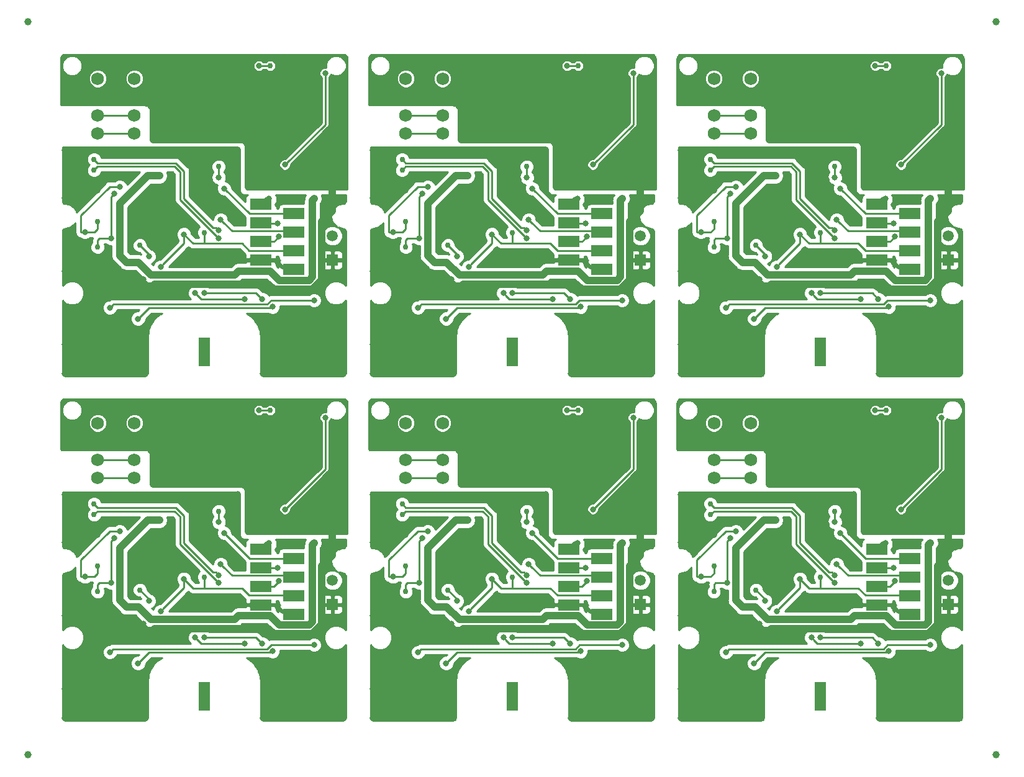
<source format=gbr>
%TF.GenerationSoftware,KiCad,Pcbnew,5.0.1-33cea8e~67~ubuntu18.04.1*%
%TF.CreationDate,2019-01-09T21:53:47+01:00*%
%TF.ProjectId,hvac-sensor-module_pcb-panel,687661632D73656E736F722D6D6F6475,1.0*%
%TF.SameCoordinates,Original*%
%TF.FileFunction,Copper,L2,Bot,Signal*%
%TF.FilePolarity,Positive*%
%FSLAX46Y46*%
G04 Gerber Fmt 4.6, Leading zero omitted, Abs format (unit mm)*
G04 Created by KiCad (PCBNEW 5.0.1-33cea8e~67~ubuntu18.04.1) date Mi 09 Jan 2019 21:53:47 CET*
%MOMM*%
%LPD*%
G01*
G04 APERTURE LIST*
%ADD10C,1.000000*%
%ADD11R,1.500000X1.500000*%
%ADD12C,1.500000*%
%ADD13R,3.000000X1.500000*%
%ADD14C,1.750000*%
%ADD15C,0.750000*%
%ADD16C,0.600000*%
%ADD17R,1.600000X4.000000*%
%ADD18C,0.800000*%
%ADD19C,0.500000*%
%ADD20C,1.000000*%
%ADD21C,0.250000*%
%ADD22C,0.254000*%
G04 APERTURE END LIST*
D10*
X178000000Y-146000000D03*
X178000000Y-46000000D03*
X46000000Y-46000000D03*
X46000000Y-146000000D03*
D11*
X171500000Y-125500000D03*
D12*
X171500000Y-122200000D03*
D13*
X166250000Y-126810000D03*
X161750000Y-125540000D03*
X166250000Y-124270000D03*
X161750000Y-123000000D03*
X166250000Y-121730000D03*
X161750000Y-120460000D03*
X166250000Y-119190000D03*
X161750000Y-117920000D03*
D14*
X139500000Y-100750000D03*
X139500000Y-103250000D03*
X139500000Y-105750000D03*
X139500000Y-108250000D03*
X144500000Y-100750000D03*
X144500000Y-103250000D03*
X144500000Y-105750000D03*
X144500000Y-108250000D03*
D15*
X139500000Y-123750000D03*
X139500000Y-120250000D03*
X163000000Y-99000000D03*
X139000000Y-113250000D03*
X145250000Y-123500000D03*
X156000000Y-112750000D03*
X154000000Y-121750000D03*
X139000000Y-111750000D03*
D16*
X153600000Y-138000000D03*
X153600000Y-138850000D03*
X153600000Y-137150000D03*
X154400000Y-138000000D03*
X154400000Y-138850000D03*
X154400000Y-137150000D03*
D17*
X154000000Y-138000000D03*
D14*
X144500000Y-61250000D03*
X144500000Y-58750000D03*
X144500000Y-56250000D03*
X144500000Y-53750000D03*
X139500000Y-61250000D03*
X139500000Y-58750000D03*
X139500000Y-56250000D03*
X139500000Y-53750000D03*
D15*
X139000000Y-64750000D03*
X139000000Y-66250000D03*
X145250000Y-76500000D03*
X156000000Y-65750000D03*
X154000000Y-74750000D03*
X139500000Y-76750000D03*
X139500000Y-73250000D03*
X163000000Y-52000000D03*
D11*
X171500000Y-78500000D03*
D12*
X171500000Y-75200000D03*
D13*
X161750000Y-70920000D03*
X166250000Y-72190000D03*
X161750000Y-73460000D03*
X166250000Y-74730000D03*
X161750000Y-76000000D03*
X166250000Y-77270000D03*
X161750000Y-78540000D03*
X166250000Y-79810000D03*
D17*
X154000000Y-91000000D03*
D16*
X154400000Y-90150000D03*
X154400000Y-91850000D03*
X154400000Y-91000000D03*
X153600000Y-90150000D03*
X153600000Y-91850000D03*
X153600000Y-91000000D03*
X69600000Y-91000000D03*
X69600000Y-91850000D03*
X69600000Y-90150000D03*
X70400000Y-91000000D03*
X70400000Y-91850000D03*
X70400000Y-90150000D03*
D17*
X70000000Y-91000000D03*
D14*
X55500000Y-53750000D03*
X55500000Y-56250000D03*
X55500000Y-58750000D03*
X55500000Y-61250000D03*
X60500000Y-53750000D03*
X60500000Y-56250000D03*
X60500000Y-58750000D03*
X60500000Y-61250000D03*
D13*
X82250000Y-79810000D03*
X77750000Y-78540000D03*
X82250000Y-77270000D03*
X77750000Y-76000000D03*
X82250000Y-74730000D03*
X77750000Y-73460000D03*
X82250000Y-72190000D03*
X77750000Y-70920000D03*
D12*
X87500000Y-75200000D03*
D11*
X87500000Y-78500000D03*
D15*
X79000000Y-52000000D03*
X55500000Y-73250000D03*
X55500000Y-76750000D03*
X70000000Y-74750000D03*
X72000000Y-65750000D03*
X61250000Y-76500000D03*
X55000000Y-66250000D03*
X55000000Y-64750000D03*
D16*
X111600000Y-91000000D03*
X111600000Y-91850000D03*
X111600000Y-90150000D03*
X112400000Y-91000000D03*
X112400000Y-91850000D03*
X112400000Y-90150000D03*
D17*
X112000000Y-91000000D03*
D14*
X97500000Y-53750000D03*
X97500000Y-56250000D03*
X97500000Y-58750000D03*
X97500000Y-61250000D03*
X102500000Y-53750000D03*
X102500000Y-56250000D03*
X102500000Y-58750000D03*
X102500000Y-61250000D03*
D13*
X124250000Y-79810000D03*
X119750000Y-78540000D03*
X124250000Y-77270000D03*
X119750000Y-76000000D03*
X124250000Y-74730000D03*
X119750000Y-73460000D03*
X124250000Y-72190000D03*
X119750000Y-70920000D03*
D12*
X129500000Y-75200000D03*
D11*
X129500000Y-78500000D03*
D15*
X121000000Y-52000000D03*
X97500000Y-73250000D03*
X97500000Y-76750000D03*
X112000000Y-74750000D03*
X114000000Y-65750000D03*
X103250000Y-76500000D03*
X97000000Y-66250000D03*
X97000000Y-64750000D03*
D16*
X69600000Y-138000000D03*
X69600000Y-138850000D03*
X69600000Y-137150000D03*
X70400000Y-138000000D03*
X70400000Y-138850000D03*
X70400000Y-137150000D03*
D17*
X70000000Y-138000000D03*
D14*
X55500000Y-100750000D03*
X55500000Y-103250000D03*
X55500000Y-105750000D03*
X55500000Y-108250000D03*
X60500000Y-100750000D03*
X60500000Y-103250000D03*
X60500000Y-105750000D03*
X60500000Y-108250000D03*
D13*
X82250000Y-126810000D03*
X77750000Y-125540000D03*
X82250000Y-124270000D03*
X77750000Y-123000000D03*
X82250000Y-121730000D03*
X77750000Y-120460000D03*
X82250000Y-119190000D03*
X77750000Y-117920000D03*
D12*
X87500000Y-122200000D03*
D11*
X87500000Y-125500000D03*
D15*
X79000000Y-99000000D03*
X55500000Y-120250000D03*
X55500000Y-123750000D03*
X70000000Y-121750000D03*
X72000000Y-112750000D03*
X61250000Y-123500000D03*
X55000000Y-113250000D03*
X55000000Y-111750000D03*
D16*
X111600000Y-138000000D03*
X111600000Y-138850000D03*
X111600000Y-137150000D03*
X112400000Y-138000000D03*
X112400000Y-138850000D03*
X112400000Y-137150000D03*
D17*
X112000000Y-138000000D03*
D14*
X97500000Y-100750000D03*
X97500000Y-103250000D03*
X97500000Y-105750000D03*
X97500000Y-108250000D03*
X102500000Y-100750000D03*
X102500000Y-103250000D03*
X102500000Y-105750000D03*
X102500000Y-108250000D03*
D13*
X124250000Y-126810000D03*
X119750000Y-125540000D03*
X124250000Y-124270000D03*
X119750000Y-123000000D03*
X124250000Y-121730000D03*
X119750000Y-120460000D03*
X124250000Y-119190000D03*
X119750000Y-117920000D03*
D12*
X129500000Y-122200000D03*
D11*
X129500000Y-125500000D03*
D15*
X121000000Y-99000000D03*
X97500000Y-120250000D03*
X97500000Y-123750000D03*
X112000000Y-121750000D03*
X114000000Y-112750000D03*
X103250000Y-123500000D03*
X97000000Y-113250000D03*
X97000000Y-111750000D03*
D18*
X60400000Y-73800000D03*
X77000000Y-62500000D03*
X74600000Y-63400000D03*
X51000000Y-63500000D03*
X63500000Y-63500000D03*
X61500000Y-70119448D03*
X80010000Y-78800000D03*
X82500000Y-85100000D03*
X67200000Y-73000000D03*
X51000000Y-70000000D03*
X51000000Y-80000000D03*
X51000000Y-90000000D03*
X89000000Y-90000000D03*
X89000000Y-80000000D03*
X89000000Y-70000000D03*
X51000000Y-94000000D03*
X62000000Y-94000000D03*
X78000000Y-94000000D03*
X89000000Y-94000000D03*
X62500000Y-86750000D03*
X77500000Y-86750000D03*
X87800000Y-55400000D03*
X79000000Y-61000000D03*
X77000000Y-61000000D03*
X63297418Y-81774990D03*
X69500000Y-81774990D03*
X61750000Y-81100010D03*
X80025008Y-71000000D03*
X69750001Y-66250000D03*
X71000000Y-72250000D03*
X80000000Y-82500000D03*
X68250000Y-77750000D03*
X76500000Y-78540000D03*
X58625010Y-63500000D03*
X55500000Y-69000000D03*
X78000000Y-61000000D03*
X102400000Y-73800000D03*
X119000000Y-62500000D03*
X116600000Y-63400000D03*
X93000000Y-63500000D03*
X105500000Y-63500000D03*
X103500000Y-70119448D03*
X122010000Y-78800000D03*
X124500000Y-85100000D03*
X109200000Y-73000000D03*
X93000000Y-70000000D03*
X93000000Y-80000000D03*
X93000000Y-90000000D03*
X131000000Y-90000000D03*
X131000000Y-80000000D03*
X131000000Y-70000000D03*
X93000000Y-94000000D03*
X104000000Y-94000000D03*
X120000000Y-94000000D03*
X131000000Y-94000000D03*
X104500000Y-86750000D03*
X119500000Y-86750000D03*
X129800000Y-55400000D03*
X121000000Y-61000000D03*
X119000000Y-61000000D03*
X105297418Y-81774990D03*
X111500000Y-81774990D03*
X103750000Y-81100010D03*
X122025008Y-71000000D03*
X111750001Y-66250000D03*
X113000000Y-72250000D03*
X122000000Y-82500000D03*
X110250000Y-77750000D03*
X118500000Y-78540000D03*
X100625010Y-63500000D03*
X97500000Y-69000000D03*
X120000000Y-61000000D03*
X60400000Y-120800000D03*
X77000000Y-109500000D03*
X74600000Y-110400000D03*
X51000000Y-110500000D03*
X63500000Y-110500000D03*
X61500000Y-117119448D03*
X80010000Y-125800000D03*
X82500000Y-132100000D03*
X67200000Y-120000000D03*
X51000000Y-117000000D03*
X51000000Y-127000000D03*
X51000000Y-137000000D03*
X89000000Y-137000000D03*
X89000000Y-127000000D03*
X89000000Y-117000000D03*
X51000000Y-141000000D03*
X62000000Y-141000000D03*
X78000000Y-141000000D03*
X89000000Y-141000000D03*
X62500000Y-133750000D03*
X77500000Y-133750000D03*
X87800000Y-102400000D03*
X79000000Y-108000000D03*
X77000000Y-108000000D03*
X63297418Y-128774990D03*
X69500000Y-128774990D03*
X61750000Y-128100010D03*
X80025008Y-118000000D03*
X69750001Y-113250000D03*
X71000000Y-119250000D03*
X80000000Y-129500000D03*
X68250000Y-124750000D03*
X76500000Y-125540000D03*
X58625010Y-110500000D03*
X55500000Y-116000000D03*
X78000000Y-108000000D03*
X102400000Y-120800000D03*
X119000000Y-109500000D03*
X116600000Y-110400000D03*
X93000000Y-110500000D03*
X105500000Y-110500000D03*
X103500000Y-117119448D03*
X122010000Y-125800000D03*
X124500000Y-132100000D03*
X109200000Y-120000000D03*
X93000000Y-117000000D03*
X93000000Y-127000000D03*
X93000000Y-137000000D03*
X131000000Y-137000000D03*
X131000000Y-127000000D03*
X131000000Y-117000000D03*
X93000000Y-141000000D03*
X104000000Y-141000000D03*
X120000000Y-141000000D03*
X131000000Y-141000000D03*
X104500000Y-133750000D03*
X119500000Y-133750000D03*
X129800000Y-102400000D03*
X121000000Y-108000000D03*
X119000000Y-108000000D03*
X105297418Y-128774990D03*
X111500000Y-128774990D03*
X103750000Y-128100010D03*
X122025008Y-118000000D03*
X111750001Y-113250000D03*
X113000000Y-119250000D03*
X122000000Y-129500000D03*
X110250000Y-124750000D03*
X118500000Y-125540000D03*
X100625010Y-110500000D03*
X97500000Y-116000000D03*
X120000000Y-108000000D03*
X145750000Y-81100010D03*
X135000000Y-94000000D03*
X142625010Y-63500000D03*
X173000000Y-80000000D03*
X139500000Y-69000000D03*
X173000000Y-94000000D03*
X173000000Y-90000000D03*
X158600000Y-63400000D03*
X164025008Y-71000000D03*
X151200000Y-73000000D03*
X162000000Y-61000000D03*
X160500000Y-78540000D03*
X146000000Y-94000000D03*
X164010000Y-78800000D03*
X147297418Y-81774990D03*
X146500000Y-86750000D03*
X161000000Y-62500000D03*
X135000000Y-63500000D03*
X166500000Y-85100000D03*
X161500000Y-86750000D03*
X135000000Y-70000000D03*
X153750001Y-66250000D03*
X161000000Y-61000000D03*
X162000000Y-94000000D03*
X153500000Y-81774990D03*
X155000000Y-72250000D03*
X135000000Y-80000000D03*
X147500000Y-63500000D03*
X171800000Y-55400000D03*
X135000000Y-90000000D03*
X152250000Y-77750000D03*
X145500000Y-70119448D03*
X163000000Y-61000000D03*
X164000000Y-82500000D03*
X173000000Y-70000000D03*
X144400000Y-73800000D03*
X161000000Y-108000000D03*
X161000000Y-109500000D03*
X135000000Y-127000000D03*
X147500000Y-110500000D03*
X153500000Y-128774990D03*
X135000000Y-117000000D03*
X162000000Y-141000000D03*
X155000000Y-119250000D03*
X162000000Y-108000000D03*
X146000000Y-141000000D03*
X145750000Y-128100010D03*
X144400000Y-120800000D03*
X135000000Y-110500000D03*
X173000000Y-127000000D03*
X152250000Y-124750000D03*
X164000000Y-129500000D03*
X166500000Y-132100000D03*
X147297418Y-128774990D03*
X164010000Y-125800000D03*
X139500000Y-116000000D03*
X173000000Y-141000000D03*
X173000000Y-137000000D03*
X158600000Y-110400000D03*
X164025008Y-118000000D03*
X151200000Y-120000000D03*
X135000000Y-141000000D03*
X142625010Y-110500000D03*
X153750001Y-113250000D03*
X160500000Y-125540000D03*
X161500000Y-133750000D03*
X171800000Y-102400000D03*
X135000000Y-137000000D03*
X163000000Y-108000000D03*
X173000000Y-117000000D03*
X145500000Y-117119448D03*
X146500000Y-133750000D03*
X81000000Y-65500000D03*
X86500000Y-53000000D03*
X85000000Y-70100000D03*
X63900000Y-67000000D03*
X58500000Y-72500000D03*
X74700000Y-80000000D03*
X80260001Y-81260001D03*
X78875000Y-70100000D03*
X58500000Y-76800000D03*
X123000000Y-65500000D03*
X128500000Y-53000000D03*
X127000000Y-70100000D03*
X105900000Y-67000000D03*
X100500000Y-72500000D03*
X116700000Y-80000000D03*
X122260001Y-81260001D03*
X120875000Y-70100000D03*
X100500000Y-76800000D03*
X81000000Y-112500000D03*
X86500000Y-100000000D03*
X85000000Y-117100000D03*
X63900000Y-114000000D03*
X58500000Y-119500000D03*
X74700000Y-127000000D03*
X80260001Y-128260001D03*
X78875000Y-117100000D03*
X58500000Y-123800000D03*
X123000000Y-112500000D03*
X128500000Y-100000000D03*
X127000000Y-117100000D03*
X105900000Y-114000000D03*
X100500000Y-119500000D03*
X116700000Y-127000000D03*
X122260001Y-128260001D03*
X120875000Y-117100000D03*
X100500000Y-123800000D03*
X164260001Y-81260001D03*
X147900000Y-67000000D03*
X169000000Y-70100000D03*
X142500000Y-76800000D03*
X165000000Y-65500000D03*
X142500000Y-72500000D03*
X158700000Y-80000000D03*
X170500000Y-53000000D03*
X162875000Y-70100000D03*
X158700000Y-127000000D03*
X142500000Y-123800000D03*
X169000000Y-117100000D03*
X142500000Y-119500000D03*
X164260001Y-128260001D03*
X147900000Y-114000000D03*
X165000000Y-112500000D03*
X162875000Y-117100000D03*
X170500000Y-100000000D03*
X61000000Y-86500012D03*
X79346791Y-84877890D03*
X103000000Y-86500012D03*
X121346791Y-84877890D03*
X61000000Y-133500012D03*
X79346791Y-131877890D03*
X103000000Y-133500012D03*
X121346791Y-131877890D03*
X163346791Y-84877890D03*
X145000000Y-86500012D03*
X145000000Y-133500012D03*
X163346791Y-131877890D03*
X67250000Y-75000000D03*
X64062382Y-79422353D03*
X109250000Y-75000000D03*
X106062382Y-79422353D03*
X67250000Y-122000000D03*
X64062382Y-126422353D03*
X109250000Y-122000000D03*
X106062382Y-126422353D03*
X151250000Y-75000000D03*
X148062382Y-79422353D03*
X151250000Y-122000000D03*
X148062382Y-126422353D03*
X85000000Y-84000000D03*
X57149960Y-85000000D03*
X127000000Y-84000000D03*
X99149960Y-85000000D03*
X85000000Y-131000000D03*
X57149960Y-132000000D03*
X127000000Y-131000000D03*
X99149960Y-132000000D03*
X169000000Y-84000000D03*
X141149960Y-85000000D03*
X169000000Y-131000000D03*
X141149960Y-132000000D03*
X80149988Y-75274990D03*
X122149988Y-75274990D03*
X80149988Y-122274990D03*
X122149988Y-122274990D03*
X164149988Y-75274990D03*
X164149988Y-122274990D03*
X72250000Y-73000000D03*
X114250000Y-73000000D03*
X72250000Y-120000000D03*
X114250000Y-120000000D03*
X156250000Y-73000000D03*
X156250000Y-120000000D03*
X80000000Y-73500000D03*
X122000000Y-73500000D03*
X80000000Y-120500000D03*
X122000000Y-120500000D03*
X164000000Y-73500000D03*
X164000000Y-120500000D03*
X72750000Y-68750000D03*
X114750000Y-68750000D03*
X72750000Y-115750000D03*
X114750000Y-115750000D03*
X156750000Y-68750000D03*
X156750000Y-115750000D03*
X62500000Y-78000000D03*
X104500000Y-78000000D03*
X62500000Y-125000000D03*
X104500000Y-125000000D03*
X146500000Y-78000000D03*
X146500000Y-125000000D03*
X72000000Y-75500000D03*
X114000000Y-75500000D03*
X72000000Y-122500000D03*
X114000000Y-122500000D03*
X156000000Y-75500000D03*
X156000000Y-122500000D03*
X71999683Y-74474364D03*
X113999683Y-74474364D03*
X71999683Y-121474364D03*
X113999683Y-121474364D03*
X155999683Y-74474364D03*
X155999683Y-121474364D03*
X77500000Y-52000000D03*
X119500000Y-52000000D03*
X77500000Y-99000000D03*
X119500000Y-99000000D03*
X161500000Y-52000000D03*
X161500000Y-99000000D03*
X77918396Y-83824979D03*
X70000000Y-82999998D03*
X119918396Y-83824979D03*
X112000000Y-82999998D03*
X77918396Y-130824979D03*
X70000000Y-129999998D03*
X119918396Y-130824979D03*
X112000000Y-129999998D03*
X154000000Y-82999998D03*
X161918396Y-83824979D03*
X161918396Y-130824979D03*
X154000000Y-129999998D03*
X75500000Y-83824979D03*
X68800000Y-83000000D03*
X117500000Y-83824979D03*
X110800000Y-83000000D03*
X75500000Y-130824979D03*
X68800000Y-130000000D03*
X117500000Y-130824979D03*
X110800000Y-130000000D03*
X152800000Y-83000000D03*
X159500000Y-83824979D03*
X159500000Y-130824979D03*
X152800000Y-130000000D03*
X72000000Y-67250000D03*
X114000000Y-67250000D03*
X72000000Y-114250000D03*
X114000000Y-114250000D03*
X156000000Y-67250000D03*
X156000000Y-114250000D03*
X58499984Y-68500000D03*
X53750000Y-74700000D03*
X100499984Y-68500000D03*
X95750000Y-74700000D03*
X58499984Y-115500000D03*
X53750000Y-121700000D03*
X100499984Y-115500000D03*
X95750000Y-121700000D03*
X142499984Y-68500000D03*
X137750000Y-74700000D03*
X142499984Y-115500000D03*
X137750000Y-121700000D03*
X57300000Y-75500000D03*
X57725010Y-69433286D03*
X99300000Y-75500000D03*
X99725010Y-69433286D03*
X57300000Y-122500000D03*
X57725010Y-116433286D03*
X99300000Y-122500000D03*
X99725010Y-116433286D03*
X141300000Y-75500000D03*
X141725010Y-69433286D03*
X141300000Y-122500000D03*
X141725010Y-116433286D03*
D19*
X77750000Y-78540000D02*
X79750000Y-78540000D01*
X81930000Y-79490000D02*
X82250000Y-79810000D01*
X80700000Y-79490000D02*
X81930000Y-79490000D01*
X79750000Y-78540000D02*
X80010000Y-78800000D01*
X80010000Y-78800000D02*
X80700000Y-79490000D01*
X61200000Y-73000000D02*
X60400000Y-73800000D01*
X67200000Y-73000000D02*
X61200000Y-73000000D01*
D20*
X87500000Y-71800000D02*
X86049999Y-73250001D01*
X86049999Y-73250001D02*
X86049999Y-81217074D01*
X84767073Y-82500000D02*
X80000000Y-82500000D01*
X79500000Y-82500000D02*
X78774990Y-81774990D01*
X63863103Y-81774990D02*
X63297418Y-81774990D01*
X87500000Y-68000000D02*
X87500000Y-71800000D01*
X86900000Y-67400000D02*
X87500000Y-68000000D01*
X77000000Y-62500000D02*
X77000000Y-63065685D01*
X86049999Y-81217074D02*
X84767073Y-82500000D01*
X77000000Y-63065685D02*
X81334315Y-67400000D01*
X81334315Y-67400000D02*
X86900000Y-67400000D01*
X78774990Y-81774990D02*
X69500000Y-81774990D01*
X69500000Y-81774990D02*
X63863103Y-81774990D01*
D19*
X69750001Y-66250000D02*
X71000000Y-67499999D01*
X71000000Y-71684315D02*
X71000000Y-72250000D01*
X71000000Y-67499999D02*
X71000000Y-71684315D01*
D20*
X80000000Y-82500000D02*
X79500000Y-82500000D01*
D19*
X69040000Y-78540000D02*
X68649999Y-78149999D01*
X68649999Y-78149999D02*
X68250000Y-77750000D01*
X77750000Y-78540000D02*
X76500000Y-78540000D01*
X76500000Y-78540000D02*
X69040000Y-78540000D01*
X119750000Y-78540000D02*
X121750000Y-78540000D01*
X123930000Y-79490000D02*
X124250000Y-79810000D01*
X122700000Y-79490000D02*
X123930000Y-79490000D01*
X121750000Y-78540000D02*
X122010000Y-78800000D01*
X122010000Y-78800000D02*
X122700000Y-79490000D01*
X103200000Y-73000000D02*
X102400000Y-73800000D01*
X109200000Y-73000000D02*
X103200000Y-73000000D01*
D20*
X129500000Y-71800000D02*
X128049999Y-73250001D01*
X128049999Y-73250001D02*
X128049999Y-81217074D01*
X126767073Y-82500000D02*
X122000000Y-82500000D01*
X121500000Y-82500000D02*
X120774990Y-81774990D01*
X105863103Y-81774990D02*
X105297418Y-81774990D01*
X129500000Y-68000000D02*
X129500000Y-71800000D01*
X128900000Y-67400000D02*
X129500000Y-68000000D01*
X119000000Y-62500000D02*
X119000000Y-63065685D01*
X128049999Y-81217074D02*
X126767073Y-82500000D01*
X119000000Y-63065685D02*
X123334315Y-67400000D01*
X123334315Y-67400000D02*
X128900000Y-67400000D01*
X120774990Y-81774990D02*
X111500000Y-81774990D01*
X111500000Y-81774990D02*
X105863103Y-81774990D01*
D19*
X111750001Y-66250000D02*
X113000000Y-67499999D01*
X113000000Y-71684315D02*
X113000000Y-72250000D01*
X113000000Y-67499999D02*
X113000000Y-71684315D01*
D20*
X122000000Y-82500000D02*
X121500000Y-82500000D01*
D19*
X111040000Y-78540000D02*
X110649999Y-78149999D01*
X110649999Y-78149999D02*
X110250000Y-77750000D01*
X119750000Y-78540000D02*
X118500000Y-78540000D01*
X118500000Y-78540000D02*
X111040000Y-78540000D01*
X77750000Y-125540000D02*
X79750000Y-125540000D01*
X81930000Y-126490000D02*
X82250000Y-126810000D01*
X80700000Y-126490000D02*
X81930000Y-126490000D01*
X79750000Y-125540000D02*
X80010000Y-125800000D01*
X80010000Y-125800000D02*
X80700000Y-126490000D01*
X61200000Y-120000000D02*
X60400000Y-120800000D01*
X67200000Y-120000000D02*
X61200000Y-120000000D01*
D20*
X87500000Y-118800000D02*
X86049999Y-120250001D01*
X86049999Y-120250001D02*
X86049999Y-128217074D01*
X84767073Y-129500000D02*
X80000000Y-129500000D01*
X79500000Y-129500000D02*
X78774990Y-128774990D01*
X63863103Y-128774990D02*
X63297418Y-128774990D01*
X87500000Y-115000000D02*
X87500000Y-118800000D01*
X86900000Y-114400000D02*
X87500000Y-115000000D01*
X77000000Y-109500000D02*
X77000000Y-110065685D01*
X86049999Y-128217074D02*
X84767073Y-129500000D01*
X77000000Y-110065685D02*
X81334315Y-114400000D01*
X81334315Y-114400000D02*
X86900000Y-114400000D01*
X78774990Y-128774990D02*
X69500000Y-128774990D01*
X69500000Y-128774990D02*
X63863103Y-128774990D01*
D19*
X69750001Y-113250000D02*
X71000000Y-114499999D01*
X71000000Y-118684315D02*
X71000000Y-119250000D01*
X71000000Y-114499999D02*
X71000000Y-118684315D01*
D20*
X80000000Y-129500000D02*
X79500000Y-129500000D01*
D19*
X69040000Y-125540000D02*
X68649999Y-125149999D01*
X68649999Y-125149999D02*
X68250000Y-124750000D01*
X77750000Y-125540000D02*
X76500000Y-125540000D01*
X76500000Y-125540000D02*
X69040000Y-125540000D01*
X119750000Y-125540000D02*
X121750000Y-125540000D01*
X123930000Y-126490000D02*
X124250000Y-126810000D01*
X122700000Y-126490000D02*
X123930000Y-126490000D01*
X121750000Y-125540000D02*
X122010000Y-125800000D01*
X122010000Y-125800000D02*
X122700000Y-126490000D01*
X103200000Y-120000000D02*
X102400000Y-120800000D01*
X109200000Y-120000000D02*
X103200000Y-120000000D01*
D20*
X129500000Y-118800000D02*
X128049999Y-120250001D01*
X128049999Y-120250001D02*
X128049999Y-128217074D01*
X126767073Y-129500000D02*
X122000000Y-129500000D01*
X121500000Y-129500000D02*
X120774990Y-128774990D01*
X105863103Y-128774990D02*
X105297418Y-128774990D01*
X129500000Y-115000000D02*
X129500000Y-118800000D01*
X128900000Y-114400000D02*
X129500000Y-115000000D01*
X119000000Y-109500000D02*
X119000000Y-110065685D01*
X128049999Y-128217074D02*
X126767073Y-129500000D01*
X119000000Y-110065685D02*
X123334315Y-114400000D01*
X123334315Y-114400000D02*
X128900000Y-114400000D01*
X120774990Y-128774990D02*
X111500000Y-128774990D01*
X111500000Y-128774990D02*
X105863103Y-128774990D01*
D19*
X111750001Y-113250000D02*
X113000000Y-114499999D01*
X113000000Y-118684315D02*
X113000000Y-119250000D01*
X113000000Y-114499999D02*
X113000000Y-118684315D01*
D20*
X122000000Y-129500000D02*
X121500000Y-129500000D01*
D19*
X111040000Y-125540000D02*
X110649999Y-125149999D01*
X110649999Y-125149999D02*
X110250000Y-124750000D01*
X119750000Y-125540000D02*
X118500000Y-125540000D01*
X118500000Y-125540000D02*
X111040000Y-125540000D01*
X153040000Y-78540000D02*
X152649999Y-78149999D01*
D20*
X170049999Y-73250001D02*
X170049999Y-81217074D01*
D19*
X155000000Y-71684315D02*
X155000000Y-72250000D01*
X161750000Y-78540000D02*
X160500000Y-78540000D01*
X151200000Y-73000000D02*
X145200000Y-73000000D01*
D20*
X171500000Y-71800000D02*
X170049999Y-73250001D01*
X161000000Y-63065685D02*
X165334315Y-67400000D01*
D19*
X164700000Y-79490000D02*
X165930000Y-79490000D01*
X161750000Y-78540000D02*
X163750000Y-78540000D01*
D20*
X147863103Y-81774990D02*
X147297418Y-81774990D01*
D19*
X163750000Y-78540000D02*
X164010000Y-78800000D01*
X145200000Y-73000000D02*
X144400000Y-73800000D01*
D20*
X170049999Y-81217074D02*
X168767073Y-82500000D01*
X170900000Y-67400000D02*
X171500000Y-68000000D01*
X168767073Y-82500000D02*
X164000000Y-82500000D01*
D19*
X152649999Y-78149999D02*
X152250000Y-77750000D01*
D20*
X161000000Y-62500000D02*
X161000000Y-63065685D01*
X171500000Y-68000000D02*
X171500000Y-71800000D01*
X153500000Y-81774990D02*
X147863103Y-81774990D01*
X162774990Y-81774990D02*
X153500000Y-81774990D01*
D19*
X164010000Y-78800000D02*
X164700000Y-79490000D01*
X160500000Y-78540000D02*
X153040000Y-78540000D01*
X165930000Y-79490000D02*
X166250000Y-79810000D01*
X155000000Y-67499999D02*
X155000000Y-71684315D01*
X153750001Y-66250000D02*
X155000000Y-67499999D01*
D20*
X163500000Y-82500000D02*
X162774990Y-81774990D01*
X165334315Y-67400000D02*
X170900000Y-67400000D01*
X164000000Y-82500000D02*
X163500000Y-82500000D01*
D19*
X164700000Y-126490000D02*
X165930000Y-126490000D01*
D20*
X161000000Y-109500000D02*
X161000000Y-110065685D01*
D19*
X152649999Y-125149999D02*
X152250000Y-124750000D01*
D20*
X168767073Y-129500000D02*
X164000000Y-129500000D01*
D19*
X153750001Y-113250000D02*
X155000000Y-114499999D01*
D20*
X153500000Y-128774990D02*
X147863103Y-128774990D01*
X165334315Y-114400000D02*
X170900000Y-114400000D01*
D19*
X153040000Y-125540000D02*
X152649999Y-125149999D01*
D20*
X164000000Y-129500000D02*
X163500000Y-129500000D01*
D19*
X164010000Y-125800000D02*
X164700000Y-126490000D01*
X145200000Y-120000000D02*
X144400000Y-120800000D01*
X165930000Y-126490000D02*
X166250000Y-126810000D01*
D20*
X171500000Y-115000000D02*
X171500000Y-118800000D01*
X162774990Y-128774990D02*
X153500000Y-128774990D01*
X161000000Y-110065685D02*
X165334315Y-114400000D01*
X147863103Y-128774990D02*
X147297418Y-128774990D01*
X170049999Y-120250001D02*
X170049999Y-128217074D01*
D19*
X155000000Y-118684315D02*
X155000000Y-119250000D01*
X161750000Y-125540000D02*
X160500000Y-125540000D01*
X151200000Y-120000000D02*
X145200000Y-120000000D01*
D20*
X170900000Y-114400000D02*
X171500000Y-115000000D01*
D19*
X163750000Y-125540000D02*
X164010000Y-125800000D01*
X160500000Y-125540000D02*
X153040000Y-125540000D01*
X155000000Y-114499999D02*
X155000000Y-118684315D01*
X161750000Y-125540000D02*
X163750000Y-125540000D01*
D20*
X171500000Y-118800000D02*
X170049999Y-120250001D01*
X163500000Y-129500000D02*
X162774990Y-128774990D01*
X170049999Y-128217074D02*
X168767073Y-129500000D01*
D21*
X81000000Y-65500000D02*
X86500000Y-60000000D01*
X86500000Y-60000000D02*
X86500000Y-53000000D01*
D20*
X58500000Y-70800000D02*
X62300000Y-67000000D01*
X62300000Y-67000000D02*
X63900000Y-67000000D01*
X58500000Y-72500000D02*
X58500000Y-70800000D01*
X58500000Y-76800000D02*
X58500000Y-72500000D01*
X80260001Y-81260001D02*
X79000000Y-80000000D01*
X79000000Y-80000000D02*
X74700000Y-80000000D01*
X84310001Y-81260001D02*
X80260001Y-81260001D01*
X84750000Y-80820002D02*
X84310001Y-81260001D01*
X85000000Y-70100000D02*
X84750000Y-70350000D01*
X84750000Y-70350000D02*
X84750000Y-80820002D01*
X61090696Y-78825011D02*
X59447007Y-78825011D01*
X74177645Y-80522355D02*
X62788040Y-80522355D01*
X58500000Y-77365685D02*
X58500000Y-76800000D01*
X62788040Y-80522355D02*
X61090696Y-78825011D01*
X58500000Y-77878004D02*
X58500000Y-77365685D01*
X74700000Y-80000000D02*
X74177645Y-80522355D01*
X59447007Y-78825011D02*
X58500000Y-77878004D01*
D19*
X78570000Y-70100000D02*
X77750000Y-70920000D01*
X78875000Y-70100000D02*
X78570000Y-70100000D01*
D21*
X123000000Y-65500000D02*
X128500000Y-60000000D01*
X128500000Y-60000000D02*
X128500000Y-53000000D01*
D20*
X100500000Y-70800000D02*
X104300000Y-67000000D01*
X104300000Y-67000000D02*
X105900000Y-67000000D01*
X100500000Y-72500000D02*
X100500000Y-70800000D01*
X100500000Y-76800000D02*
X100500000Y-72500000D01*
X122260001Y-81260001D02*
X121000000Y-80000000D01*
X121000000Y-80000000D02*
X116700000Y-80000000D01*
X126310001Y-81260001D02*
X122260001Y-81260001D01*
X126750000Y-80820002D02*
X126310001Y-81260001D01*
X127000000Y-70100000D02*
X126750000Y-70350000D01*
X126750000Y-70350000D02*
X126750000Y-80820002D01*
X103090696Y-78825011D02*
X101447007Y-78825011D01*
X116177645Y-80522355D02*
X104788040Y-80522355D01*
X100500000Y-77365685D02*
X100500000Y-76800000D01*
X104788040Y-80522355D02*
X103090696Y-78825011D01*
X100500000Y-77878004D02*
X100500000Y-77365685D01*
X116700000Y-80000000D02*
X116177645Y-80522355D01*
X101447007Y-78825011D02*
X100500000Y-77878004D01*
D19*
X120570000Y-70100000D02*
X119750000Y-70920000D01*
X120875000Y-70100000D02*
X120570000Y-70100000D01*
D21*
X81000000Y-112500000D02*
X86500000Y-107000000D01*
X86500000Y-107000000D02*
X86500000Y-100000000D01*
D20*
X58500000Y-117800000D02*
X62300000Y-114000000D01*
X62300000Y-114000000D02*
X63900000Y-114000000D01*
X58500000Y-119500000D02*
X58500000Y-117800000D01*
X58500000Y-123800000D02*
X58500000Y-119500000D01*
X80260001Y-128260001D02*
X79000000Y-127000000D01*
X79000000Y-127000000D02*
X74700000Y-127000000D01*
X84310001Y-128260001D02*
X80260001Y-128260001D01*
X84750000Y-127820002D02*
X84310001Y-128260001D01*
X85000000Y-117100000D02*
X84750000Y-117350000D01*
X84750000Y-117350000D02*
X84750000Y-127820002D01*
X61090696Y-125825011D02*
X59447007Y-125825011D01*
X74177645Y-127522355D02*
X62788040Y-127522355D01*
X58500000Y-124365685D02*
X58500000Y-123800000D01*
X62788040Y-127522355D02*
X61090696Y-125825011D01*
X58500000Y-124878004D02*
X58500000Y-124365685D01*
X74700000Y-127000000D02*
X74177645Y-127522355D01*
X59447007Y-125825011D02*
X58500000Y-124878004D01*
D19*
X78570000Y-117100000D02*
X77750000Y-117920000D01*
X78875000Y-117100000D02*
X78570000Y-117100000D01*
D21*
X123000000Y-112500000D02*
X128500000Y-107000000D01*
X128500000Y-107000000D02*
X128500000Y-100000000D01*
D20*
X100500000Y-117800000D02*
X104300000Y-114000000D01*
X104300000Y-114000000D02*
X105900000Y-114000000D01*
X100500000Y-119500000D02*
X100500000Y-117800000D01*
X100500000Y-123800000D02*
X100500000Y-119500000D01*
X122260001Y-128260001D02*
X121000000Y-127000000D01*
X121000000Y-127000000D02*
X116700000Y-127000000D01*
X126310001Y-128260001D02*
X122260001Y-128260001D01*
X126750000Y-127820002D02*
X126310001Y-128260001D01*
X127000000Y-117100000D02*
X126750000Y-117350000D01*
X126750000Y-117350000D02*
X126750000Y-127820002D01*
X103090696Y-125825011D02*
X101447007Y-125825011D01*
X116177645Y-127522355D02*
X104788040Y-127522355D01*
X100500000Y-124365685D02*
X100500000Y-123800000D01*
X104788040Y-127522355D02*
X103090696Y-125825011D01*
X100500000Y-124878004D02*
X100500000Y-124365685D01*
X116700000Y-127000000D02*
X116177645Y-127522355D01*
X101447007Y-125825011D02*
X100500000Y-124878004D01*
D19*
X120570000Y-117100000D02*
X119750000Y-117920000D01*
X120875000Y-117100000D02*
X120570000Y-117100000D01*
D20*
X142500000Y-72500000D02*
X142500000Y-70800000D01*
D19*
X162875000Y-70100000D02*
X162570000Y-70100000D01*
D20*
X142500000Y-76800000D02*
X142500000Y-72500000D01*
X169000000Y-70100000D02*
X168750000Y-70350000D01*
X142500000Y-77878004D02*
X142500000Y-77365685D01*
X142500000Y-77365685D02*
X142500000Y-76800000D01*
X168750000Y-80820002D02*
X168310001Y-81260001D01*
X158700000Y-80000000D02*
X158177645Y-80522355D01*
X143447007Y-78825011D02*
X142500000Y-77878004D01*
D21*
X165000000Y-65500000D02*
X170500000Y-60000000D01*
D20*
X142500000Y-70800000D02*
X146300000Y-67000000D01*
X168750000Y-70350000D02*
X168750000Y-80820002D01*
D21*
X170500000Y-60000000D02*
X170500000Y-53000000D01*
D19*
X162570000Y-70100000D02*
X161750000Y-70920000D01*
D20*
X146300000Y-67000000D02*
X147900000Y-67000000D01*
X163000000Y-80000000D02*
X158700000Y-80000000D01*
X158177645Y-80522355D02*
X146788040Y-80522355D01*
X164260001Y-81260001D02*
X163000000Y-80000000D01*
X168310001Y-81260001D02*
X164260001Y-81260001D01*
X146788040Y-80522355D02*
X145090696Y-78825011D01*
X145090696Y-78825011D02*
X143447007Y-78825011D01*
X164260001Y-128260001D02*
X163000000Y-127000000D01*
X146300000Y-114000000D02*
X147900000Y-114000000D01*
D21*
X170500000Y-107000000D02*
X170500000Y-100000000D01*
D20*
X168750000Y-117350000D02*
X168750000Y-127820002D01*
X168310001Y-128260001D02*
X164260001Y-128260001D01*
D19*
X162570000Y-117100000D02*
X161750000Y-117920000D01*
D20*
X142500000Y-124365685D02*
X142500000Y-123800000D01*
X158177645Y-127522355D02*
X146788040Y-127522355D01*
X158700000Y-127000000D02*
X158177645Y-127522355D01*
X146788040Y-127522355D02*
X145090696Y-125825011D01*
X142500000Y-119500000D02*
X142500000Y-117800000D01*
D19*
X162875000Y-117100000D02*
X162570000Y-117100000D01*
D20*
X142500000Y-123800000D02*
X142500000Y-119500000D01*
X169000000Y-117100000D02*
X168750000Y-117350000D01*
X143447007Y-125825011D02*
X142500000Y-124878004D01*
X142500000Y-117800000D02*
X146300000Y-114000000D01*
X145090696Y-125825011D02*
X143447007Y-125825011D01*
D21*
X165000000Y-112500000D02*
X170500000Y-107000000D01*
D20*
X168750000Y-127820002D02*
X168310001Y-128260001D01*
X163000000Y-127000000D02*
X158700000Y-127000000D01*
X142500000Y-124878004D02*
X142500000Y-124365685D01*
D21*
X79221791Y-85002890D02*
X79346791Y-84877890D01*
X62497122Y-85002890D02*
X79221791Y-85002890D01*
X61000000Y-86500012D02*
X62497122Y-85002890D01*
X121221791Y-85002890D02*
X121346791Y-84877890D01*
X104497122Y-85002890D02*
X121221791Y-85002890D01*
X103000000Y-86500012D02*
X104497122Y-85002890D01*
X79221791Y-132002890D02*
X79346791Y-131877890D01*
X62497122Y-132002890D02*
X79221791Y-132002890D01*
X61000000Y-133500012D02*
X62497122Y-132002890D01*
X121221791Y-132002890D02*
X121346791Y-131877890D01*
X104497122Y-132002890D02*
X121221791Y-132002890D01*
X103000000Y-133500012D02*
X104497122Y-132002890D01*
X163221791Y-85002890D02*
X163346791Y-84877890D01*
X146497122Y-85002890D02*
X163221791Y-85002890D01*
X145000000Y-86500012D02*
X146497122Y-85002890D01*
X163221791Y-132002890D02*
X163346791Y-131877890D01*
X146497122Y-132002890D02*
X163221791Y-132002890D01*
X145000000Y-133500012D02*
X146497122Y-132002890D01*
X68500000Y-76250000D02*
X67250000Y-75000000D01*
X76164998Y-77250000D02*
X75164998Y-76250000D01*
X82250000Y-77270000D02*
X82230000Y-77250000D01*
X82230000Y-77250000D02*
X76164998Y-77250000D01*
X75164998Y-76250000D02*
X70000000Y-76250000D01*
X70000000Y-74750000D02*
X70000000Y-76250000D01*
X70000000Y-76250000D02*
X68500000Y-76250000D01*
X67250000Y-75000000D02*
X67250000Y-76234735D01*
X64462381Y-79022354D02*
X64062382Y-79422353D01*
X67250000Y-76234735D02*
X64462381Y-79022354D01*
X110500000Y-76250000D02*
X109250000Y-75000000D01*
X118164998Y-77250000D02*
X117164998Y-76250000D01*
X124250000Y-77270000D02*
X124230000Y-77250000D01*
X124230000Y-77250000D02*
X118164998Y-77250000D01*
X117164998Y-76250000D02*
X112000000Y-76250000D01*
X112000000Y-74750000D02*
X112000000Y-76250000D01*
X112000000Y-76250000D02*
X110500000Y-76250000D01*
X109250000Y-75000000D02*
X109250000Y-76234735D01*
X106462381Y-79022354D02*
X106062382Y-79422353D01*
X109250000Y-76234735D02*
X106462381Y-79022354D01*
X68500000Y-123250000D02*
X67250000Y-122000000D01*
X76164998Y-124250000D02*
X75164998Y-123250000D01*
X82250000Y-124270000D02*
X82230000Y-124250000D01*
X82230000Y-124250000D02*
X76164998Y-124250000D01*
X75164998Y-123250000D02*
X70000000Y-123250000D01*
X70000000Y-121750000D02*
X70000000Y-123250000D01*
X70000000Y-123250000D02*
X68500000Y-123250000D01*
X67250000Y-122000000D02*
X67250000Y-123234735D01*
X64462381Y-126022354D02*
X64062382Y-126422353D01*
X67250000Y-123234735D02*
X64462381Y-126022354D01*
X110500000Y-123250000D02*
X109250000Y-122000000D01*
X118164998Y-124250000D02*
X117164998Y-123250000D01*
X124250000Y-124270000D02*
X124230000Y-124250000D01*
X124230000Y-124250000D02*
X118164998Y-124250000D01*
X117164998Y-123250000D02*
X112000000Y-123250000D01*
X112000000Y-121750000D02*
X112000000Y-123250000D01*
X112000000Y-123250000D02*
X110500000Y-123250000D01*
X109250000Y-122000000D02*
X109250000Y-123234735D01*
X106462381Y-126022354D02*
X106062382Y-126422353D01*
X109250000Y-123234735D02*
X106462381Y-126022354D01*
X151250000Y-75000000D02*
X151250000Y-76234735D01*
X154000000Y-76250000D02*
X152500000Y-76250000D01*
X160164998Y-77250000D02*
X159164998Y-76250000D01*
X159164998Y-76250000D02*
X154000000Y-76250000D01*
X166230000Y-77250000D02*
X160164998Y-77250000D01*
X166250000Y-77270000D02*
X166230000Y-77250000D01*
X152500000Y-76250000D02*
X151250000Y-75000000D01*
X148462381Y-79022354D02*
X148062382Y-79422353D01*
X154000000Y-74750000D02*
X154000000Y-76250000D01*
X151250000Y-76234735D02*
X148462381Y-79022354D01*
X148462381Y-126022354D02*
X148062382Y-126422353D01*
X154000000Y-123250000D02*
X152500000Y-123250000D01*
X160164998Y-124250000D02*
X159164998Y-123250000D01*
X159164998Y-123250000D02*
X154000000Y-123250000D01*
X166230000Y-124250000D02*
X160164998Y-124250000D01*
X166250000Y-124270000D02*
X166230000Y-124250000D01*
X152500000Y-123250000D02*
X151250000Y-122000000D01*
X154000000Y-121750000D02*
X154000000Y-123250000D01*
X151250000Y-122000000D02*
X151250000Y-123234735D01*
X151250000Y-123234735D02*
X148462381Y-126022354D01*
X57599971Y-84549989D02*
X57549959Y-84600001D01*
X57549959Y-84600001D02*
X57149960Y-85000000D01*
X78621789Y-84549989D02*
X57599971Y-84549989D01*
X85000000Y-84000000D02*
X79171778Y-84000000D01*
X79171778Y-84000000D02*
X78621789Y-84549989D01*
X99599971Y-84549989D02*
X99549959Y-84600001D01*
X99549959Y-84600001D02*
X99149960Y-85000000D01*
X120621789Y-84549989D02*
X99599971Y-84549989D01*
X127000000Y-84000000D02*
X121171778Y-84000000D01*
X121171778Y-84000000D02*
X120621789Y-84549989D01*
X57599971Y-131549989D02*
X57549959Y-131600001D01*
X57549959Y-131600001D02*
X57149960Y-132000000D01*
X78621789Y-131549989D02*
X57599971Y-131549989D01*
X85000000Y-131000000D02*
X79171778Y-131000000D01*
X79171778Y-131000000D02*
X78621789Y-131549989D01*
X99599971Y-131549989D02*
X99549959Y-131600001D01*
X99549959Y-131600001D02*
X99149960Y-132000000D01*
X120621789Y-131549989D02*
X99599971Y-131549989D01*
X127000000Y-131000000D02*
X121171778Y-131000000D01*
X121171778Y-131000000D02*
X120621789Y-131549989D01*
X163171778Y-84000000D02*
X162621789Y-84549989D01*
X169000000Y-84000000D02*
X163171778Y-84000000D01*
X162621789Y-84549989D02*
X141599971Y-84549989D01*
X141549959Y-84600001D02*
X141149960Y-85000000D01*
X141599971Y-84549989D02*
X141549959Y-84600001D01*
X163171778Y-131000000D02*
X162621789Y-131549989D01*
X162621789Y-131549989D02*
X141599971Y-131549989D01*
X141549959Y-131600001D02*
X141149960Y-132000000D01*
X141599971Y-131549989D02*
X141549959Y-131600001D01*
X169000000Y-131000000D02*
X163171778Y-131000000D01*
X77750000Y-76000000D02*
X79500000Y-76000000D01*
X80149988Y-75350012D02*
X80149988Y-75274990D01*
X79500000Y-76000000D02*
X80149988Y-75350012D01*
X119750000Y-76000000D02*
X121500000Y-76000000D01*
X122149988Y-75350012D02*
X122149988Y-75274990D01*
X121500000Y-76000000D02*
X122149988Y-75350012D01*
X77750000Y-123000000D02*
X79500000Y-123000000D01*
X80149988Y-122350012D02*
X80149988Y-122274990D01*
X79500000Y-123000000D02*
X80149988Y-122350012D01*
X119750000Y-123000000D02*
X121500000Y-123000000D01*
X122149988Y-122350012D02*
X122149988Y-122274990D01*
X121500000Y-123000000D02*
X122149988Y-122350012D01*
X164149988Y-75350012D02*
X164149988Y-75274990D01*
X163500000Y-76000000D02*
X164149988Y-75350012D01*
X161750000Y-76000000D02*
X163500000Y-76000000D01*
X161750000Y-123000000D02*
X163500000Y-123000000D01*
X163500000Y-123000000D02*
X164149988Y-122350012D01*
X164149988Y-122350012D02*
X164149988Y-122274990D01*
X82069988Y-74549988D02*
X73799988Y-74549988D01*
X73799988Y-74549988D02*
X72649999Y-73399999D01*
X82250000Y-74730000D02*
X82069988Y-74549988D01*
X72649999Y-73399999D02*
X72250000Y-73000000D01*
X124069988Y-74549988D02*
X115799988Y-74549988D01*
X115799988Y-74549988D02*
X114649999Y-73399999D01*
X124250000Y-74730000D02*
X124069988Y-74549988D01*
X114649999Y-73399999D02*
X114250000Y-73000000D01*
X82069988Y-121549988D02*
X73799988Y-121549988D01*
X73799988Y-121549988D02*
X72649999Y-120399999D01*
X82250000Y-121730000D02*
X82069988Y-121549988D01*
X72649999Y-120399999D02*
X72250000Y-120000000D01*
X124069988Y-121549988D02*
X115799988Y-121549988D01*
X115799988Y-121549988D02*
X114649999Y-120399999D01*
X124250000Y-121730000D02*
X124069988Y-121549988D01*
X114649999Y-120399999D02*
X114250000Y-120000000D01*
X166250000Y-74730000D02*
X166069988Y-74549988D01*
X166069988Y-74549988D02*
X157799988Y-74549988D01*
X157799988Y-74549988D02*
X156649999Y-73399999D01*
X156649999Y-73399999D02*
X156250000Y-73000000D01*
X156649999Y-120399999D02*
X156250000Y-120000000D01*
X166250000Y-121730000D02*
X166069988Y-121549988D01*
X166069988Y-121549988D02*
X157799988Y-121549988D01*
X157799988Y-121549988D02*
X156649999Y-120399999D01*
X77790000Y-73500000D02*
X77750000Y-73460000D01*
X80000000Y-73500000D02*
X77790000Y-73500000D01*
X119790000Y-73500000D02*
X119750000Y-73460000D01*
X122000000Y-73500000D02*
X119790000Y-73500000D01*
X77790000Y-120500000D02*
X77750000Y-120460000D01*
X80000000Y-120500000D02*
X77790000Y-120500000D01*
X119790000Y-120500000D02*
X119750000Y-120460000D01*
X122000000Y-120500000D02*
X119790000Y-120500000D01*
X164000000Y-73500000D02*
X161790000Y-73500000D01*
X161790000Y-73500000D02*
X161750000Y-73460000D01*
X164000000Y-120500000D02*
X161790000Y-120500000D01*
X161790000Y-120500000D02*
X161750000Y-120460000D01*
X72750000Y-68755002D02*
X72750000Y-68750000D01*
X82250000Y-72190000D02*
X76184998Y-72190000D01*
X76184998Y-72190000D02*
X72750000Y-68755002D01*
X114750000Y-68755002D02*
X114750000Y-68750000D01*
X124250000Y-72190000D02*
X118184998Y-72190000D01*
X118184998Y-72190000D02*
X114750000Y-68755002D01*
X72750000Y-115755002D02*
X72750000Y-115750000D01*
X82250000Y-119190000D02*
X76184998Y-119190000D01*
X76184998Y-119190000D02*
X72750000Y-115755002D01*
X114750000Y-115755002D02*
X114750000Y-115750000D01*
X124250000Y-119190000D02*
X118184998Y-119190000D01*
X118184998Y-119190000D02*
X114750000Y-115755002D01*
X166250000Y-72190000D02*
X160184998Y-72190000D01*
X160184998Y-72190000D02*
X156750000Y-68755002D01*
X156750000Y-68755002D02*
X156750000Y-68750000D01*
X160184998Y-119190000D02*
X156750000Y-115755002D01*
X156750000Y-115755002D02*
X156750000Y-115750000D01*
X166250000Y-119190000D02*
X160184998Y-119190000D01*
X55500000Y-61250000D02*
X60500000Y-61250000D01*
X97500000Y-61250000D02*
X102500000Y-61250000D01*
X55500000Y-108250000D02*
X60500000Y-108250000D01*
X97500000Y-108250000D02*
X102500000Y-108250000D01*
X139500000Y-61250000D02*
X144500000Y-61250000D01*
X139500000Y-108250000D02*
X144500000Y-108250000D01*
X55500000Y-58750000D02*
X60500000Y-58750000D01*
X97500000Y-58750000D02*
X102500000Y-58750000D01*
X55500000Y-105750000D02*
X60500000Y-105750000D01*
X97500000Y-105750000D02*
X102500000Y-105750000D01*
X139500000Y-58750000D02*
X144500000Y-58750000D01*
X139500000Y-105750000D02*
X144500000Y-105750000D01*
X62500000Y-78000000D02*
X62500000Y-77750000D01*
X62500000Y-77750000D02*
X61250000Y-76500000D01*
X104500000Y-78000000D02*
X104500000Y-77750000D01*
X104500000Y-77750000D02*
X103250000Y-76500000D01*
X62500000Y-125000000D02*
X62500000Y-124750000D01*
X62500000Y-124750000D02*
X61250000Y-123500000D01*
X104500000Y-125000000D02*
X104500000Y-124750000D01*
X104500000Y-124750000D02*
X103250000Y-123500000D01*
X146500000Y-77750000D02*
X145250000Y-76500000D01*
X146500000Y-78000000D02*
X146500000Y-77750000D01*
X146500000Y-124750000D02*
X145250000Y-123500000D01*
X146500000Y-125000000D02*
X146500000Y-124750000D01*
X55500000Y-65750000D02*
X55000000Y-66250000D01*
X66000000Y-65750000D02*
X55500000Y-65750000D01*
X66750000Y-66500000D02*
X66000000Y-65750000D01*
X72000000Y-75500000D02*
X66750000Y-70250000D01*
X66750000Y-70250000D02*
X66750000Y-66500000D01*
X97500000Y-65750000D02*
X97000000Y-66250000D01*
X108000000Y-65750000D02*
X97500000Y-65750000D01*
X108750000Y-66500000D02*
X108000000Y-65750000D01*
X114000000Y-75500000D02*
X108750000Y-70250000D01*
X108750000Y-70250000D02*
X108750000Y-66500000D01*
X55500000Y-112750000D02*
X55000000Y-113250000D01*
X66000000Y-112750000D02*
X55500000Y-112750000D01*
X66750000Y-113500000D02*
X66000000Y-112750000D01*
X72000000Y-122500000D02*
X66750000Y-117250000D01*
X66750000Y-117250000D02*
X66750000Y-113500000D01*
X97500000Y-112750000D02*
X97000000Y-113250000D01*
X108000000Y-112750000D02*
X97500000Y-112750000D01*
X108750000Y-113500000D02*
X108000000Y-112750000D01*
X114000000Y-122500000D02*
X108750000Y-117250000D01*
X108750000Y-117250000D02*
X108750000Y-113500000D01*
X150000000Y-65750000D02*
X139500000Y-65750000D01*
X150750000Y-70250000D02*
X150750000Y-66500000D01*
X139500000Y-65750000D02*
X139000000Y-66250000D01*
X156000000Y-75500000D02*
X150750000Y-70250000D01*
X150750000Y-66500000D02*
X150000000Y-65750000D01*
X156000000Y-122500000D02*
X150750000Y-117250000D01*
X150750000Y-117250000D02*
X150750000Y-113500000D01*
X150750000Y-113500000D02*
X150000000Y-112750000D01*
X150000000Y-112750000D02*
X139500000Y-112750000D01*
X139500000Y-112750000D02*
X139000000Y-113250000D01*
X71599684Y-74074365D02*
X71999683Y-74474364D01*
X55500000Y-65250000D02*
X66136411Y-65250000D01*
X67250000Y-70113590D02*
X71210775Y-74074365D01*
X71210775Y-74074365D02*
X71599684Y-74074365D01*
X66136411Y-65250000D02*
X67250000Y-66363589D01*
X55000000Y-64750000D02*
X55500000Y-65250000D01*
X67250000Y-66363589D02*
X67250000Y-70113590D01*
X113599684Y-74074365D02*
X113999683Y-74474364D01*
X97500000Y-65250000D02*
X108136411Y-65250000D01*
X109250000Y-70113590D02*
X113210775Y-74074365D01*
X113210775Y-74074365D02*
X113599684Y-74074365D01*
X108136411Y-65250000D02*
X109250000Y-66363589D01*
X97000000Y-64750000D02*
X97500000Y-65250000D01*
X109250000Y-66363589D02*
X109250000Y-70113590D01*
X71599684Y-121074365D02*
X71999683Y-121474364D01*
X55500000Y-112250000D02*
X66136411Y-112250000D01*
X67250000Y-117113590D02*
X71210775Y-121074365D01*
X71210775Y-121074365D02*
X71599684Y-121074365D01*
X66136411Y-112250000D02*
X67250000Y-113363589D01*
X55000000Y-111750000D02*
X55500000Y-112250000D01*
X67250000Y-113363589D02*
X67250000Y-117113590D01*
X113599684Y-121074365D02*
X113999683Y-121474364D01*
X97500000Y-112250000D02*
X108136411Y-112250000D01*
X109250000Y-117113590D02*
X113210775Y-121074365D01*
X113210775Y-121074365D02*
X113599684Y-121074365D01*
X108136411Y-112250000D02*
X109250000Y-113363589D01*
X97000000Y-111750000D02*
X97500000Y-112250000D01*
X109250000Y-113363589D02*
X109250000Y-117113590D01*
X150136411Y-65250000D02*
X151250000Y-66363589D01*
X139500000Y-65250000D02*
X150136411Y-65250000D01*
X151250000Y-66363589D02*
X151250000Y-70113590D01*
X139000000Y-64750000D02*
X139500000Y-65250000D01*
X155599684Y-74074365D02*
X155999683Y-74474364D01*
X155210775Y-74074365D02*
X155599684Y-74074365D01*
X151250000Y-70113590D02*
X155210775Y-74074365D01*
X155210775Y-121074365D02*
X155599684Y-121074365D01*
X151250000Y-117113590D02*
X155210775Y-121074365D01*
X155599684Y-121074365D02*
X155999683Y-121474364D01*
X150136411Y-112250000D02*
X151250000Y-113363589D01*
X139000000Y-111750000D02*
X139500000Y-112250000D01*
X151250000Y-113363589D02*
X151250000Y-117113590D01*
X139500000Y-112250000D02*
X150136411Y-112250000D01*
X79000000Y-52000000D02*
X77500000Y-52000000D01*
X121000000Y-52000000D02*
X119500000Y-52000000D01*
X79000000Y-99000000D02*
X77500000Y-99000000D01*
X121000000Y-99000000D02*
X119500000Y-99000000D01*
X163000000Y-52000000D02*
X161500000Y-52000000D01*
X163000000Y-99000000D02*
X161500000Y-99000000D01*
X77093415Y-82999998D02*
X70565685Y-82999998D01*
X70565685Y-82999998D02*
X70000000Y-82999998D01*
X77918396Y-83824979D02*
X77093415Y-82999998D01*
X119093415Y-82999998D02*
X112565685Y-82999998D01*
X112565685Y-82999998D02*
X112000000Y-82999998D01*
X119918396Y-83824979D02*
X119093415Y-82999998D01*
X77093415Y-129999998D02*
X70565685Y-129999998D01*
X70565685Y-129999998D02*
X70000000Y-129999998D01*
X77918396Y-130824979D02*
X77093415Y-129999998D01*
X119093415Y-129999998D02*
X112565685Y-129999998D01*
X112565685Y-129999998D02*
X112000000Y-129999998D01*
X119918396Y-130824979D02*
X119093415Y-129999998D01*
X161918396Y-83824979D02*
X161093415Y-82999998D01*
X161093415Y-82999998D02*
X154565685Y-82999998D01*
X154565685Y-82999998D02*
X154000000Y-82999998D01*
X154565685Y-129999998D02*
X154000000Y-129999998D01*
X161918396Y-130824979D02*
X161093415Y-129999998D01*
X161093415Y-129999998D02*
X154565685Y-129999998D01*
X69624979Y-83824979D02*
X69199999Y-83399999D01*
X69199999Y-83399999D02*
X68800000Y-83000000D01*
X75500000Y-83824979D02*
X69624979Y-83824979D01*
X111624979Y-83824979D02*
X111199999Y-83399999D01*
X111199999Y-83399999D02*
X110800000Y-83000000D01*
X117500000Y-83824979D02*
X111624979Y-83824979D01*
X69624979Y-130824979D02*
X69199999Y-130399999D01*
X69199999Y-130399999D02*
X68800000Y-130000000D01*
X75500000Y-130824979D02*
X69624979Y-130824979D01*
X111624979Y-130824979D02*
X111199999Y-130399999D01*
X111199999Y-130399999D02*
X110800000Y-130000000D01*
X117500000Y-130824979D02*
X111624979Y-130824979D01*
X153624979Y-83824979D02*
X153199999Y-83399999D01*
X159500000Y-83824979D02*
X153624979Y-83824979D01*
X153199999Y-83399999D02*
X152800000Y-83000000D01*
X153624979Y-130824979D02*
X153199999Y-130399999D01*
X159500000Y-130824979D02*
X153624979Y-130824979D01*
X153199999Y-130399999D02*
X152800000Y-130000000D01*
X72000000Y-67250000D02*
X72000000Y-65750000D01*
X114000000Y-67250000D02*
X114000000Y-65750000D01*
X72000000Y-114250000D02*
X72000000Y-112750000D01*
X114000000Y-114250000D02*
X114000000Y-112750000D01*
X156000000Y-67250000D02*
X156000000Y-65750000D01*
X156000000Y-114250000D02*
X156000000Y-112750000D01*
X53200000Y-74700000D02*
X53200000Y-72434315D01*
X53200000Y-72434315D02*
X57134315Y-68500000D01*
X57934299Y-68500000D02*
X58499984Y-68500000D01*
X57134315Y-68500000D02*
X57934299Y-68500000D01*
X55500000Y-74250000D02*
X55500000Y-73250000D01*
X55050000Y-74700000D02*
X55500000Y-74250000D01*
X53200000Y-74700000D02*
X53750000Y-74700000D01*
X53750000Y-74700000D02*
X55050000Y-74700000D01*
X95200000Y-74700000D02*
X95200000Y-72434315D01*
X95200000Y-72434315D02*
X99134315Y-68500000D01*
X99934299Y-68500000D02*
X100499984Y-68500000D01*
X99134315Y-68500000D02*
X99934299Y-68500000D01*
X97500000Y-74250000D02*
X97500000Y-73250000D01*
X97050000Y-74700000D02*
X97500000Y-74250000D01*
X95200000Y-74700000D02*
X95750000Y-74700000D01*
X95750000Y-74700000D02*
X97050000Y-74700000D01*
X53200000Y-121700000D02*
X53200000Y-119434315D01*
X53200000Y-119434315D02*
X57134315Y-115500000D01*
X57934299Y-115500000D02*
X58499984Y-115500000D01*
X57134315Y-115500000D02*
X57934299Y-115500000D01*
X55500000Y-121250000D02*
X55500000Y-120250000D01*
X55050000Y-121700000D02*
X55500000Y-121250000D01*
X53200000Y-121700000D02*
X53750000Y-121700000D01*
X53750000Y-121700000D02*
X55050000Y-121700000D01*
X95200000Y-121700000D02*
X95200000Y-119434315D01*
X95200000Y-119434315D02*
X99134315Y-115500000D01*
X99934299Y-115500000D02*
X100499984Y-115500000D01*
X99134315Y-115500000D02*
X99934299Y-115500000D01*
X97500000Y-121250000D02*
X97500000Y-120250000D01*
X97050000Y-121700000D02*
X97500000Y-121250000D01*
X95200000Y-121700000D02*
X95750000Y-121700000D01*
X95750000Y-121700000D02*
X97050000Y-121700000D01*
X137200000Y-74700000D02*
X137750000Y-74700000D01*
X141934299Y-68500000D02*
X142499984Y-68500000D01*
X137200000Y-72434315D02*
X141134315Y-68500000D01*
X139050000Y-74700000D02*
X139500000Y-74250000D01*
X139500000Y-74250000D02*
X139500000Y-73250000D01*
X141134315Y-68500000D02*
X141934299Y-68500000D01*
X137200000Y-74700000D02*
X137200000Y-72434315D01*
X137750000Y-74700000D02*
X139050000Y-74700000D01*
X141934299Y-115500000D02*
X142499984Y-115500000D01*
X139500000Y-121250000D02*
X139500000Y-120250000D01*
X139050000Y-121700000D02*
X139500000Y-121250000D01*
X137200000Y-121700000D02*
X137750000Y-121700000D01*
X137750000Y-121700000D02*
X139050000Y-121700000D01*
X137200000Y-121700000D02*
X137200000Y-119434315D01*
X141134315Y-115500000D02*
X141934299Y-115500000D01*
X137200000Y-119434315D02*
X141134315Y-115500000D01*
X55500000Y-76750000D02*
X55500000Y-75750000D01*
X55500000Y-75750000D02*
X55750000Y-75500000D01*
X55750000Y-75500000D02*
X56734315Y-75500000D01*
X56734315Y-75500000D02*
X57300000Y-75500000D01*
X57300000Y-69858296D02*
X57325011Y-69833285D01*
X57300000Y-75500000D02*
X57300000Y-69858296D01*
X57325011Y-69833285D02*
X57725010Y-69433286D01*
X97500000Y-76750000D02*
X97500000Y-75750000D01*
X97500000Y-75750000D02*
X97750000Y-75500000D01*
X97750000Y-75500000D02*
X98734315Y-75500000D01*
X98734315Y-75500000D02*
X99300000Y-75500000D01*
X99300000Y-69858296D02*
X99325011Y-69833285D01*
X99300000Y-75500000D02*
X99300000Y-69858296D01*
X99325011Y-69833285D02*
X99725010Y-69433286D01*
X55500000Y-123750000D02*
X55500000Y-122750000D01*
X55500000Y-122750000D02*
X55750000Y-122500000D01*
X55750000Y-122500000D02*
X56734315Y-122500000D01*
X56734315Y-122500000D02*
X57300000Y-122500000D01*
X57300000Y-116858296D02*
X57325011Y-116833285D01*
X57300000Y-122500000D02*
X57300000Y-116858296D01*
X57325011Y-116833285D02*
X57725010Y-116433286D01*
X97500000Y-123750000D02*
X97500000Y-122750000D01*
X97500000Y-122750000D02*
X97750000Y-122500000D01*
X97750000Y-122500000D02*
X98734315Y-122500000D01*
X98734315Y-122500000D02*
X99300000Y-122500000D01*
X99300000Y-116858296D02*
X99325011Y-116833285D01*
X99300000Y-122500000D02*
X99300000Y-116858296D01*
X99325011Y-116833285D02*
X99725010Y-116433286D01*
X139500000Y-75750000D02*
X139750000Y-75500000D01*
X141300000Y-69858296D02*
X141325011Y-69833285D01*
X141300000Y-75500000D02*
X141300000Y-69858296D01*
X139750000Y-75500000D02*
X140734315Y-75500000D01*
X139500000Y-76750000D02*
X139500000Y-75750000D01*
X140734315Y-75500000D02*
X141300000Y-75500000D01*
X141325011Y-69833285D02*
X141725010Y-69433286D01*
X139750000Y-122500000D02*
X140734315Y-122500000D01*
X141300000Y-122500000D02*
X141300000Y-116858296D01*
X141325011Y-116833285D02*
X141725010Y-116433286D01*
X139500000Y-122750000D02*
X139750000Y-122500000D01*
X141300000Y-116858296D02*
X141325011Y-116833285D01*
X139500000Y-123750000D02*
X139500000Y-122750000D01*
X140734315Y-122500000D02*
X141300000Y-122500000D01*
G36*
X89292001Y-70430264D02*
X89256959Y-70606435D01*
X89196667Y-70696668D01*
X89106435Y-70756959D01*
X88861877Y-70805604D01*
X88479194Y-70881724D01*
X88479193Y-70881724D01*
X88407745Y-70911319D01*
X88223974Y-70987439D01*
X88223973Y-70987440D01*
X87899550Y-71204212D01*
X87704212Y-71399549D01*
X87704212Y-71399550D01*
X87487439Y-71723974D01*
X87381725Y-71979192D01*
X87381724Y-71979194D01*
X87305605Y-72361873D01*
X87305604Y-72361875D01*
X87305604Y-72638123D01*
X87381724Y-73020806D01*
X87381724Y-73020807D01*
X87487439Y-73276026D01*
X87704211Y-73600448D01*
X87704212Y-73600451D01*
X87899550Y-73795788D01*
X88186057Y-73987225D01*
X87775096Y-73817000D01*
X87224904Y-73817000D01*
X86716593Y-74027549D01*
X86327549Y-74416593D01*
X86117000Y-74924904D01*
X86117000Y-75475096D01*
X86327549Y-75983407D01*
X86716593Y-76372451D01*
X87224904Y-76583000D01*
X87775096Y-76583000D01*
X88283407Y-76372451D01*
X88672451Y-75983407D01*
X88883000Y-75475096D01*
X88883000Y-74924904D01*
X88672451Y-74416593D01*
X88299846Y-74043988D01*
X88354895Y-74066790D01*
X88479193Y-74118276D01*
X88479194Y-74118276D01*
X88861877Y-74194396D01*
X89106435Y-74243041D01*
X89196667Y-74303332D01*
X89256959Y-74393565D01*
X89292000Y-74569731D01*
X89292000Y-81982590D01*
X88925020Y-81615610D01*
X88324824Y-81367000D01*
X87675176Y-81367000D01*
X87074980Y-81615610D01*
X86615610Y-82074980D01*
X86367000Y-82675176D01*
X86367000Y-83324824D01*
X86615610Y-83925020D01*
X87074980Y-84384390D01*
X87675176Y-84633000D01*
X88324824Y-84633000D01*
X88925020Y-84384390D01*
X89292000Y-84017410D01*
X89292001Y-93930264D01*
X89256959Y-94106435D01*
X89196667Y-94196668D01*
X89106435Y-94256959D01*
X88930269Y-94292000D01*
X78069731Y-94292000D01*
X77893565Y-94256959D01*
X77803332Y-94196667D01*
X77743041Y-94106435D01*
X77708000Y-93930269D01*
X77708000Y-88930271D01*
X77701816Y-88899184D01*
X77657784Y-88405809D01*
X77651919Y-88377611D01*
X77650361Y-88348846D01*
X77630190Y-88263520D01*
X77428783Y-87598527D01*
X77413488Y-87563351D01*
X77402656Y-87526547D01*
X77363397Y-87448149D01*
X77014411Y-86847325D01*
X76991431Y-86816607D01*
X76972425Y-86783286D01*
X76916184Y-86716022D01*
X76438339Y-86211598D01*
X76408911Y-86186992D01*
X76382748Y-86158936D01*
X76312552Y-86106423D01*
X76312541Y-86106414D01*
X76312535Y-86106411D01*
X75785528Y-85760890D01*
X78779182Y-85760890D01*
X79141314Y-85910890D01*
X79552268Y-85910890D01*
X79931939Y-85753625D01*
X80222526Y-85463038D01*
X80379791Y-85083367D01*
X80379791Y-84758000D01*
X84297117Y-84758000D01*
X84414852Y-84875735D01*
X84794523Y-85033000D01*
X85205477Y-85033000D01*
X85585148Y-84875735D01*
X85875735Y-84585148D01*
X86033000Y-84205477D01*
X86033000Y-83794523D01*
X85875735Y-83414852D01*
X85585148Y-83124265D01*
X85205477Y-82967000D01*
X84794523Y-82967000D01*
X84414852Y-83124265D01*
X84297117Y-83242000D01*
X79246430Y-83242000D01*
X79171778Y-83227151D01*
X79097126Y-83242000D01*
X79097122Y-83242000D01*
X78876021Y-83285980D01*
X78826854Y-83318832D01*
X78794131Y-83239831D01*
X78503544Y-82949244D01*
X78123873Y-82791979D01*
X77957369Y-82791979D01*
X77682191Y-82516801D01*
X77639902Y-82453511D01*
X77389172Y-82285978D01*
X77168071Y-82241998D01*
X77168067Y-82241998D01*
X77093415Y-82227149D01*
X77018763Y-82241998D01*
X70702883Y-82241998D01*
X70585148Y-82124263D01*
X70205477Y-81966998D01*
X69794523Y-81966998D01*
X69414852Y-82124263D01*
X69399999Y-82139116D01*
X69385148Y-82124265D01*
X69005477Y-81967000D01*
X68594523Y-81967000D01*
X68214852Y-82124265D01*
X67924265Y-82414852D01*
X67767000Y-82794523D01*
X67767000Y-83205477D01*
X67924265Y-83585148D01*
X68131106Y-83791989D01*
X57674623Y-83791989D01*
X57599971Y-83777140D01*
X57525319Y-83791989D01*
X57525315Y-83791989D01*
X57304214Y-83835969D01*
X57108113Y-83967000D01*
X56944483Y-83967000D01*
X56564812Y-84124265D01*
X56274225Y-84414852D01*
X56116960Y-84794523D01*
X56116960Y-85205477D01*
X56274225Y-85585148D01*
X56564812Y-85875735D01*
X56944483Y-86033000D01*
X57355437Y-86033000D01*
X57735108Y-85875735D01*
X58025695Y-85585148D01*
X58140498Y-85307989D01*
X61120050Y-85307989D01*
X60961027Y-85467012D01*
X60794523Y-85467012D01*
X60414852Y-85624277D01*
X60124265Y-85914864D01*
X59967000Y-86294535D01*
X59967000Y-86705489D01*
X60124265Y-87085160D01*
X60414852Y-87375747D01*
X60794523Y-87533012D01*
X61205477Y-87533012D01*
X61585148Y-87375747D01*
X61875735Y-87085160D01*
X62033000Y-86705489D01*
X62033000Y-86538985D01*
X62811096Y-85760890D01*
X64234173Y-85760890D01*
X63847325Y-85985589D01*
X63816607Y-86008569D01*
X63783286Y-86027575D01*
X63716022Y-86083816D01*
X63211598Y-86561661D01*
X63186992Y-86591089D01*
X63158936Y-86617252D01*
X63106423Y-86687448D01*
X63106414Y-86687459D01*
X63106411Y-86687465D01*
X62725447Y-87268531D01*
X62708272Y-87302828D01*
X62686985Y-87334747D01*
X62652024Y-87415153D01*
X62414950Y-88068281D01*
X62406125Y-88105613D01*
X62392753Y-88141569D01*
X62377226Y-88227862D01*
X62300054Y-88889779D01*
X62292000Y-88930272D01*
X62292001Y-93930264D01*
X62256959Y-94106435D01*
X62196667Y-94196668D01*
X62106435Y-94256959D01*
X61930269Y-94292000D01*
X51069731Y-94292000D01*
X50893565Y-94256959D01*
X50803332Y-94196667D01*
X50743041Y-94106435D01*
X50708000Y-93930269D01*
X50708000Y-84017410D01*
X51074980Y-84384390D01*
X51675176Y-84633000D01*
X52324824Y-84633000D01*
X52925020Y-84384390D01*
X53384390Y-83925020D01*
X53633000Y-83324824D01*
X53633000Y-82675176D01*
X53384390Y-82074980D01*
X52925020Y-81615610D01*
X52324824Y-81367000D01*
X51675176Y-81367000D01*
X51074980Y-81615610D01*
X50708000Y-81982590D01*
X50708000Y-74569731D01*
X50743041Y-74393565D01*
X50803332Y-74303333D01*
X50893565Y-74243041D01*
X51138123Y-74194396D01*
X51520806Y-74118276D01*
X51520807Y-74118276D01*
X51776026Y-74012561D01*
X52100448Y-73795789D01*
X52100451Y-73795788D01*
X52295788Y-73600450D01*
X52442001Y-73381627D01*
X52442000Y-74625344D01*
X52427150Y-74700000D01*
X52485980Y-74995757D01*
X52653513Y-75246487D01*
X52904243Y-75414020D01*
X53027693Y-75438576D01*
X53164852Y-75575735D01*
X53544523Y-75733000D01*
X53955477Y-75733000D01*
X54335148Y-75575735D01*
X54452883Y-75458000D01*
X54785233Y-75458000D01*
X54727151Y-75750000D01*
X54742001Y-75824656D01*
X54742001Y-76082472D01*
X54645459Y-76179014D01*
X54492000Y-76549496D01*
X54492000Y-76950504D01*
X54645459Y-77320986D01*
X54929014Y-77604541D01*
X55299496Y-77758000D01*
X55700504Y-77758000D01*
X56070986Y-77604541D01*
X56354541Y-77320986D01*
X56508000Y-76950504D01*
X56508000Y-76549496D01*
X56387258Y-76258000D01*
X56597117Y-76258000D01*
X56714852Y-76375735D01*
X57094523Y-76533000D01*
X57367000Y-76533000D01*
X57367000Y-77766418D01*
X57344804Y-77878004D01*
X57367000Y-77989590D01*
X57432738Y-78320077D01*
X57683153Y-78694851D01*
X57777754Y-78758062D01*
X58566951Y-79547259D01*
X58630160Y-79641858D01*
X59004933Y-79892273D01*
X59335420Y-79958011D01*
X59447006Y-79980207D01*
X59558592Y-79958011D01*
X60621393Y-79958011D01*
X61907982Y-81244600D01*
X61971193Y-81339202D01*
X62345966Y-81589617D01*
X62676453Y-81655355D01*
X62676454Y-81655355D01*
X62788040Y-81677551D01*
X62899626Y-81655355D01*
X74066059Y-81655355D01*
X74177645Y-81677551D01*
X74289231Y-81655355D01*
X74289232Y-81655355D01*
X74619719Y-81589617D01*
X74994492Y-81339202D01*
X75057703Y-81244600D01*
X75169303Y-81133000D01*
X78530697Y-81133000D01*
X79379945Y-81982249D01*
X79443154Y-82076848D01*
X79537752Y-82140056D01*
X79537753Y-82140057D01*
X79817926Y-82327263D01*
X80260001Y-82415197D01*
X80371588Y-82393001D01*
X84198415Y-82393001D01*
X84310001Y-82415197D01*
X84421587Y-82393001D01*
X84421588Y-82393001D01*
X84752075Y-82327263D01*
X85126848Y-82076848D01*
X85190059Y-81982246D01*
X85472245Y-81700060D01*
X85566847Y-81636849D01*
X85817262Y-81262076D01*
X85883000Y-80931589D01*
X85905196Y-80820002D01*
X85883000Y-80708415D01*
X85883000Y-78787250D01*
X86117000Y-78787250D01*
X86117000Y-79375912D01*
X86213369Y-79608566D01*
X86391435Y-79786632D01*
X86624089Y-79883000D01*
X87212750Y-79883000D01*
X87371000Y-79724750D01*
X87371000Y-78629000D01*
X87629000Y-78629000D01*
X87629000Y-79724750D01*
X87787250Y-79883000D01*
X88375911Y-79883000D01*
X88608565Y-79786632D01*
X88786631Y-79608566D01*
X88883000Y-79375912D01*
X88883000Y-78787250D01*
X88724750Y-78629000D01*
X87629000Y-78629000D01*
X87371000Y-78629000D01*
X86275250Y-78629000D01*
X86117000Y-78787250D01*
X85883000Y-78787250D01*
X85883000Y-77624088D01*
X86117000Y-77624088D01*
X86117000Y-78212750D01*
X86275250Y-78371000D01*
X87371000Y-78371000D01*
X87371000Y-77275250D01*
X87629000Y-77275250D01*
X87629000Y-78371000D01*
X88724750Y-78371000D01*
X88883000Y-78212750D01*
X88883000Y-77624088D01*
X88786631Y-77391434D01*
X88608565Y-77213368D01*
X88375911Y-77117000D01*
X87787250Y-77117000D01*
X87629000Y-77275250D01*
X87371000Y-77275250D01*
X87212750Y-77117000D01*
X86624089Y-77117000D01*
X86391435Y-77213368D01*
X86213369Y-77391434D01*
X86117000Y-77624088D01*
X85883000Y-77624088D01*
X85883000Y-70817840D01*
X86067261Y-70542074D01*
X86155195Y-70100001D01*
X86067261Y-69657926D01*
X86045261Y-69625000D01*
X89292001Y-69625000D01*
X89292001Y-70430264D01*
X89292001Y-70430264D01*
G37*
X89292001Y-70430264D02*
X89256959Y-70606435D01*
X89196667Y-70696668D01*
X89106435Y-70756959D01*
X88861877Y-70805604D01*
X88479194Y-70881724D01*
X88479193Y-70881724D01*
X88407745Y-70911319D01*
X88223974Y-70987439D01*
X88223973Y-70987440D01*
X87899550Y-71204212D01*
X87704212Y-71399549D01*
X87704212Y-71399550D01*
X87487439Y-71723974D01*
X87381725Y-71979192D01*
X87381724Y-71979194D01*
X87305605Y-72361873D01*
X87305604Y-72361875D01*
X87305604Y-72638123D01*
X87381724Y-73020806D01*
X87381724Y-73020807D01*
X87487439Y-73276026D01*
X87704211Y-73600448D01*
X87704212Y-73600451D01*
X87899550Y-73795788D01*
X88186057Y-73987225D01*
X87775096Y-73817000D01*
X87224904Y-73817000D01*
X86716593Y-74027549D01*
X86327549Y-74416593D01*
X86117000Y-74924904D01*
X86117000Y-75475096D01*
X86327549Y-75983407D01*
X86716593Y-76372451D01*
X87224904Y-76583000D01*
X87775096Y-76583000D01*
X88283407Y-76372451D01*
X88672451Y-75983407D01*
X88883000Y-75475096D01*
X88883000Y-74924904D01*
X88672451Y-74416593D01*
X88299846Y-74043988D01*
X88354895Y-74066790D01*
X88479193Y-74118276D01*
X88479194Y-74118276D01*
X88861877Y-74194396D01*
X89106435Y-74243041D01*
X89196667Y-74303332D01*
X89256959Y-74393565D01*
X89292000Y-74569731D01*
X89292000Y-81982590D01*
X88925020Y-81615610D01*
X88324824Y-81367000D01*
X87675176Y-81367000D01*
X87074980Y-81615610D01*
X86615610Y-82074980D01*
X86367000Y-82675176D01*
X86367000Y-83324824D01*
X86615610Y-83925020D01*
X87074980Y-84384390D01*
X87675176Y-84633000D01*
X88324824Y-84633000D01*
X88925020Y-84384390D01*
X89292000Y-84017410D01*
X89292001Y-93930264D01*
X89256959Y-94106435D01*
X89196667Y-94196668D01*
X89106435Y-94256959D01*
X88930269Y-94292000D01*
X78069731Y-94292000D01*
X77893565Y-94256959D01*
X77803332Y-94196667D01*
X77743041Y-94106435D01*
X77708000Y-93930269D01*
X77708000Y-88930271D01*
X77701816Y-88899184D01*
X77657784Y-88405809D01*
X77651919Y-88377611D01*
X77650361Y-88348846D01*
X77630190Y-88263520D01*
X77428783Y-87598527D01*
X77413488Y-87563351D01*
X77402656Y-87526547D01*
X77363397Y-87448149D01*
X77014411Y-86847325D01*
X76991431Y-86816607D01*
X76972425Y-86783286D01*
X76916184Y-86716022D01*
X76438339Y-86211598D01*
X76408911Y-86186992D01*
X76382748Y-86158936D01*
X76312552Y-86106423D01*
X76312541Y-86106414D01*
X76312535Y-86106411D01*
X75785528Y-85760890D01*
X78779182Y-85760890D01*
X79141314Y-85910890D01*
X79552268Y-85910890D01*
X79931939Y-85753625D01*
X80222526Y-85463038D01*
X80379791Y-85083367D01*
X80379791Y-84758000D01*
X84297117Y-84758000D01*
X84414852Y-84875735D01*
X84794523Y-85033000D01*
X85205477Y-85033000D01*
X85585148Y-84875735D01*
X85875735Y-84585148D01*
X86033000Y-84205477D01*
X86033000Y-83794523D01*
X85875735Y-83414852D01*
X85585148Y-83124265D01*
X85205477Y-82967000D01*
X84794523Y-82967000D01*
X84414852Y-83124265D01*
X84297117Y-83242000D01*
X79246430Y-83242000D01*
X79171778Y-83227151D01*
X79097126Y-83242000D01*
X79097122Y-83242000D01*
X78876021Y-83285980D01*
X78826854Y-83318832D01*
X78794131Y-83239831D01*
X78503544Y-82949244D01*
X78123873Y-82791979D01*
X77957369Y-82791979D01*
X77682191Y-82516801D01*
X77639902Y-82453511D01*
X77389172Y-82285978D01*
X77168071Y-82241998D01*
X77168067Y-82241998D01*
X77093415Y-82227149D01*
X77018763Y-82241998D01*
X70702883Y-82241998D01*
X70585148Y-82124263D01*
X70205477Y-81966998D01*
X69794523Y-81966998D01*
X69414852Y-82124263D01*
X69399999Y-82139116D01*
X69385148Y-82124265D01*
X69005477Y-81967000D01*
X68594523Y-81967000D01*
X68214852Y-82124265D01*
X67924265Y-82414852D01*
X67767000Y-82794523D01*
X67767000Y-83205477D01*
X67924265Y-83585148D01*
X68131106Y-83791989D01*
X57674623Y-83791989D01*
X57599971Y-83777140D01*
X57525319Y-83791989D01*
X57525315Y-83791989D01*
X57304214Y-83835969D01*
X57108113Y-83967000D01*
X56944483Y-83967000D01*
X56564812Y-84124265D01*
X56274225Y-84414852D01*
X56116960Y-84794523D01*
X56116960Y-85205477D01*
X56274225Y-85585148D01*
X56564812Y-85875735D01*
X56944483Y-86033000D01*
X57355437Y-86033000D01*
X57735108Y-85875735D01*
X58025695Y-85585148D01*
X58140498Y-85307989D01*
X61120050Y-85307989D01*
X60961027Y-85467012D01*
X60794523Y-85467012D01*
X60414852Y-85624277D01*
X60124265Y-85914864D01*
X59967000Y-86294535D01*
X59967000Y-86705489D01*
X60124265Y-87085160D01*
X60414852Y-87375747D01*
X60794523Y-87533012D01*
X61205477Y-87533012D01*
X61585148Y-87375747D01*
X61875735Y-87085160D01*
X62033000Y-86705489D01*
X62033000Y-86538985D01*
X62811096Y-85760890D01*
X64234173Y-85760890D01*
X63847325Y-85985589D01*
X63816607Y-86008569D01*
X63783286Y-86027575D01*
X63716022Y-86083816D01*
X63211598Y-86561661D01*
X63186992Y-86591089D01*
X63158936Y-86617252D01*
X63106423Y-86687448D01*
X63106414Y-86687459D01*
X63106411Y-86687465D01*
X62725447Y-87268531D01*
X62708272Y-87302828D01*
X62686985Y-87334747D01*
X62652024Y-87415153D01*
X62414950Y-88068281D01*
X62406125Y-88105613D01*
X62392753Y-88141569D01*
X62377226Y-88227862D01*
X62300054Y-88889779D01*
X62292000Y-88930272D01*
X62292001Y-93930264D01*
X62256959Y-94106435D01*
X62196667Y-94196668D01*
X62106435Y-94256959D01*
X61930269Y-94292000D01*
X51069731Y-94292000D01*
X50893565Y-94256959D01*
X50803332Y-94196667D01*
X50743041Y-94106435D01*
X50708000Y-93930269D01*
X50708000Y-84017410D01*
X51074980Y-84384390D01*
X51675176Y-84633000D01*
X52324824Y-84633000D01*
X52925020Y-84384390D01*
X53384390Y-83925020D01*
X53633000Y-83324824D01*
X53633000Y-82675176D01*
X53384390Y-82074980D01*
X52925020Y-81615610D01*
X52324824Y-81367000D01*
X51675176Y-81367000D01*
X51074980Y-81615610D01*
X50708000Y-81982590D01*
X50708000Y-74569731D01*
X50743041Y-74393565D01*
X50803332Y-74303333D01*
X50893565Y-74243041D01*
X51138123Y-74194396D01*
X51520806Y-74118276D01*
X51520807Y-74118276D01*
X51776026Y-74012561D01*
X52100448Y-73795789D01*
X52100451Y-73795788D01*
X52295788Y-73600450D01*
X52442001Y-73381627D01*
X52442000Y-74625344D01*
X52427150Y-74700000D01*
X52485980Y-74995757D01*
X52653513Y-75246487D01*
X52904243Y-75414020D01*
X53027693Y-75438576D01*
X53164852Y-75575735D01*
X53544523Y-75733000D01*
X53955477Y-75733000D01*
X54335148Y-75575735D01*
X54452883Y-75458000D01*
X54785233Y-75458000D01*
X54727151Y-75750000D01*
X54742001Y-75824656D01*
X54742001Y-76082472D01*
X54645459Y-76179014D01*
X54492000Y-76549496D01*
X54492000Y-76950504D01*
X54645459Y-77320986D01*
X54929014Y-77604541D01*
X55299496Y-77758000D01*
X55700504Y-77758000D01*
X56070986Y-77604541D01*
X56354541Y-77320986D01*
X56508000Y-76950504D01*
X56508000Y-76549496D01*
X56387258Y-76258000D01*
X56597117Y-76258000D01*
X56714852Y-76375735D01*
X57094523Y-76533000D01*
X57367000Y-76533000D01*
X57367000Y-77766418D01*
X57344804Y-77878004D01*
X57367000Y-77989590D01*
X57432738Y-78320077D01*
X57683153Y-78694851D01*
X57777754Y-78758062D01*
X58566951Y-79547259D01*
X58630160Y-79641858D01*
X59004933Y-79892273D01*
X59335420Y-79958011D01*
X59447006Y-79980207D01*
X59558592Y-79958011D01*
X60621393Y-79958011D01*
X61907982Y-81244600D01*
X61971193Y-81339202D01*
X62345966Y-81589617D01*
X62676453Y-81655355D01*
X62676454Y-81655355D01*
X62788040Y-81677551D01*
X62899626Y-81655355D01*
X74066059Y-81655355D01*
X74177645Y-81677551D01*
X74289231Y-81655355D01*
X74289232Y-81655355D01*
X74619719Y-81589617D01*
X74994492Y-81339202D01*
X75057703Y-81244600D01*
X75169303Y-81133000D01*
X78530697Y-81133000D01*
X79379945Y-81982249D01*
X79443154Y-82076848D01*
X79537752Y-82140056D01*
X79537753Y-82140057D01*
X79817926Y-82327263D01*
X80260001Y-82415197D01*
X80371588Y-82393001D01*
X84198415Y-82393001D01*
X84310001Y-82415197D01*
X84421587Y-82393001D01*
X84421588Y-82393001D01*
X84752075Y-82327263D01*
X85126848Y-82076848D01*
X85190059Y-81982246D01*
X85472245Y-81700060D01*
X85566847Y-81636849D01*
X85817262Y-81262076D01*
X85883000Y-80931589D01*
X85905196Y-80820002D01*
X85883000Y-80708415D01*
X85883000Y-78787250D01*
X86117000Y-78787250D01*
X86117000Y-79375912D01*
X86213369Y-79608566D01*
X86391435Y-79786632D01*
X86624089Y-79883000D01*
X87212750Y-79883000D01*
X87371000Y-79724750D01*
X87371000Y-78629000D01*
X87629000Y-78629000D01*
X87629000Y-79724750D01*
X87787250Y-79883000D01*
X88375911Y-79883000D01*
X88608565Y-79786632D01*
X88786631Y-79608566D01*
X88883000Y-79375912D01*
X88883000Y-78787250D01*
X88724750Y-78629000D01*
X87629000Y-78629000D01*
X87371000Y-78629000D01*
X86275250Y-78629000D01*
X86117000Y-78787250D01*
X85883000Y-78787250D01*
X85883000Y-77624088D01*
X86117000Y-77624088D01*
X86117000Y-78212750D01*
X86275250Y-78371000D01*
X87371000Y-78371000D01*
X87371000Y-77275250D01*
X87629000Y-77275250D01*
X87629000Y-78371000D01*
X88724750Y-78371000D01*
X88883000Y-78212750D01*
X88883000Y-77624088D01*
X88786631Y-77391434D01*
X88608565Y-77213368D01*
X88375911Y-77117000D01*
X87787250Y-77117000D01*
X87629000Y-77275250D01*
X87371000Y-77275250D01*
X87212750Y-77117000D01*
X86624089Y-77117000D01*
X86391435Y-77213368D01*
X86213369Y-77391434D01*
X86117000Y-77624088D01*
X85883000Y-77624088D01*
X85883000Y-70817840D01*
X86067261Y-70542074D01*
X86155195Y-70100001D01*
X86067261Y-69657926D01*
X86045261Y-69625000D01*
X89292001Y-69625000D01*
X89292001Y-70430264D01*
G36*
X82379000Y-79681000D02*
X82399000Y-79681000D01*
X82399000Y-79939000D01*
X82379000Y-79939000D01*
X82379000Y-79959000D01*
X82121000Y-79959000D01*
X82121000Y-79939000D01*
X82101000Y-79939000D01*
X82101000Y-79681000D01*
X82121000Y-79681000D01*
X82121000Y-79661000D01*
X82379000Y-79661000D01*
X82379000Y-79681000D01*
X82379000Y-79681000D01*
G37*
X82379000Y-79681000D02*
X82399000Y-79681000D01*
X82399000Y-79939000D01*
X82379000Y-79939000D01*
X82379000Y-79959000D01*
X82121000Y-79959000D01*
X82121000Y-79939000D01*
X82101000Y-79939000D01*
X82101000Y-79681000D01*
X82121000Y-79681000D01*
X82121000Y-79661000D01*
X82379000Y-79661000D01*
X82379000Y-79681000D01*
G36*
X67911225Y-76733199D02*
X67953513Y-76796487D01*
X68016800Y-76838774D01*
X68016802Y-76838776D01*
X68143767Y-76923611D01*
X68204243Y-76964020D01*
X68425344Y-77008000D01*
X68425348Y-77008000D01*
X68500000Y-77022849D01*
X68574652Y-77008000D01*
X69925345Y-77008000D01*
X70000000Y-77022850D01*
X70074656Y-77008000D01*
X74851025Y-77008000D01*
X75576223Y-77733199D01*
X75617000Y-77794226D01*
X75617000Y-78252750D01*
X75775250Y-78411000D01*
X77621000Y-78411000D01*
X77621000Y-78391000D01*
X77879000Y-78391000D01*
X77879000Y-78411000D01*
X79724750Y-78411000D01*
X79883000Y-78252750D01*
X79883000Y-78008000D01*
X80104599Y-78008000D01*
X80104599Y-78020000D01*
X80153727Y-78266984D01*
X80293633Y-78476367D01*
X80380436Y-78534367D01*
X80213368Y-78701435D01*
X80117000Y-78934089D01*
X80117000Y-79514697D01*
X79883000Y-79280697D01*
X79883000Y-78827250D01*
X79724750Y-78669000D01*
X77879000Y-78669000D01*
X77879000Y-78689000D01*
X77621000Y-78689000D01*
X77621000Y-78669000D01*
X75775250Y-78669000D01*
X75617000Y-78827250D01*
X75617000Y-78867000D01*
X74811587Y-78867000D01*
X74700000Y-78844804D01*
X74257925Y-78932738D01*
X74112625Y-79029825D01*
X73883153Y-79183153D01*
X73819942Y-79277755D01*
X73708342Y-79389355D01*
X65167353Y-79389355D01*
X67733196Y-76823512D01*
X67796487Y-76781222D01*
X67861680Y-76683654D01*
X67911225Y-76733199D01*
X67911225Y-76733199D01*
G37*
X67911225Y-76733199D02*
X67953513Y-76796487D01*
X68016800Y-76838774D01*
X68016802Y-76838776D01*
X68143767Y-76923611D01*
X68204243Y-76964020D01*
X68425344Y-77008000D01*
X68425348Y-77008000D01*
X68500000Y-77022849D01*
X68574652Y-77008000D01*
X69925345Y-77008000D01*
X70000000Y-77022850D01*
X70074656Y-77008000D01*
X74851025Y-77008000D01*
X75576223Y-77733199D01*
X75617000Y-77794226D01*
X75617000Y-78252750D01*
X75775250Y-78411000D01*
X77621000Y-78411000D01*
X77621000Y-78391000D01*
X77879000Y-78391000D01*
X77879000Y-78411000D01*
X79724750Y-78411000D01*
X79883000Y-78252750D01*
X79883000Y-78008000D01*
X80104599Y-78008000D01*
X80104599Y-78020000D01*
X80153727Y-78266984D01*
X80293633Y-78476367D01*
X80380436Y-78534367D01*
X80213368Y-78701435D01*
X80117000Y-78934089D01*
X80117000Y-79514697D01*
X79883000Y-79280697D01*
X79883000Y-78827250D01*
X79724750Y-78669000D01*
X77879000Y-78669000D01*
X77879000Y-78689000D01*
X77621000Y-78689000D01*
X77621000Y-78669000D01*
X75775250Y-78669000D01*
X75617000Y-78827250D01*
X75617000Y-78867000D01*
X74811587Y-78867000D01*
X74700000Y-78844804D01*
X74257925Y-78932738D01*
X74112625Y-79029825D01*
X73883153Y-79183153D01*
X73819942Y-79277755D01*
X73708342Y-79389355D01*
X65167353Y-79389355D01*
X67733196Y-76823512D01*
X67796487Y-76781222D01*
X67861680Y-76683654D01*
X67911225Y-76733199D01*
G36*
X65992001Y-66813975D02*
X65992000Y-70175348D01*
X65977151Y-70250000D01*
X65992000Y-70324652D01*
X65992000Y-70324655D01*
X66035980Y-70545756D01*
X66203513Y-70796487D01*
X66266803Y-70838776D01*
X69376250Y-73948223D01*
X69145459Y-74179014D01*
X68992000Y-74549496D01*
X68992000Y-74950504D01*
X69145459Y-75320986D01*
X69242000Y-75417527D01*
X69242000Y-75492000D01*
X68813974Y-75492000D01*
X68283000Y-74961027D01*
X68283000Y-74794523D01*
X68125735Y-74414852D01*
X67835148Y-74124265D01*
X67455477Y-73967000D01*
X67044523Y-73967000D01*
X66664852Y-74124265D01*
X66374265Y-74414852D01*
X66217000Y-74794523D01*
X66217000Y-75205477D01*
X66374265Y-75585148D01*
X66492001Y-75702884D01*
X66492001Y-75920761D01*
X64023409Y-78389353D01*
X63856905Y-78389353D01*
X63477234Y-78546618D01*
X63186647Y-78837205D01*
X63045632Y-79177644D01*
X62843724Y-78975736D01*
X63085148Y-78875735D01*
X63375735Y-78585148D01*
X63533000Y-78205477D01*
X63533000Y-77794523D01*
X63375735Y-77414852D01*
X63085148Y-77124265D01*
X62848015Y-77026041D01*
X62258000Y-76436027D01*
X62258000Y-76299496D01*
X62104541Y-75929014D01*
X61820986Y-75645459D01*
X61450504Y-75492000D01*
X61049496Y-75492000D01*
X60679014Y-75645459D01*
X60395459Y-75929014D01*
X60242000Y-76299496D01*
X60242000Y-76700504D01*
X60395459Y-77070986D01*
X60679014Y-77354541D01*
X61049496Y-77508000D01*
X61186027Y-77508000D01*
X61411691Y-77733665D01*
X61202283Y-77692011D01*
X61202282Y-77692011D01*
X61090696Y-77669815D01*
X60979110Y-77692011D01*
X59916311Y-77692011D01*
X59633000Y-77408701D01*
X59633000Y-71269303D01*
X62769304Y-68133000D01*
X64011587Y-68133000D01*
X64342074Y-68067262D01*
X64716847Y-67816847D01*
X64967262Y-67442074D01*
X65055196Y-67000000D01*
X64967262Y-66557926D01*
X64933903Y-66508000D01*
X65686027Y-66508000D01*
X65992001Y-66813975D01*
X65992001Y-66813975D01*
G37*
X65992001Y-66813975D02*
X65992000Y-70175348D01*
X65977151Y-70250000D01*
X65992000Y-70324652D01*
X65992000Y-70324655D01*
X66035980Y-70545756D01*
X66203513Y-70796487D01*
X66266803Y-70838776D01*
X69376250Y-73948223D01*
X69145459Y-74179014D01*
X68992000Y-74549496D01*
X68992000Y-74950504D01*
X69145459Y-75320986D01*
X69242000Y-75417527D01*
X69242000Y-75492000D01*
X68813974Y-75492000D01*
X68283000Y-74961027D01*
X68283000Y-74794523D01*
X68125735Y-74414852D01*
X67835148Y-74124265D01*
X67455477Y-73967000D01*
X67044523Y-73967000D01*
X66664852Y-74124265D01*
X66374265Y-74414852D01*
X66217000Y-74794523D01*
X66217000Y-75205477D01*
X66374265Y-75585148D01*
X66492001Y-75702884D01*
X66492001Y-75920761D01*
X64023409Y-78389353D01*
X63856905Y-78389353D01*
X63477234Y-78546618D01*
X63186647Y-78837205D01*
X63045632Y-79177644D01*
X62843724Y-78975736D01*
X63085148Y-78875735D01*
X63375735Y-78585148D01*
X63533000Y-78205477D01*
X63533000Y-77794523D01*
X63375735Y-77414852D01*
X63085148Y-77124265D01*
X62848015Y-77026041D01*
X62258000Y-76436027D01*
X62258000Y-76299496D01*
X62104541Y-75929014D01*
X61820986Y-75645459D01*
X61450504Y-75492000D01*
X61049496Y-75492000D01*
X60679014Y-75645459D01*
X60395459Y-75929014D01*
X60242000Y-76299496D01*
X60242000Y-76700504D01*
X60395459Y-77070986D01*
X60679014Y-77354541D01*
X61049496Y-77508000D01*
X61186027Y-77508000D01*
X61411691Y-77733665D01*
X61202283Y-77692011D01*
X61202282Y-77692011D01*
X61090696Y-77669815D01*
X60979110Y-77692011D01*
X59916311Y-77692011D01*
X59633000Y-77408701D01*
X59633000Y-71269303D01*
X62769304Y-68133000D01*
X64011587Y-68133000D01*
X64342074Y-68067262D01*
X64716847Y-67816847D01*
X64967262Y-67442074D01*
X65055196Y-67000000D01*
X64967262Y-66557926D01*
X64933903Y-66508000D01*
X65686027Y-66508000D01*
X65992001Y-66813975D01*
G36*
X74685296Y-63179059D02*
X74820941Y-63314704D01*
X74875000Y-63516457D01*
X74875000Y-69000000D01*
X74879259Y-69032352D01*
X74946246Y-69282352D01*
X74978599Y-69338388D01*
X75161612Y-69521401D01*
X75217648Y-69553754D01*
X75467648Y-69620741D01*
X75500000Y-69625000D01*
X75926281Y-69625000D01*
X75793633Y-69713633D01*
X75653727Y-69923016D01*
X75604599Y-70170000D01*
X75604599Y-70537627D01*
X73783000Y-68716029D01*
X73783000Y-68544523D01*
X73625735Y-68164852D01*
X73335148Y-67874265D01*
X72955477Y-67717000D01*
X72924674Y-67717000D01*
X73033000Y-67455477D01*
X73033000Y-67044523D01*
X72875735Y-66664852D01*
X72758000Y-66547117D01*
X72758000Y-66417527D01*
X72854541Y-66320986D01*
X73008000Y-65950504D01*
X73008000Y-65549496D01*
X72854541Y-65179014D01*
X72570986Y-64895459D01*
X72200504Y-64742000D01*
X71799496Y-64742000D01*
X71429014Y-64895459D01*
X71145459Y-65179014D01*
X70992000Y-65549496D01*
X70992000Y-65950504D01*
X71145459Y-66320986D01*
X71242001Y-66417528D01*
X71242000Y-66547117D01*
X71124265Y-66664852D01*
X70967000Y-67044523D01*
X70967000Y-67455477D01*
X71124265Y-67835148D01*
X71414852Y-68125735D01*
X71794523Y-68283000D01*
X71825326Y-68283000D01*
X71717000Y-68544523D01*
X71717000Y-68955477D01*
X71874265Y-69335148D01*
X72164852Y-69625735D01*
X72544523Y-69783000D01*
X72706025Y-69783000D01*
X75596223Y-72673199D01*
X75608318Y-72691301D01*
X75604599Y-72710000D01*
X75604599Y-73791988D01*
X74113962Y-73791988D01*
X73283000Y-72961027D01*
X73283000Y-72794523D01*
X73125735Y-72414852D01*
X72835148Y-72124265D01*
X72455477Y-71967000D01*
X72044523Y-71967000D01*
X71664852Y-72124265D01*
X71374265Y-72414852D01*
X71217000Y-72794523D01*
X71217000Y-73008617D01*
X68008000Y-69799617D01*
X68008000Y-66438241D01*
X68022849Y-66363589D01*
X68008000Y-66288937D01*
X68008000Y-66288933D01*
X67964020Y-66067832D01*
X67796487Y-65817102D01*
X67733197Y-65774813D01*
X66725188Y-64766804D01*
X66682898Y-64703513D01*
X66432168Y-64535980D01*
X66211067Y-64492000D01*
X66211063Y-64492000D01*
X66136411Y-64477151D01*
X66061759Y-64492000D01*
X55984184Y-64492000D01*
X55854541Y-64179014D01*
X55570986Y-63895459D01*
X55200504Y-63742000D01*
X54799496Y-63742000D01*
X54429014Y-63895459D01*
X54145459Y-64179014D01*
X53992000Y-64549496D01*
X53992000Y-64950504D01*
X54145459Y-65320986D01*
X54324473Y-65500000D01*
X54145459Y-65679014D01*
X53992000Y-66049496D01*
X53992000Y-66450504D01*
X54145459Y-66820986D01*
X54429014Y-67104541D01*
X54799496Y-67258000D01*
X55200504Y-67258000D01*
X55570986Y-67104541D01*
X55854541Y-66820986D01*
X55984184Y-66508000D01*
X61189696Y-66508000D01*
X59494963Y-68202733D01*
X59375719Y-67914852D01*
X59085132Y-67624265D01*
X58705461Y-67467000D01*
X58294507Y-67467000D01*
X57914836Y-67624265D01*
X57797101Y-67742000D01*
X57208967Y-67742000D01*
X57134315Y-67727151D01*
X57059663Y-67742000D01*
X57059659Y-67742000D01*
X56838558Y-67785980D01*
X56587828Y-67953513D01*
X56545538Y-68016804D01*
X52716801Y-71845541D01*
X52653514Y-71887828D01*
X52611227Y-71951115D01*
X52611224Y-71951118D01*
X52608398Y-71955347D01*
X52552459Y-71820298D01*
X52512561Y-71723974D01*
X52512559Y-71723972D01*
X52295788Y-71399550D01*
X52100451Y-71204212D01*
X52100448Y-71204211D01*
X51776026Y-70987439D01*
X51520807Y-70881724D01*
X51520806Y-70881724D01*
X51138123Y-70805604D01*
X50893565Y-70756959D01*
X50803332Y-70696667D01*
X50743041Y-70606435D01*
X50708000Y-70430269D01*
X50708000Y-63125000D01*
X74483543Y-63125000D01*
X74685296Y-63179059D01*
X74685296Y-63179059D01*
G37*
X74685296Y-63179059D02*
X74820941Y-63314704D01*
X74875000Y-63516457D01*
X74875000Y-69000000D01*
X74879259Y-69032352D01*
X74946246Y-69282352D01*
X74978599Y-69338388D01*
X75161612Y-69521401D01*
X75217648Y-69553754D01*
X75467648Y-69620741D01*
X75500000Y-69625000D01*
X75926281Y-69625000D01*
X75793633Y-69713633D01*
X75653727Y-69923016D01*
X75604599Y-70170000D01*
X75604599Y-70537627D01*
X73783000Y-68716029D01*
X73783000Y-68544523D01*
X73625735Y-68164852D01*
X73335148Y-67874265D01*
X72955477Y-67717000D01*
X72924674Y-67717000D01*
X73033000Y-67455477D01*
X73033000Y-67044523D01*
X72875735Y-66664852D01*
X72758000Y-66547117D01*
X72758000Y-66417527D01*
X72854541Y-66320986D01*
X73008000Y-65950504D01*
X73008000Y-65549496D01*
X72854541Y-65179014D01*
X72570986Y-64895459D01*
X72200504Y-64742000D01*
X71799496Y-64742000D01*
X71429014Y-64895459D01*
X71145459Y-65179014D01*
X70992000Y-65549496D01*
X70992000Y-65950504D01*
X71145459Y-66320986D01*
X71242001Y-66417528D01*
X71242000Y-66547117D01*
X71124265Y-66664852D01*
X70967000Y-67044523D01*
X70967000Y-67455477D01*
X71124265Y-67835148D01*
X71414852Y-68125735D01*
X71794523Y-68283000D01*
X71825326Y-68283000D01*
X71717000Y-68544523D01*
X71717000Y-68955477D01*
X71874265Y-69335148D01*
X72164852Y-69625735D01*
X72544523Y-69783000D01*
X72706025Y-69783000D01*
X75596223Y-72673199D01*
X75608318Y-72691301D01*
X75604599Y-72710000D01*
X75604599Y-73791988D01*
X74113962Y-73791988D01*
X73283000Y-72961027D01*
X73283000Y-72794523D01*
X73125735Y-72414852D01*
X72835148Y-72124265D01*
X72455477Y-71967000D01*
X72044523Y-71967000D01*
X71664852Y-72124265D01*
X71374265Y-72414852D01*
X71217000Y-72794523D01*
X71217000Y-73008617D01*
X68008000Y-69799617D01*
X68008000Y-66438241D01*
X68022849Y-66363589D01*
X68008000Y-66288937D01*
X68008000Y-66288933D01*
X67964020Y-66067832D01*
X67796487Y-65817102D01*
X67733197Y-65774813D01*
X66725188Y-64766804D01*
X66682898Y-64703513D01*
X66432168Y-64535980D01*
X66211067Y-64492000D01*
X66211063Y-64492000D01*
X66136411Y-64477151D01*
X66061759Y-64492000D01*
X55984184Y-64492000D01*
X55854541Y-64179014D01*
X55570986Y-63895459D01*
X55200504Y-63742000D01*
X54799496Y-63742000D01*
X54429014Y-63895459D01*
X54145459Y-64179014D01*
X53992000Y-64549496D01*
X53992000Y-64950504D01*
X54145459Y-65320986D01*
X54324473Y-65500000D01*
X54145459Y-65679014D01*
X53992000Y-66049496D01*
X53992000Y-66450504D01*
X54145459Y-66820986D01*
X54429014Y-67104541D01*
X54799496Y-67258000D01*
X55200504Y-67258000D01*
X55570986Y-67104541D01*
X55854541Y-66820986D01*
X55984184Y-66508000D01*
X61189696Y-66508000D01*
X59494963Y-68202733D01*
X59375719Y-67914852D01*
X59085132Y-67624265D01*
X58705461Y-67467000D01*
X58294507Y-67467000D01*
X57914836Y-67624265D01*
X57797101Y-67742000D01*
X57208967Y-67742000D01*
X57134315Y-67727151D01*
X57059663Y-67742000D01*
X57059659Y-67742000D01*
X56838558Y-67785980D01*
X56587828Y-67953513D01*
X56545538Y-68016804D01*
X52716801Y-71845541D01*
X52653514Y-71887828D01*
X52611227Y-71951115D01*
X52611224Y-71951118D01*
X52608398Y-71955347D01*
X52552459Y-71820298D01*
X52512561Y-71723974D01*
X52512559Y-71723972D01*
X52295788Y-71399550D01*
X52100451Y-71204212D01*
X52100448Y-71204211D01*
X51776026Y-70987439D01*
X51520807Y-70881724D01*
X51520806Y-70881724D01*
X51138123Y-70805604D01*
X50893565Y-70756959D01*
X50803332Y-70696667D01*
X50743041Y-70606435D01*
X50708000Y-70430269D01*
X50708000Y-63125000D01*
X74483543Y-63125000D01*
X74685296Y-63179059D01*
G36*
X83682738Y-69907927D02*
X83626979Y-70188246D01*
X83594804Y-70350000D01*
X83617000Y-70461586D01*
X83617000Y-70794599D01*
X80750000Y-70794599D01*
X80503016Y-70843727D01*
X80293633Y-70983633D01*
X80153727Y-71193016D01*
X80106190Y-71432000D01*
X79895401Y-71432000D01*
X79895401Y-70335894D01*
X79908000Y-70305477D01*
X79908000Y-69894523D01*
X79796360Y-69625000D01*
X83871783Y-69625000D01*
X83682738Y-69907927D01*
X83682738Y-69907927D01*
G37*
X83682738Y-69907927D02*
X83626979Y-70188246D01*
X83594804Y-70350000D01*
X83617000Y-70461586D01*
X83617000Y-70794599D01*
X80750000Y-70794599D01*
X80503016Y-70843727D01*
X80293633Y-70983633D01*
X80153727Y-71193016D01*
X80106190Y-71432000D01*
X79895401Y-71432000D01*
X79895401Y-70335894D01*
X79908000Y-70305477D01*
X79908000Y-69894523D01*
X79796360Y-69625000D01*
X83871783Y-69625000D01*
X83682738Y-69907927D01*
D22*
G36*
X89204761Y-50505663D02*
X89378349Y-50621651D01*
X89494337Y-50795239D01*
X89544000Y-51044911D01*
X89544001Y-68856730D01*
X89483279Y-68873000D01*
X76016721Y-68873000D01*
X75815741Y-68819148D01*
X75680852Y-68684259D01*
X75627000Y-68483279D01*
X75627000Y-65344649D01*
X80219000Y-65344649D01*
X80219000Y-65655351D01*
X80337900Y-65942401D01*
X80557599Y-66162100D01*
X80844649Y-66281000D01*
X81155351Y-66281000D01*
X81442401Y-66162100D01*
X81662100Y-65942401D01*
X81781000Y-65655351D01*
X81781000Y-65434591D01*
X86822556Y-60393036D01*
X86864806Y-60364806D01*
X86976641Y-60197431D01*
X87006000Y-60049835D01*
X87006000Y-60049834D01*
X87015913Y-60000000D01*
X87006000Y-59950165D01*
X87006000Y-53598501D01*
X87162100Y-53442401D01*
X87266288Y-53190870D01*
X87725302Y-53381000D01*
X88274698Y-53381000D01*
X88782273Y-53170755D01*
X89170755Y-52782273D01*
X89381000Y-52274698D01*
X89381000Y-51725302D01*
X89170755Y-51217727D01*
X88782273Y-50829245D01*
X88274698Y-50619000D01*
X87725302Y-50619000D01*
X87217727Y-50829245D01*
X86829245Y-51217727D01*
X86619000Y-51725302D01*
X86619000Y-52219000D01*
X86344649Y-52219000D01*
X86057599Y-52337900D01*
X85837900Y-52557599D01*
X85719000Y-52844649D01*
X85719000Y-53155351D01*
X85837900Y-53442401D01*
X85994001Y-53598502D01*
X85994000Y-59790408D01*
X81065409Y-64719000D01*
X80844649Y-64719000D01*
X80557599Y-64837900D01*
X80337900Y-65057599D01*
X80219000Y-65344649D01*
X75627000Y-65344649D01*
X75627000Y-63000000D01*
X75622673Y-62967130D01*
X75555686Y-62717130D01*
X75522816Y-62660197D01*
X75339803Y-62477184D01*
X75282870Y-62444314D01*
X75032870Y-62377327D01*
X75000000Y-62373000D01*
X63016721Y-62373000D01*
X62815741Y-62319148D01*
X62680852Y-62184259D01*
X62627000Y-61983279D01*
X62627000Y-58000000D01*
X62622673Y-57967130D01*
X62555686Y-57717130D01*
X62522816Y-57660197D01*
X62339803Y-57477184D01*
X62282870Y-57444314D01*
X62032870Y-57377327D01*
X62000000Y-57373000D01*
X50516721Y-57373000D01*
X50456000Y-57356730D01*
X50456000Y-53500166D01*
X54244000Y-53500166D01*
X54244000Y-53999834D01*
X54435215Y-54461467D01*
X54788533Y-54814785D01*
X55250166Y-55006000D01*
X55749834Y-55006000D01*
X56211467Y-54814785D01*
X56564785Y-54461467D01*
X56756000Y-53999834D01*
X56756000Y-53500166D01*
X59244000Y-53500166D01*
X59244000Y-53999834D01*
X59435215Y-54461467D01*
X59788533Y-54814785D01*
X60250166Y-55006000D01*
X60749834Y-55006000D01*
X61211467Y-54814785D01*
X61564785Y-54461467D01*
X61756000Y-53999834D01*
X61756000Y-53500166D01*
X61564785Y-53038533D01*
X61211467Y-52685215D01*
X60749834Y-52494000D01*
X60250166Y-52494000D01*
X59788533Y-52685215D01*
X59435215Y-53038533D01*
X59244000Y-53500166D01*
X56756000Y-53500166D01*
X56564785Y-53038533D01*
X56211467Y-52685215D01*
X55749834Y-52494000D01*
X55250166Y-52494000D01*
X54788533Y-52685215D01*
X54435215Y-53038533D01*
X54244000Y-53500166D01*
X50456000Y-53500166D01*
X50456000Y-51725302D01*
X50619000Y-51725302D01*
X50619000Y-52274698D01*
X50829245Y-52782273D01*
X51217727Y-53170755D01*
X51725302Y-53381000D01*
X52274698Y-53381000D01*
X52782273Y-53170755D01*
X53170755Y-52782273D01*
X53381000Y-52274698D01*
X53381000Y-51844649D01*
X76719000Y-51844649D01*
X76719000Y-52155351D01*
X76837900Y-52442401D01*
X77057599Y-52662100D01*
X77344649Y-52781000D01*
X77655351Y-52781000D01*
X77942401Y-52662100D01*
X78098501Y-52506000D01*
X78436854Y-52506000D01*
X78571760Y-52640906D01*
X78849622Y-52756000D01*
X79150378Y-52756000D01*
X79428240Y-52640906D01*
X79640906Y-52428240D01*
X79756000Y-52150378D01*
X79756000Y-51849622D01*
X79640906Y-51571760D01*
X79428240Y-51359094D01*
X79150378Y-51244000D01*
X78849622Y-51244000D01*
X78571760Y-51359094D01*
X78436854Y-51494000D01*
X78098501Y-51494000D01*
X77942401Y-51337900D01*
X77655351Y-51219000D01*
X77344649Y-51219000D01*
X77057599Y-51337900D01*
X76837900Y-51557599D01*
X76719000Y-51844649D01*
X53381000Y-51844649D01*
X53381000Y-51725302D01*
X53170755Y-51217727D01*
X52782273Y-50829245D01*
X52274698Y-50619000D01*
X51725302Y-50619000D01*
X51217727Y-50829245D01*
X50829245Y-51217727D01*
X50619000Y-51725302D01*
X50456000Y-51725302D01*
X50456000Y-51044911D01*
X50505663Y-50795239D01*
X50621651Y-50621651D01*
X50795239Y-50505663D01*
X51044911Y-50456000D01*
X88955089Y-50456000D01*
X89204761Y-50505663D01*
X89204761Y-50505663D01*
G37*
X89204761Y-50505663D02*
X89378349Y-50621651D01*
X89494337Y-50795239D01*
X89544000Y-51044911D01*
X89544001Y-68856730D01*
X89483279Y-68873000D01*
X76016721Y-68873000D01*
X75815741Y-68819148D01*
X75680852Y-68684259D01*
X75627000Y-68483279D01*
X75627000Y-65344649D01*
X80219000Y-65344649D01*
X80219000Y-65655351D01*
X80337900Y-65942401D01*
X80557599Y-66162100D01*
X80844649Y-66281000D01*
X81155351Y-66281000D01*
X81442401Y-66162100D01*
X81662100Y-65942401D01*
X81781000Y-65655351D01*
X81781000Y-65434591D01*
X86822556Y-60393036D01*
X86864806Y-60364806D01*
X86976641Y-60197431D01*
X87006000Y-60049835D01*
X87006000Y-60049834D01*
X87015913Y-60000000D01*
X87006000Y-59950165D01*
X87006000Y-53598501D01*
X87162100Y-53442401D01*
X87266288Y-53190870D01*
X87725302Y-53381000D01*
X88274698Y-53381000D01*
X88782273Y-53170755D01*
X89170755Y-52782273D01*
X89381000Y-52274698D01*
X89381000Y-51725302D01*
X89170755Y-51217727D01*
X88782273Y-50829245D01*
X88274698Y-50619000D01*
X87725302Y-50619000D01*
X87217727Y-50829245D01*
X86829245Y-51217727D01*
X86619000Y-51725302D01*
X86619000Y-52219000D01*
X86344649Y-52219000D01*
X86057599Y-52337900D01*
X85837900Y-52557599D01*
X85719000Y-52844649D01*
X85719000Y-53155351D01*
X85837900Y-53442401D01*
X85994001Y-53598502D01*
X85994000Y-59790408D01*
X81065409Y-64719000D01*
X80844649Y-64719000D01*
X80557599Y-64837900D01*
X80337900Y-65057599D01*
X80219000Y-65344649D01*
X75627000Y-65344649D01*
X75627000Y-63000000D01*
X75622673Y-62967130D01*
X75555686Y-62717130D01*
X75522816Y-62660197D01*
X75339803Y-62477184D01*
X75282870Y-62444314D01*
X75032870Y-62377327D01*
X75000000Y-62373000D01*
X63016721Y-62373000D01*
X62815741Y-62319148D01*
X62680852Y-62184259D01*
X62627000Y-61983279D01*
X62627000Y-58000000D01*
X62622673Y-57967130D01*
X62555686Y-57717130D01*
X62522816Y-57660197D01*
X62339803Y-57477184D01*
X62282870Y-57444314D01*
X62032870Y-57377327D01*
X62000000Y-57373000D01*
X50516721Y-57373000D01*
X50456000Y-57356730D01*
X50456000Y-53500166D01*
X54244000Y-53500166D01*
X54244000Y-53999834D01*
X54435215Y-54461467D01*
X54788533Y-54814785D01*
X55250166Y-55006000D01*
X55749834Y-55006000D01*
X56211467Y-54814785D01*
X56564785Y-54461467D01*
X56756000Y-53999834D01*
X56756000Y-53500166D01*
X59244000Y-53500166D01*
X59244000Y-53999834D01*
X59435215Y-54461467D01*
X59788533Y-54814785D01*
X60250166Y-55006000D01*
X60749834Y-55006000D01*
X61211467Y-54814785D01*
X61564785Y-54461467D01*
X61756000Y-53999834D01*
X61756000Y-53500166D01*
X61564785Y-53038533D01*
X61211467Y-52685215D01*
X60749834Y-52494000D01*
X60250166Y-52494000D01*
X59788533Y-52685215D01*
X59435215Y-53038533D01*
X59244000Y-53500166D01*
X56756000Y-53500166D01*
X56564785Y-53038533D01*
X56211467Y-52685215D01*
X55749834Y-52494000D01*
X55250166Y-52494000D01*
X54788533Y-52685215D01*
X54435215Y-53038533D01*
X54244000Y-53500166D01*
X50456000Y-53500166D01*
X50456000Y-51725302D01*
X50619000Y-51725302D01*
X50619000Y-52274698D01*
X50829245Y-52782273D01*
X51217727Y-53170755D01*
X51725302Y-53381000D01*
X52274698Y-53381000D01*
X52782273Y-53170755D01*
X53170755Y-52782273D01*
X53381000Y-52274698D01*
X53381000Y-51844649D01*
X76719000Y-51844649D01*
X76719000Y-52155351D01*
X76837900Y-52442401D01*
X77057599Y-52662100D01*
X77344649Y-52781000D01*
X77655351Y-52781000D01*
X77942401Y-52662100D01*
X78098501Y-52506000D01*
X78436854Y-52506000D01*
X78571760Y-52640906D01*
X78849622Y-52756000D01*
X79150378Y-52756000D01*
X79428240Y-52640906D01*
X79640906Y-52428240D01*
X79756000Y-52150378D01*
X79756000Y-51849622D01*
X79640906Y-51571760D01*
X79428240Y-51359094D01*
X79150378Y-51244000D01*
X78849622Y-51244000D01*
X78571760Y-51359094D01*
X78436854Y-51494000D01*
X78098501Y-51494000D01*
X77942401Y-51337900D01*
X77655351Y-51219000D01*
X77344649Y-51219000D01*
X77057599Y-51337900D01*
X76837900Y-51557599D01*
X76719000Y-51844649D01*
X53381000Y-51844649D01*
X53381000Y-51725302D01*
X53170755Y-51217727D01*
X52782273Y-50829245D01*
X52274698Y-50619000D01*
X51725302Y-50619000D01*
X51217727Y-50829245D01*
X50829245Y-51217727D01*
X50619000Y-51725302D01*
X50456000Y-51725302D01*
X50456000Y-51044911D01*
X50505663Y-50795239D01*
X50621651Y-50621651D01*
X50795239Y-50505663D01*
X51044911Y-50456000D01*
X88955089Y-50456000D01*
X89204761Y-50505663D01*
D21*
G36*
X131292001Y-70430264D02*
X131256959Y-70606435D01*
X131196667Y-70696668D01*
X131106435Y-70756959D01*
X130861877Y-70805604D01*
X130479194Y-70881724D01*
X130479193Y-70881724D01*
X130407745Y-70911319D01*
X130223974Y-70987439D01*
X130223973Y-70987440D01*
X129899550Y-71204212D01*
X129704212Y-71399549D01*
X129704212Y-71399550D01*
X129487439Y-71723974D01*
X129381725Y-71979192D01*
X129381724Y-71979194D01*
X129305605Y-72361873D01*
X129305604Y-72361875D01*
X129305604Y-72638123D01*
X129381724Y-73020806D01*
X129381724Y-73020807D01*
X129487439Y-73276026D01*
X129704211Y-73600448D01*
X129704212Y-73600451D01*
X129899550Y-73795788D01*
X130186057Y-73987225D01*
X129775096Y-73817000D01*
X129224904Y-73817000D01*
X128716593Y-74027549D01*
X128327549Y-74416593D01*
X128117000Y-74924904D01*
X128117000Y-75475096D01*
X128327549Y-75983407D01*
X128716593Y-76372451D01*
X129224904Y-76583000D01*
X129775096Y-76583000D01*
X130283407Y-76372451D01*
X130672451Y-75983407D01*
X130883000Y-75475096D01*
X130883000Y-74924904D01*
X130672451Y-74416593D01*
X130299846Y-74043988D01*
X130354895Y-74066790D01*
X130479193Y-74118276D01*
X130479194Y-74118276D01*
X130861877Y-74194396D01*
X131106435Y-74243041D01*
X131196667Y-74303332D01*
X131256959Y-74393565D01*
X131292000Y-74569731D01*
X131292000Y-81982590D01*
X130925020Y-81615610D01*
X130324824Y-81367000D01*
X129675176Y-81367000D01*
X129074980Y-81615610D01*
X128615610Y-82074980D01*
X128367000Y-82675176D01*
X128367000Y-83324824D01*
X128615610Y-83925020D01*
X129074980Y-84384390D01*
X129675176Y-84633000D01*
X130324824Y-84633000D01*
X130925020Y-84384390D01*
X131292000Y-84017410D01*
X131292001Y-93930264D01*
X131256959Y-94106435D01*
X131196667Y-94196668D01*
X131106435Y-94256959D01*
X130930269Y-94292000D01*
X120069731Y-94292000D01*
X119893565Y-94256959D01*
X119803332Y-94196667D01*
X119743041Y-94106435D01*
X119708000Y-93930269D01*
X119708000Y-88930271D01*
X119701816Y-88899184D01*
X119657784Y-88405809D01*
X119651919Y-88377611D01*
X119650361Y-88348846D01*
X119630190Y-88263520D01*
X119428783Y-87598527D01*
X119413488Y-87563351D01*
X119402656Y-87526547D01*
X119363397Y-87448149D01*
X119014411Y-86847325D01*
X118991431Y-86816607D01*
X118972425Y-86783286D01*
X118916184Y-86716022D01*
X118438339Y-86211598D01*
X118408911Y-86186992D01*
X118382748Y-86158936D01*
X118312552Y-86106423D01*
X118312541Y-86106414D01*
X118312535Y-86106411D01*
X117785528Y-85760890D01*
X120779182Y-85760890D01*
X121141314Y-85910890D01*
X121552268Y-85910890D01*
X121931939Y-85753625D01*
X122222526Y-85463038D01*
X122379791Y-85083367D01*
X122379791Y-84758000D01*
X126297117Y-84758000D01*
X126414852Y-84875735D01*
X126794523Y-85033000D01*
X127205477Y-85033000D01*
X127585148Y-84875735D01*
X127875735Y-84585148D01*
X128033000Y-84205477D01*
X128033000Y-83794523D01*
X127875735Y-83414852D01*
X127585148Y-83124265D01*
X127205477Y-82967000D01*
X126794523Y-82967000D01*
X126414852Y-83124265D01*
X126297117Y-83242000D01*
X121246430Y-83242000D01*
X121171778Y-83227151D01*
X121097126Y-83242000D01*
X121097122Y-83242000D01*
X120876021Y-83285980D01*
X120826854Y-83318832D01*
X120794131Y-83239831D01*
X120503544Y-82949244D01*
X120123873Y-82791979D01*
X119957369Y-82791979D01*
X119682191Y-82516801D01*
X119639902Y-82453511D01*
X119389172Y-82285978D01*
X119168071Y-82241998D01*
X119168067Y-82241998D01*
X119093415Y-82227149D01*
X119018763Y-82241998D01*
X112702883Y-82241998D01*
X112585148Y-82124263D01*
X112205477Y-81966998D01*
X111794523Y-81966998D01*
X111414852Y-82124263D01*
X111399999Y-82139116D01*
X111385148Y-82124265D01*
X111005477Y-81967000D01*
X110594523Y-81967000D01*
X110214852Y-82124265D01*
X109924265Y-82414852D01*
X109767000Y-82794523D01*
X109767000Y-83205477D01*
X109924265Y-83585148D01*
X110131106Y-83791989D01*
X99674623Y-83791989D01*
X99599971Y-83777140D01*
X99525319Y-83791989D01*
X99525315Y-83791989D01*
X99304214Y-83835969D01*
X99108113Y-83967000D01*
X98944483Y-83967000D01*
X98564812Y-84124265D01*
X98274225Y-84414852D01*
X98116960Y-84794523D01*
X98116960Y-85205477D01*
X98274225Y-85585148D01*
X98564812Y-85875735D01*
X98944483Y-86033000D01*
X99355437Y-86033000D01*
X99735108Y-85875735D01*
X100025695Y-85585148D01*
X100140498Y-85307989D01*
X103120050Y-85307989D01*
X102961027Y-85467012D01*
X102794523Y-85467012D01*
X102414852Y-85624277D01*
X102124265Y-85914864D01*
X101967000Y-86294535D01*
X101967000Y-86705489D01*
X102124265Y-87085160D01*
X102414852Y-87375747D01*
X102794523Y-87533012D01*
X103205477Y-87533012D01*
X103585148Y-87375747D01*
X103875735Y-87085160D01*
X104033000Y-86705489D01*
X104033000Y-86538985D01*
X104811096Y-85760890D01*
X106234173Y-85760890D01*
X105847325Y-85985589D01*
X105816607Y-86008569D01*
X105783286Y-86027575D01*
X105716022Y-86083816D01*
X105211598Y-86561661D01*
X105186992Y-86591089D01*
X105158936Y-86617252D01*
X105106423Y-86687448D01*
X105106414Y-86687459D01*
X105106411Y-86687465D01*
X104725447Y-87268531D01*
X104708272Y-87302828D01*
X104686985Y-87334747D01*
X104652024Y-87415153D01*
X104414950Y-88068281D01*
X104406125Y-88105613D01*
X104392753Y-88141569D01*
X104377226Y-88227862D01*
X104300054Y-88889779D01*
X104292000Y-88930272D01*
X104292001Y-93930264D01*
X104256959Y-94106435D01*
X104196667Y-94196668D01*
X104106435Y-94256959D01*
X103930269Y-94292000D01*
X93069731Y-94292000D01*
X92893565Y-94256959D01*
X92803332Y-94196667D01*
X92743041Y-94106435D01*
X92708000Y-93930269D01*
X92708000Y-84017410D01*
X93074980Y-84384390D01*
X93675176Y-84633000D01*
X94324824Y-84633000D01*
X94925020Y-84384390D01*
X95384390Y-83925020D01*
X95633000Y-83324824D01*
X95633000Y-82675176D01*
X95384390Y-82074980D01*
X94925020Y-81615610D01*
X94324824Y-81367000D01*
X93675176Y-81367000D01*
X93074980Y-81615610D01*
X92708000Y-81982590D01*
X92708000Y-74569731D01*
X92743041Y-74393565D01*
X92803332Y-74303333D01*
X92893565Y-74243041D01*
X93138123Y-74194396D01*
X93520806Y-74118276D01*
X93520807Y-74118276D01*
X93776026Y-74012561D01*
X94100448Y-73795789D01*
X94100451Y-73795788D01*
X94295788Y-73600450D01*
X94442001Y-73381627D01*
X94442000Y-74625344D01*
X94427150Y-74700000D01*
X94485980Y-74995757D01*
X94653513Y-75246487D01*
X94904243Y-75414020D01*
X95027693Y-75438576D01*
X95164852Y-75575735D01*
X95544523Y-75733000D01*
X95955477Y-75733000D01*
X96335148Y-75575735D01*
X96452883Y-75458000D01*
X96785233Y-75458000D01*
X96727151Y-75750000D01*
X96742001Y-75824656D01*
X96742001Y-76082472D01*
X96645459Y-76179014D01*
X96492000Y-76549496D01*
X96492000Y-76950504D01*
X96645459Y-77320986D01*
X96929014Y-77604541D01*
X97299496Y-77758000D01*
X97700504Y-77758000D01*
X98070986Y-77604541D01*
X98354541Y-77320986D01*
X98508000Y-76950504D01*
X98508000Y-76549496D01*
X98387258Y-76258000D01*
X98597117Y-76258000D01*
X98714852Y-76375735D01*
X99094523Y-76533000D01*
X99367000Y-76533000D01*
X99367000Y-77766418D01*
X99344804Y-77878004D01*
X99367000Y-77989590D01*
X99432738Y-78320077D01*
X99683153Y-78694851D01*
X99777754Y-78758062D01*
X100566951Y-79547259D01*
X100630160Y-79641858D01*
X101004933Y-79892273D01*
X101335420Y-79958011D01*
X101447006Y-79980207D01*
X101558592Y-79958011D01*
X102621393Y-79958011D01*
X103907982Y-81244600D01*
X103971193Y-81339202D01*
X104345966Y-81589617D01*
X104676453Y-81655355D01*
X104676454Y-81655355D01*
X104788040Y-81677551D01*
X104899626Y-81655355D01*
X116066059Y-81655355D01*
X116177645Y-81677551D01*
X116289231Y-81655355D01*
X116289232Y-81655355D01*
X116619719Y-81589617D01*
X116994492Y-81339202D01*
X117057703Y-81244600D01*
X117169303Y-81133000D01*
X120530697Y-81133000D01*
X121379945Y-81982249D01*
X121443154Y-82076848D01*
X121537752Y-82140056D01*
X121537753Y-82140057D01*
X121817926Y-82327263D01*
X122260001Y-82415197D01*
X122371588Y-82393001D01*
X126198415Y-82393001D01*
X126310001Y-82415197D01*
X126421587Y-82393001D01*
X126421588Y-82393001D01*
X126752075Y-82327263D01*
X127126848Y-82076848D01*
X127190059Y-81982246D01*
X127472245Y-81700060D01*
X127566847Y-81636849D01*
X127817262Y-81262076D01*
X127883000Y-80931589D01*
X127905196Y-80820002D01*
X127883000Y-80708415D01*
X127883000Y-78787250D01*
X128117000Y-78787250D01*
X128117000Y-79375912D01*
X128213369Y-79608566D01*
X128391435Y-79786632D01*
X128624089Y-79883000D01*
X129212750Y-79883000D01*
X129371000Y-79724750D01*
X129371000Y-78629000D01*
X129629000Y-78629000D01*
X129629000Y-79724750D01*
X129787250Y-79883000D01*
X130375911Y-79883000D01*
X130608565Y-79786632D01*
X130786631Y-79608566D01*
X130883000Y-79375912D01*
X130883000Y-78787250D01*
X130724750Y-78629000D01*
X129629000Y-78629000D01*
X129371000Y-78629000D01*
X128275250Y-78629000D01*
X128117000Y-78787250D01*
X127883000Y-78787250D01*
X127883000Y-77624088D01*
X128117000Y-77624088D01*
X128117000Y-78212750D01*
X128275250Y-78371000D01*
X129371000Y-78371000D01*
X129371000Y-77275250D01*
X129629000Y-77275250D01*
X129629000Y-78371000D01*
X130724750Y-78371000D01*
X130883000Y-78212750D01*
X130883000Y-77624088D01*
X130786631Y-77391434D01*
X130608565Y-77213368D01*
X130375911Y-77117000D01*
X129787250Y-77117000D01*
X129629000Y-77275250D01*
X129371000Y-77275250D01*
X129212750Y-77117000D01*
X128624089Y-77117000D01*
X128391435Y-77213368D01*
X128213369Y-77391434D01*
X128117000Y-77624088D01*
X127883000Y-77624088D01*
X127883000Y-70817840D01*
X128067261Y-70542074D01*
X128155195Y-70100001D01*
X128067261Y-69657926D01*
X128045261Y-69625000D01*
X131292001Y-69625000D01*
X131292001Y-70430264D01*
X131292001Y-70430264D01*
G37*
X131292001Y-70430264D02*
X131256959Y-70606435D01*
X131196667Y-70696668D01*
X131106435Y-70756959D01*
X130861877Y-70805604D01*
X130479194Y-70881724D01*
X130479193Y-70881724D01*
X130407745Y-70911319D01*
X130223974Y-70987439D01*
X130223973Y-70987440D01*
X129899550Y-71204212D01*
X129704212Y-71399549D01*
X129704212Y-71399550D01*
X129487439Y-71723974D01*
X129381725Y-71979192D01*
X129381724Y-71979194D01*
X129305605Y-72361873D01*
X129305604Y-72361875D01*
X129305604Y-72638123D01*
X129381724Y-73020806D01*
X129381724Y-73020807D01*
X129487439Y-73276026D01*
X129704211Y-73600448D01*
X129704212Y-73600451D01*
X129899550Y-73795788D01*
X130186057Y-73987225D01*
X129775096Y-73817000D01*
X129224904Y-73817000D01*
X128716593Y-74027549D01*
X128327549Y-74416593D01*
X128117000Y-74924904D01*
X128117000Y-75475096D01*
X128327549Y-75983407D01*
X128716593Y-76372451D01*
X129224904Y-76583000D01*
X129775096Y-76583000D01*
X130283407Y-76372451D01*
X130672451Y-75983407D01*
X130883000Y-75475096D01*
X130883000Y-74924904D01*
X130672451Y-74416593D01*
X130299846Y-74043988D01*
X130354895Y-74066790D01*
X130479193Y-74118276D01*
X130479194Y-74118276D01*
X130861877Y-74194396D01*
X131106435Y-74243041D01*
X131196667Y-74303332D01*
X131256959Y-74393565D01*
X131292000Y-74569731D01*
X131292000Y-81982590D01*
X130925020Y-81615610D01*
X130324824Y-81367000D01*
X129675176Y-81367000D01*
X129074980Y-81615610D01*
X128615610Y-82074980D01*
X128367000Y-82675176D01*
X128367000Y-83324824D01*
X128615610Y-83925020D01*
X129074980Y-84384390D01*
X129675176Y-84633000D01*
X130324824Y-84633000D01*
X130925020Y-84384390D01*
X131292000Y-84017410D01*
X131292001Y-93930264D01*
X131256959Y-94106435D01*
X131196667Y-94196668D01*
X131106435Y-94256959D01*
X130930269Y-94292000D01*
X120069731Y-94292000D01*
X119893565Y-94256959D01*
X119803332Y-94196667D01*
X119743041Y-94106435D01*
X119708000Y-93930269D01*
X119708000Y-88930271D01*
X119701816Y-88899184D01*
X119657784Y-88405809D01*
X119651919Y-88377611D01*
X119650361Y-88348846D01*
X119630190Y-88263520D01*
X119428783Y-87598527D01*
X119413488Y-87563351D01*
X119402656Y-87526547D01*
X119363397Y-87448149D01*
X119014411Y-86847325D01*
X118991431Y-86816607D01*
X118972425Y-86783286D01*
X118916184Y-86716022D01*
X118438339Y-86211598D01*
X118408911Y-86186992D01*
X118382748Y-86158936D01*
X118312552Y-86106423D01*
X118312541Y-86106414D01*
X118312535Y-86106411D01*
X117785528Y-85760890D01*
X120779182Y-85760890D01*
X121141314Y-85910890D01*
X121552268Y-85910890D01*
X121931939Y-85753625D01*
X122222526Y-85463038D01*
X122379791Y-85083367D01*
X122379791Y-84758000D01*
X126297117Y-84758000D01*
X126414852Y-84875735D01*
X126794523Y-85033000D01*
X127205477Y-85033000D01*
X127585148Y-84875735D01*
X127875735Y-84585148D01*
X128033000Y-84205477D01*
X128033000Y-83794523D01*
X127875735Y-83414852D01*
X127585148Y-83124265D01*
X127205477Y-82967000D01*
X126794523Y-82967000D01*
X126414852Y-83124265D01*
X126297117Y-83242000D01*
X121246430Y-83242000D01*
X121171778Y-83227151D01*
X121097126Y-83242000D01*
X121097122Y-83242000D01*
X120876021Y-83285980D01*
X120826854Y-83318832D01*
X120794131Y-83239831D01*
X120503544Y-82949244D01*
X120123873Y-82791979D01*
X119957369Y-82791979D01*
X119682191Y-82516801D01*
X119639902Y-82453511D01*
X119389172Y-82285978D01*
X119168071Y-82241998D01*
X119168067Y-82241998D01*
X119093415Y-82227149D01*
X119018763Y-82241998D01*
X112702883Y-82241998D01*
X112585148Y-82124263D01*
X112205477Y-81966998D01*
X111794523Y-81966998D01*
X111414852Y-82124263D01*
X111399999Y-82139116D01*
X111385148Y-82124265D01*
X111005477Y-81967000D01*
X110594523Y-81967000D01*
X110214852Y-82124265D01*
X109924265Y-82414852D01*
X109767000Y-82794523D01*
X109767000Y-83205477D01*
X109924265Y-83585148D01*
X110131106Y-83791989D01*
X99674623Y-83791989D01*
X99599971Y-83777140D01*
X99525319Y-83791989D01*
X99525315Y-83791989D01*
X99304214Y-83835969D01*
X99108113Y-83967000D01*
X98944483Y-83967000D01*
X98564812Y-84124265D01*
X98274225Y-84414852D01*
X98116960Y-84794523D01*
X98116960Y-85205477D01*
X98274225Y-85585148D01*
X98564812Y-85875735D01*
X98944483Y-86033000D01*
X99355437Y-86033000D01*
X99735108Y-85875735D01*
X100025695Y-85585148D01*
X100140498Y-85307989D01*
X103120050Y-85307989D01*
X102961027Y-85467012D01*
X102794523Y-85467012D01*
X102414852Y-85624277D01*
X102124265Y-85914864D01*
X101967000Y-86294535D01*
X101967000Y-86705489D01*
X102124265Y-87085160D01*
X102414852Y-87375747D01*
X102794523Y-87533012D01*
X103205477Y-87533012D01*
X103585148Y-87375747D01*
X103875735Y-87085160D01*
X104033000Y-86705489D01*
X104033000Y-86538985D01*
X104811096Y-85760890D01*
X106234173Y-85760890D01*
X105847325Y-85985589D01*
X105816607Y-86008569D01*
X105783286Y-86027575D01*
X105716022Y-86083816D01*
X105211598Y-86561661D01*
X105186992Y-86591089D01*
X105158936Y-86617252D01*
X105106423Y-86687448D01*
X105106414Y-86687459D01*
X105106411Y-86687465D01*
X104725447Y-87268531D01*
X104708272Y-87302828D01*
X104686985Y-87334747D01*
X104652024Y-87415153D01*
X104414950Y-88068281D01*
X104406125Y-88105613D01*
X104392753Y-88141569D01*
X104377226Y-88227862D01*
X104300054Y-88889779D01*
X104292000Y-88930272D01*
X104292001Y-93930264D01*
X104256959Y-94106435D01*
X104196667Y-94196668D01*
X104106435Y-94256959D01*
X103930269Y-94292000D01*
X93069731Y-94292000D01*
X92893565Y-94256959D01*
X92803332Y-94196667D01*
X92743041Y-94106435D01*
X92708000Y-93930269D01*
X92708000Y-84017410D01*
X93074980Y-84384390D01*
X93675176Y-84633000D01*
X94324824Y-84633000D01*
X94925020Y-84384390D01*
X95384390Y-83925020D01*
X95633000Y-83324824D01*
X95633000Y-82675176D01*
X95384390Y-82074980D01*
X94925020Y-81615610D01*
X94324824Y-81367000D01*
X93675176Y-81367000D01*
X93074980Y-81615610D01*
X92708000Y-81982590D01*
X92708000Y-74569731D01*
X92743041Y-74393565D01*
X92803332Y-74303333D01*
X92893565Y-74243041D01*
X93138123Y-74194396D01*
X93520806Y-74118276D01*
X93520807Y-74118276D01*
X93776026Y-74012561D01*
X94100448Y-73795789D01*
X94100451Y-73795788D01*
X94295788Y-73600450D01*
X94442001Y-73381627D01*
X94442000Y-74625344D01*
X94427150Y-74700000D01*
X94485980Y-74995757D01*
X94653513Y-75246487D01*
X94904243Y-75414020D01*
X95027693Y-75438576D01*
X95164852Y-75575735D01*
X95544523Y-75733000D01*
X95955477Y-75733000D01*
X96335148Y-75575735D01*
X96452883Y-75458000D01*
X96785233Y-75458000D01*
X96727151Y-75750000D01*
X96742001Y-75824656D01*
X96742001Y-76082472D01*
X96645459Y-76179014D01*
X96492000Y-76549496D01*
X96492000Y-76950504D01*
X96645459Y-77320986D01*
X96929014Y-77604541D01*
X97299496Y-77758000D01*
X97700504Y-77758000D01*
X98070986Y-77604541D01*
X98354541Y-77320986D01*
X98508000Y-76950504D01*
X98508000Y-76549496D01*
X98387258Y-76258000D01*
X98597117Y-76258000D01*
X98714852Y-76375735D01*
X99094523Y-76533000D01*
X99367000Y-76533000D01*
X99367000Y-77766418D01*
X99344804Y-77878004D01*
X99367000Y-77989590D01*
X99432738Y-78320077D01*
X99683153Y-78694851D01*
X99777754Y-78758062D01*
X100566951Y-79547259D01*
X100630160Y-79641858D01*
X101004933Y-79892273D01*
X101335420Y-79958011D01*
X101447006Y-79980207D01*
X101558592Y-79958011D01*
X102621393Y-79958011D01*
X103907982Y-81244600D01*
X103971193Y-81339202D01*
X104345966Y-81589617D01*
X104676453Y-81655355D01*
X104676454Y-81655355D01*
X104788040Y-81677551D01*
X104899626Y-81655355D01*
X116066059Y-81655355D01*
X116177645Y-81677551D01*
X116289231Y-81655355D01*
X116289232Y-81655355D01*
X116619719Y-81589617D01*
X116994492Y-81339202D01*
X117057703Y-81244600D01*
X117169303Y-81133000D01*
X120530697Y-81133000D01*
X121379945Y-81982249D01*
X121443154Y-82076848D01*
X121537752Y-82140056D01*
X121537753Y-82140057D01*
X121817926Y-82327263D01*
X122260001Y-82415197D01*
X122371588Y-82393001D01*
X126198415Y-82393001D01*
X126310001Y-82415197D01*
X126421587Y-82393001D01*
X126421588Y-82393001D01*
X126752075Y-82327263D01*
X127126848Y-82076848D01*
X127190059Y-81982246D01*
X127472245Y-81700060D01*
X127566847Y-81636849D01*
X127817262Y-81262076D01*
X127883000Y-80931589D01*
X127905196Y-80820002D01*
X127883000Y-80708415D01*
X127883000Y-78787250D01*
X128117000Y-78787250D01*
X128117000Y-79375912D01*
X128213369Y-79608566D01*
X128391435Y-79786632D01*
X128624089Y-79883000D01*
X129212750Y-79883000D01*
X129371000Y-79724750D01*
X129371000Y-78629000D01*
X129629000Y-78629000D01*
X129629000Y-79724750D01*
X129787250Y-79883000D01*
X130375911Y-79883000D01*
X130608565Y-79786632D01*
X130786631Y-79608566D01*
X130883000Y-79375912D01*
X130883000Y-78787250D01*
X130724750Y-78629000D01*
X129629000Y-78629000D01*
X129371000Y-78629000D01*
X128275250Y-78629000D01*
X128117000Y-78787250D01*
X127883000Y-78787250D01*
X127883000Y-77624088D01*
X128117000Y-77624088D01*
X128117000Y-78212750D01*
X128275250Y-78371000D01*
X129371000Y-78371000D01*
X129371000Y-77275250D01*
X129629000Y-77275250D01*
X129629000Y-78371000D01*
X130724750Y-78371000D01*
X130883000Y-78212750D01*
X130883000Y-77624088D01*
X130786631Y-77391434D01*
X130608565Y-77213368D01*
X130375911Y-77117000D01*
X129787250Y-77117000D01*
X129629000Y-77275250D01*
X129371000Y-77275250D01*
X129212750Y-77117000D01*
X128624089Y-77117000D01*
X128391435Y-77213368D01*
X128213369Y-77391434D01*
X128117000Y-77624088D01*
X127883000Y-77624088D01*
X127883000Y-70817840D01*
X128067261Y-70542074D01*
X128155195Y-70100001D01*
X128067261Y-69657926D01*
X128045261Y-69625000D01*
X131292001Y-69625000D01*
X131292001Y-70430264D01*
G36*
X124379000Y-79681000D02*
X124399000Y-79681000D01*
X124399000Y-79939000D01*
X124379000Y-79939000D01*
X124379000Y-79959000D01*
X124121000Y-79959000D01*
X124121000Y-79939000D01*
X124101000Y-79939000D01*
X124101000Y-79681000D01*
X124121000Y-79681000D01*
X124121000Y-79661000D01*
X124379000Y-79661000D01*
X124379000Y-79681000D01*
X124379000Y-79681000D01*
G37*
X124379000Y-79681000D02*
X124399000Y-79681000D01*
X124399000Y-79939000D01*
X124379000Y-79939000D01*
X124379000Y-79959000D01*
X124121000Y-79959000D01*
X124121000Y-79939000D01*
X124101000Y-79939000D01*
X124101000Y-79681000D01*
X124121000Y-79681000D01*
X124121000Y-79661000D01*
X124379000Y-79661000D01*
X124379000Y-79681000D01*
G36*
X109911225Y-76733199D02*
X109953513Y-76796487D01*
X110016800Y-76838774D01*
X110016802Y-76838776D01*
X110143767Y-76923611D01*
X110204243Y-76964020D01*
X110425344Y-77008000D01*
X110425348Y-77008000D01*
X110500000Y-77022849D01*
X110574652Y-77008000D01*
X111925345Y-77008000D01*
X112000000Y-77022850D01*
X112074656Y-77008000D01*
X116851025Y-77008000D01*
X117576223Y-77733199D01*
X117617000Y-77794226D01*
X117617000Y-78252750D01*
X117775250Y-78411000D01*
X119621000Y-78411000D01*
X119621000Y-78391000D01*
X119879000Y-78391000D01*
X119879000Y-78411000D01*
X121724750Y-78411000D01*
X121883000Y-78252750D01*
X121883000Y-78008000D01*
X122104599Y-78008000D01*
X122104599Y-78020000D01*
X122153727Y-78266984D01*
X122293633Y-78476367D01*
X122380436Y-78534367D01*
X122213368Y-78701435D01*
X122117000Y-78934089D01*
X122117000Y-79514697D01*
X121883000Y-79280697D01*
X121883000Y-78827250D01*
X121724750Y-78669000D01*
X119879000Y-78669000D01*
X119879000Y-78689000D01*
X119621000Y-78689000D01*
X119621000Y-78669000D01*
X117775250Y-78669000D01*
X117617000Y-78827250D01*
X117617000Y-78867000D01*
X116811587Y-78867000D01*
X116700000Y-78844804D01*
X116257925Y-78932738D01*
X116112625Y-79029825D01*
X115883153Y-79183153D01*
X115819942Y-79277755D01*
X115708342Y-79389355D01*
X107167353Y-79389355D01*
X109733196Y-76823512D01*
X109796487Y-76781222D01*
X109861680Y-76683654D01*
X109911225Y-76733199D01*
X109911225Y-76733199D01*
G37*
X109911225Y-76733199D02*
X109953513Y-76796487D01*
X110016800Y-76838774D01*
X110016802Y-76838776D01*
X110143767Y-76923611D01*
X110204243Y-76964020D01*
X110425344Y-77008000D01*
X110425348Y-77008000D01*
X110500000Y-77022849D01*
X110574652Y-77008000D01*
X111925345Y-77008000D01*
X112000000Y-77022850D01*
X112074656Y-77008000D01*
X116851025Y-77008000D01*
X117576223Y-77733199D01*
X117617000Y-77794226D01*
X117617000Y-78252750D01*
X117775250Y-78411000D01*
X119621000Y-78411000D01*
X119621000Y-78391000D01*
X119879000Y-78391000D01*
X119879000Y-78411000D01*
X121724750Y-78411000D01*
X121883000Y-78252750D01*
X121883000Y-78008000D01*
X122104599Y-78008000D01*
X122104599Y-78020000D01*
X122153727Y-78266984D01*
X122293633Y-78476367D01*
X122380436Y-78534367D01*
X122213368Y-78701435D01*
X122117000Y-78934089D01*
X122117000Y-79514697D01*
X121883000Y-79280697D01*
X121883000Y-78827250D01*
X121724750Y-78669000D01*
X119879000Y-78669000D01*
X119879000Y-78689000D01*
X119621000Y-78689000D01*
X119621000Y-78669000D01*
X117775250Y-78669000D01*
X117617000Y-78827250D01*
X117617000Y-78867000D01*
X116811587Y-78867000D01*
X116700000Y-78844804D01*
X116257925Y-78932738D01*
X116112625Y-79029825D01*
X115883153Y-79183153D01*
X115819942Y-79277755D01*
X115708342Y-79389355D01*
X107167353Y-79389355D01*
X109733196Y-76823512D01*
X109796487Y-76781222D01*
X109861680Y-76683654D01*
X109911225Y-76733199D01*
G36*
X107992001Y-66813975D02*
X107992000Y-70175348D01*
X107977151Y-70250000D01*
X107992000Y-70324652D01*
X107992000Y-70324655D01*
X108035980Y-70545756D01*
X108203513Y-70796487D01*
X108266803Y-70838776D01*
X111376250Y-73948223D01*
X111145459Y-74179014D01*
X110992000Y-74549496D01*
X110992000Y-74950504D01*
X111145459Y-75320986D01*
X111242000Y-75417527D01*
X111242000Y-75492000D01*
X110813974Y-75492000D01*
X110283000Y-74961027D01*
X110283000Y-74794523D01*
X110125735Y-74414852D01*
X109835148Y-74124265D01*
X109455477Y-73967000D01*
X109044523Y-73967000D01*
X108664852Y-74124265D01*
X108374265Y-74414852D01*
X108217000Y-74794523D01*
X108217000Y-75205477D01*
X108374265Y-75585148D01*
X108492001Y-75702884D01*
X108492001Y-75920761D01*
X106023409Y-78389353D01*
X105856905Y-78389353D01*
X105477234Y-78546618D01*
X105186647Y-78837205D01*
X105045632Y-79177644D01*
X104843724Y-78975736D01*
X105085148Y-78875735D01*
X105375735Y-78585148D01*
X105533000Y-78205477D01*
X105533000Y-77794523D01*
X105375735Y-77414852D01*
X105085148Y-77124265D01*
X104848015Y-77026041D01*
X104258000Y-76436027D01*
X104258000Y-76299496D01*
X104104541Y-75929014D01*
X103820986Y-75645459D01*
X103450504Y-75492000D01*
X103049496Y-75492000D01*
X102679014Y-75645459D01*
X102395459Y-75929014D01*
X102242000Y-76299496D01*
X102242000Y-76700504D01*
X102395459Y-77070986D01*
X102679014Y-77354541D01*
X103049496Y-77508000D01*
X103186027Y-77508000D01*
X103411691Y-77733665D01*
X103202283Y-77692011D01*
X103202282Y-77692011D01*
X103090696Y-77669815D01*
X102979110Y-77692011D01*
X101916311Y-77692011D01*
X101633000Y-77408701D01*
X101633000Y-71269303D01*
X104769304Y-68133000D01*
X106011587Y-68133000D01*
X106342074Y-68067262D01*
X106716847Y-67816847D01*
X106967262Y-67442074D01*
X107055196Y-67000000D01*
X106967262Y-66557926D01*
X106933903Y-66508000D01*
X107686027Y-66508000D01*
X107992001Y-66813975D01*
X107992001Y-66813975D01*
G37*
X107992001Y-66813975D02*
X107992000Y-70175348D01*
X107977151Y-70250000D01*
X107992000Y-70324652D01*
X107992000Y-70324655D01*
X108035980Y-70545756D01*
X108203513Y-70796487D01*
X108266803Y-70838776D01*
X111376250Y-73948223D01*
X111145459Y-74179014D01*
X110992000Y-74549496D01*
X110992000Y-74950504D01*
X111145459Y-75320986D01*
X111242000Y-75417527D01*
X111242000Y-75492000D01*
X110813974Y-75492000D01*
X110283000Y-74961027D01*
X110283000Y-74794523D01*
X110125735Y-74414852D01*
X109835148Y-74124265D01*
X109455477Y-73967000D01*
X109044523Y-73967000D01*
X108664852Y-74124265D01*
X108374265Y-74414852D01*
X108217000Y-74794523D01*
X108217000Y-75205477D01*
X108374265Y-75585148D01*
X108492001Y-75702884D01*
X108492001Y-75920761D01*
X106023409Y-78389353D01*
X105856905Y-78389353D01*
X105477234Y-78546618D01*
X105186647Y-78837205D01*
X105045632Y-79177644D01*
X104843724Y-78975736D01*
X105085148Y-78875735D01*
X105375735Y-78585148D01*
X105533000Y-78205477D01*
X105533000Y-77794523D01*
X105375735Y-77414852D01*
X105085148Y-77124265D01*
X104848015Y-77026041D01*
X104258000Y-76436027D01*
X104258000Y-76299496D01*
X104104541Y-75929014D01*
X103820986Y-75645459D01*
X103450504Y-75492000D01*
X103049496Y-75492000D01*
X102679014Y-75645459D01*
X102395459Y-75929014D01*
X102242000Y-76299496D01*
X102242000Y-76700504D01*
X102395459Y-77070986D01*
X102679014Y-77354541D01*
X103049496Y-77508000D01*
X103186027Y-77508000D01*
X103411691Y-77733665D01*
X103202283Y-77692011D01*
X103202282Y-77692011D01*
X103090696Y-77669815D01*
X102979110Y-77692011D01*
X101916311Y-77692011D01*
X101633000Y-77408701D01*
X101633000Y-71269303D01*
X104769304Y-68133000D01*
X106011587Y-68133000D01*
X106342074Y-68067262D01*
X106716847Y-67816847D01*
X106967262Y-67442074D01*
X107055196Y-67000000D01*
X106967262Y-66557926D01*
X106933903Y-66508000D01*
X107686027Y-66508000D01*
X107992001Y-66813975D01*
G36*
X116685296Y-63179059D02*
X116820941Y-63314704D01*
X116875000Y-63516457D01*
X116875000Y-69000000D01*
X116879259Y-69032352D01*
X116946246Y-69282352D01*
X116978599Y-69338388D01*
X117161612Y-69521401D01*
X117217648Y-69553754D01*
X117467648Y-69620741D01*
X117500000Y-69625000D01*
X117926281Y-69625000D01*
X117793633Y-69713633D01*
X117653727Y-69923016D01*
X117604599Y-70170000D01*
X117604599Y-70537627D01*
X115783000Y-68716029D01*
X115783000Y-68544523D01*
X115625735Y-68164852D01*
X115335148Y-67874265D01*
X114955477Y-67717000D01*
X114924674Y-67717000D01*
X115033000Y-67455477D01*
X115033000Y-67044523D01*
X114875735Y-66664852D01*
X114758000Y-66547117D01*
X114758000Y-66417527D01*
X114854541Y-66320986D01*
X115008000Y-65950504D01*
X115008000Y-65549496D01*
X114854541Y-65179014D01*
X114570986Y-64895459D01*
X114200504Y-64742000D01*
X113799496Y-64742000D01*
X113429014Y-64895459D01*
X113145459Y-65179014D01*
X112992000Y-65549496D01*
X112992000Y-65950504D01*
X113145459Y-66320986D01*
X113242001Y-66417528D01*
X113242000Y-66547117D01*
X113124265Y-66664852D01*
X112967000Y-67044523D01*
X112967000Y-67455477D01*
X113124265Y-67835148D01*
X113414852Y-68125735D01*
X113794523Y-68283000D01*
X113825326Y-68283000D01*
X113717000Y-68544523D01*
X113717000Y-68955477D01*
X113874265Y-69335148D01*
X114164852Y-69625735D01*
X114544523Y-69783000D01*
X114706025Y-69783000D01*
X117596223Y-72673199D01*
X117608318Y-72691301D01*
X117604599Y-72710000D01*
X117604599Y-73791988D01*
X116113962Y-73791988D01*
X115283000Y-72961027D01*
X115283000Y-72794523D01*
X115125735Y-72414852D01*
X114835148Y-72124265D01*
X114455477Y-71967000D01*
X114044523Y-71967000D01*
X113664852Y-72124265D01*
X113374265Y-72414852D01*
X113217000Y-72794523D01*
X113217000Y-73008617D01*
X110008000Y-69799617D01*
X110008000Y-66438241D01*
X110022849Y-66363589D01*
X110008000Y-66288937D01*
X110008000Y-66288933D01*
X109964020Y-66067832D01*
X109796487Y-65817102D01*
X109733197Y-65774813D01*
X108725188Y-64766804D01*
X108682898Y-64703513D01*
X108432168Y-64535980D01*
X108211067Y-64492000D01*
X108211063Y-64492000D01*
X108136411Y-64477151D01*
X108061759Y-64492000D01*
X97984184Y-64492000D01*
X97854541Y-64179014D01*
X97570986Y-63895459D01*
X97200504Y-63742000D01*
X96799496Y-63742000D01*
X96429014Y-63895459D01*
X96145459Y-64179014D01*
X95992000Y-64549496D01*
X95992000Y-64950504D01*
X96145459Y-65320986D01*
X96324473Y-65500000D01*
X96145459Y-65679014D01*
X95992000Y-66049496D01*
X95992000Y-66450504D01*
X96145459Y-66820986D01*
X96429014Y-67104541D01*
X96799496Y-67258000D01*
X97200504Y-67258000D01*
X97570986Y-67104541D01*
X97854541Y-66820986D01*
X97984184Y-66508000D01*
X103189696Y-66508000D01*
X101494963Y-68202733D01*
X101375719Y-67914852D01*
X101085132Y-67624265D01*
X100705461Y-67467000D01*
X100294507Y-67467000D01*
X99914836Y-67624265D01*
X99797101Y-67742000D01*
X99208967Y-67742000D01*
X99134315Y-67727151D01*
X99059663Y-67742000D01*
X99059659Y-67742000D01*
X98838558Y-67785980D01*
X98587828Y-67953513D01*
X98545538Y-68016804D01*
X94716801Y-71845541D01*
X94653514Y-71887828D01*
X94611227Y-71951115D01*
X94611224Y-71951118D01*
X94608398Y-71955347D01*
X94552459Y-71820298D01*
X94512561Y-71723974D01*
X94512559Y-71723972D01*
X94295788Y-71399550D01*
X94100451Y-71204212D01*
X94100448Y-71204211D01*
X93776026Y-70987439D01*
X93520807Y-70881724D01*
X93520806Y-70881724D01*
X93138123Y-70805604D01*
X92893565Y-70756959D01*
X92803332Y-70696667D01*
X92743041Y-70606435D01*
X92708000Y-70430269D01*
X92708000Y-63125000D01*
X116483543Y-63125000D01*
X116685296Y-63179059D01*
X116685296Y-63179059D01*
G37*
X116685296Y-63179059D02*
X116820941Y-63314704D01*
X116875000Y-63516457D01*
X116875000Y-69000000D01*
X116879259Y-69032352D01*
X116946246Y-69282352D01*
X116978599Y-69338388D01*
X117161612Y-69521401D01*
X117217648Y-69553754D01*
X117467648Y-69620741D01*
X117500000Y-69625000D01*
X117926281Y-69625000D01*
X117793633Y-69713633D01*
X117653727Y-69923016D01*
X117604599Y-70170000D01*
X117604599Y-70537627D01*
X115783000Y-68716029D01*
X115783000Y-68544523D01*
X115625735Y-68164852D01*
X115335148Y-67874265D01*
X114955477Y-67717000D01*
X114924674Y-67717000D01*
X115033000Y-67455477D01*
X115033000Y-67044523D01*
X114875735Y-66664852D01*
X114758000Y-66547117D01*
X114758000Y-66417527D01*
X114854541Y-66320986D01*
X115008000Y-65950504D01*
X115008000Y-65549496D01*
X114854541Y-65179014D01*
X114570986Y-64895459D01*
X114200504Y-64742000D01*
X113799496Y-64742000D01*
X113429014Y-64895459D01*
X113145459Y-65179014D01*
X112992000Y-65549496D01*
X112992000Y-65950504D01*
X113145459Y-66320986D01*
X113242001Y-66417528D01*
X113242000Y-66547117D01*
X113124265Y-66664852D01*
X112967000Y-67044523D01*
X112967000Y-67455477D01*
X113124265Y-67835148D01*
X113414852Y-68125735D01*
X113794523Y-68283000D01*
X113825326Y-68283000D01*
X113717000Y-68544523D01*
X113717000Y-68955477D01*
X113874265Y-69335148D01*
X114164852Y-69625735D01*
X114544523Y-69783000D01*
X114706025Y-69783000D01*
X117596223Y-72673199D01*
X117608318Y-72691301D01*
X117604599Y-72710000D01*
X117604599Y-73791988D01*
X116113962Y-73791988D01*
X115283000Y-72961027D01*
X115283000Y-72794523D01*
X115125735Y-72414852D01*
X114835148Y-72124265D01*
X114455477Y-71967000D01*
X114044523Y-71967000D01*
X113664852Y-72124265D01*
X113374265Y-72414852D01*
X113217000Y-72794523D01*
X113217000Y-73008617D01*
X110008000Y-69799617D01*
X110008000Y-66438241D01*
X110022849Y-66363589D01*
X110008000Y-66288937D01*
X110008000Y-66288933D01*
X109964020Y-66067832D01*
X109796487Y-65817102D01*
X109733197Y-65774813D01*
X108725188Y-64766804D01*
X108682898Y-64703513D01*
X108432168Y-64535980D01*
X108211067Y-64492000D01*
X108211063Y-64492000D01*
X108136411Y-64477151D01*
X108061759Y-64492000D01*
X97984184Y-64492000D01*
X97854541Y-64179014D01*
X97570986Y-63895459D01*
X97200504Y-63742000D01*
X96799496Y-63742000D01*
X96429014Y-63895459D01*
X96145459Y-64179014D01*
X95992000Y-64549496D01*
X95992000Y-64950504D01*
X96145459Y-65320986D01*
X96324473Y-65500000D01*
X96145459Y-65679014D01*
X95992000Y-66049496D01*
X95992000Y-66450504D01*
X96145459Y-66820986D01*
X96429014Y-67104541D01*
X96799496Y-67258000D01*
X97200504Y-67258000D01*
X97570986Y-67104541D01*
X97854541Y-66820986D01*
X97984184Y-66508000D01*
X103189696Y-66508000D01*
X101494963Y-68202733D01*
X101375719Y-67914852D01*
X101085132Y-67624265D01*
X100705461Y-67467000D01*
X100294507Y-67467000D01*
X99914836Y-67624265D01*
X99797101Y-67742000D01*
X99208967Y-67742000D01*
X99134315Y-67727151D01*
X99059663Y-67742000D01*
X99059659Y-67742000D01*
X98838558Y-67785980D01*
X98587828Y-67953513D01*
X98545538Y-68016804D01*
X94716801Y-71845541D01*
X94653514Y-71887828D01*
X94611227Y-71951115D01*
X94611224Y-71951118D01*
X94608398Y-71955347D01*
X94552459Y-71820298D01*
X94512561Y-71723974D01*
X94512559Y-71723972D01*
X94295788Y-71399550D01*
X94100451Y-71204212D01*
X94100448Y-71204211D01*
X93776026Y-70987439D01*
X93520807Y-70881724D01*
X93520806Y-70881724D01*
X93138123Y-70805604D01*
X92893565Y-70756959D01*
X92803332Y-70696667D01*
X92743041Y-70606435D01*
X92708000Y-70430269D01*
X92708000Y-63125000D01*
X116483543Y-63125000D01*
X116685296Y-63179059D01*
G36*
X125682738Y-69907927D02*
X125626979Y-70188246D01*
X125594804Y-70350000D01*
X125617000Y-70461586D01*
X125617000Y-70794599D01*
X122750000Y-70794599D01*
X122503016Y-70843727D01*
X122293633Y-70983633D01*
X122153727Y-71193016D01*
X122106190Y-71432000D01*
X121895401Y-71432000D01*
X121895401Y-70335894D01*
X121908000Y-70305477D01*
X121908000Y-69894523D01*
X121796360Y-69625000D01*
X125871783Y-69625000D01*
X125682738Y-69907927D01*
X125682738Y-69907927D01*
G37*
X125682738Y-69907927D02*
X125626979Y-70188246D01*
X125594804Y-70350000D01*
X125617000Y-70461586D01*
X125617000Y-70794599D01*
X122750000Y-70794599D01*
X122503016Y-70843727D01*
X122293633Y-70983633D01*
X122153727Y-71193016D01*
X122106190Y-71432000D01*
X121895401Y-71432000D01*
X121895401Y-70335894D01*
X121908000Y-70305477D01*
X121908000Y-69894523D01*
X121796360Y-69625000D01*
X125871783Y-69625000D01*
X125682738Y-69907927D01*
D22*
G36*
X131204761Y-50505663D02*
X131378349Y-50621651D01*
X131494337Y-50795239D01*
X131544000Y-51044911D01*
X131544001Y-68856730D01*
X131483279Y-68873000D01*
X118016721Y-68873000D01*
X117815741Y-68819148D01*
X117680852Y-68684259D01*
X117627000Y-68483279D01*
X117627000Y-65344649D01*
X122219000Y-65344649D01*
X122219000Y-65655351D01*
X122337900Y-65942401D01*
X122557599Y-66162100D01*
X122844649Y-66281000D01*
X123155351Y-66281000D01*
X123442401Y-66162100D01*
X123662100Y-65942401D01*
X123781000Y-65655351D01*
X123781000Y-65434591D01*
X128822556Y-60393036D01*
X128864806Y-60364806D01*
X128976641Y-60197431D01*
X129006000Y-60049835D01*
X129006000Y-60049834D01*
X129015913Y-60000000D01*
X129006000Y-59950165D01*
X129006000Y-53598501D01*
X129162100Y-53442401D01*
X129266288Y-53190870D01*
X129725302Y-53381000D01*
X130274698Y-53381000D01*
X130782273Y-53170755D01*
X131170755Y-52782273D01*
X131381000Y-52274698D01*
X131381000Y-51725302D01*
X131170755Y-51217727D01*
X130782273Y-50829245D01*
X130274698Y-50619000D01*
X129725302Y-50619000D01*
X129217727Y-50829245D01*
X128829245Y-51217727D01*
X128619000Y-51725302D01*
X128619000Y-52219000D01*
X128344649Y-52219000D01*
X128057599Y-52337900D01*
X127837900Y-52557599D01*
X127719000Y-52844649D01*
X127719000Y-53155351D01*
X127837900Y-53442401D01*
X127994001Y-53598502D01*
X127994000Y-59790408D01*
X123065409Y-64719000D01*
X122844649Y-64719000D01*
X122557599Y-64837900D01*
X122337900Y-65057599D01*
X122219000Y-65344649D01*
X117627000Y-65344649D01*
X117627000Y-63000000D01*
X117622673Y-62967130D01*
X117555686Y-62717130D01*
X117522816Y-62660197D01*
X117339803Y-62477184D01*
X117282870Y-62444314D01*
X117032870Y-62377327D01*
X117000000Y-62373000D01*
X105016721Y-62373000D01*
X104815741Y-62319148D01*
X104680852Y-62184259D01*
X104627000Y-61983279D01*
X104627000Y-58000000D01*
X104622673Y-57967130D01*
X104555686Y-57717130D01*
X104522816Y-57660197D01*
X104339803Y-57477184D01*
X104282870Y-57444314D01*
X104032870Y-57377327D01*
X104000000Y-57373000D01*
X92516721Y-57373000D01*
X92456000Y-57356730D01*
X92456000Y-53500166D01*
X96244000Y-53500166D01*
X96244000Y-53999834D01*
X96435215Y-54461467D01*
X96788533Y-54814785D01*
X97250166Y-55006000D01*
X97749834Y-55006000D01*
X98211467Y-54814785D01*
X98564785Y-54461467D01*
X98756000Y-53999834D01*
X98756000Y-53500166D01*
X101244000Y-53500166D01*
X101244000Y-53999834D01*
X101435215Y-54461467D01*
X101788533Y-54814785D01*
X102250166Y-55006000D01*
X102749834Y-55006000D01*
X103211467Y-54814785D01*
X103564785Y-54461467D01*
X103756000Y-53999834D01*
X103756000Y-53500166D01*
X103564785Y-53038533D01*
X103211467Y-52685215D01*
X102749834Y-52494000D01*
X102250166Y-52494000D01*
X101788533Y-52685215D01*
X101435215Y-53038533D01*
X101244000Y-53500166D01*
X98756000Y-53500166D01*
X98564785Y-53038533D01*
X98211467Y-52685215D01*
X97749834Y-52494000D01*
X97250166Y-52494000D01*
X96788533Y-52685215D01*
X96435215Y-53038533D01*
X96244000Y-53500166D01*
X92456000Y-53500166D01*
X92456000Y-51725302D01*
X92619000Y-51725302D01*
X92619000Y-52274698D01*
X92829245Y-52782273D01*
X93217727Y-53170755D01*
X93725302Y-53381000D01*
X94274698Y-53381000D01*
X94782273Y-53170755D01*
X95170755Y-52782273D01*
X95381000Y-52274698D01*
X95381000Y-51844649D01*
X118719000Y-51844649D01*
X118719000Y-52155351D01*
X118837900Y-52442401D01*
X119057599Y-52662100D01*
X119344649Y-52781000D01*
X119655351Y-52781000D01*
X119942401Y-52662100D01*
X120098501Y-52506000D01*
X120436854Y-52506000D01*
X120571760Y-52640906D01*
X120849622Y-52756000D01*
X121150378Y-52756000D01*
X121428240Y-52640906D01*
X121640906Y-52428240D01*
X121756000Y-52150378D01*
X121756000Y-51849622D01*
X121640906Y-51571760D01*
X121428240Y-51359094D01*
X121150378Y-51244000D01*
X120849622Y-51244000D01*
X120571760Y-51359094D01*
X120436854Y-51494000D01*
X120098501Y-51494000D01*
X119942401Y-51337900D01*
X119655351Y-51219000D01*
X119344649Y-51219000D01*
X119057599Y-51337900D01*
X118837900Y-51557599D01*
X118719000Y-51844649D01*
X95381000Y-51844649D01*
X95381000Y-51725302D01*
X95170755Y-51217727D01*
X94782273Y-50829245D01*
X94274698Y-50619000D01*
X93725302Y-50619000D01*
X93217727Y-50829245D01*
X92829245Y-51217727D01*
X92619000Y-51725302D01*
X92456000Y-51725302D01*
X92456000Y-51044911D01*
X92505663Y-50795239D01*
X92621651Y-50621651D01*
X92795239Y-50505663D01*
X93044911Y-50456000D01*
X130955089Y-50456000D01*
X131204761Y-50505663D01*
X131204761Y-50505663D01*
G37*
X131204761Y-50505663D02*
X131378349Y-50621651D01*
X131494337Y-50795239D01*
X131544000Y-51044911D01*
X131544001Y-68856730D01*
X131483279Y-68873000D01*
X118016721Y-68873000D01*
X117815741Y-68819148D01*
X117680852Y-68684259D01*
X117627000Y-68483279D01*
X117627000Y-65344649D01*
X122219000Y-65344649D01*
X122219000Y-65655351D01*
X122337900Y-65942401D01*
X122557599Y-66162100D01*
X122844649Y-66281000D01*
X123155351Y-66281000D01*
X123442401Y-66162100D01*
X123662100Y-65942401D01*
X123781000Y-65655351D01*
X123781000Y-65434591D01*
X128822556Y-60393036D01*
X128864806Y-60364806D01*
X128976641Y-60197431D01*
X129006000Y-60049835D01*
X129006000Y-60049834D01*
X129015913Y-60000000D01*
X129006000Y-59950165D01*
X129006000Y-53598501D01*
X129162100Y-53442401D01*
X129266288Y-53190870D01*
X129725302Y-53381000D01*
X130274698Y-53381000D01*
X130782273Y-53170755D01*
X131170755Y-52782273D01*
X131381000Y-52274698D01*
X131381000Y-51725302D01*
X131170755Y-51217727D01*
X130782273Y-50829245D01*
X130274698Y-50619000D01*
X129725302Y-50619000D01*
X129217727Y-50829245D01*
X128829245Y-51217727D01*
X128619000Y-51725302D01*
X128619000Y-52219000D01*
X128344649Y-52219000D01*
X128057599Y-52337900D01*
X127837900Y-52557599D01*
X127719000Y-52844649D01*
X127719000Y-53155351D01*
X127837900Y-53442401D01*
X127994001Y-53598502D01*
X127994000Y-59790408D01*
X123065409Y-64719000D01*
X122844649Y-64719000D01*
X122557599Y-64837900D01*
X122337900Y-65057599D01*
X122219000Y-65344649D01*
X117627000Y-65344649D01*
X117627000Y-63000000D01*
X117622673Y-62967130D01*
X117555686Y-62717130D01*
X117522816Y-62660197D01*
X117339803Y-62477184D01*
X117282870Y-62444314D01*
X117032870Y-62377327D01*
X117000000Y-62373000D01*
X105016721Y-62373000D01*
X104815741Y-62319148D01*
X104680852Y-62184259D01*
X104627000Y-61983279D01*
X104627000Y-58000000D01*
X104622673Y-57967130D01*
X104555686Y-57717130D01*
X104522816Y-57660197D01*
X104339803Y-57477184D01*
X104282870Y-57444314D01*
X104032870Y-57377327D01*
X104000000Y-57373000D01*
X92516721Y-57373000D01*
X92456000Y-57356730D01*
X92456000Y-53500166D01*
X96244000Y-53500166D01*
X96244000Y-53999834D01*
X96435215Y-54461467D01*
X96788533Y-54814785D01*
X97250166Y-55006000D01*
X97749834Y-55006000D01*
X98211467Y-54814785D01*
X98564785Y-54461467D01*
X98756000Y-53999834D01*
X98756000Y-53500166D01*
X101244000Y-53500166D01*
X101244000Y-53999834D01*
X101435215Y-54461467D01*
X101788533Y-54814785D01*
X102250166Y-55006000D01*
X102749834Y-55006000D01*
X103211467Y-54814785D01*
X103564785Y-54461467D01*
X103756000Y-53999834D01*
X103756000Y-53500166D01*
X103564785Y-53038533D01*
X103211467Y-52685215D01*
X102749834Y-52494000D01*
X102250166Y-52494000D01*
X101788533Y-52685215D01*
X101435215Y-53038533D01*
X101244000Y-53500166D01*
X98756000Y-53500166D01*
X98564785Y-53038533D01*
X98211467Y-52685215D01*
X97749834Y-52494000D01*
X97250166Y-52494000D01*
X96788533Y-52685215D01*
X96435215Y-53038533D01*
X96244000Y-53500166D01*
X92456000Y-53500166D01*
X92456000Y-51725302D01*
X92619000Y-51725302D01*
X92619000Y-52274698D01*
X92829245Y-52782273D01*
X93217727Y-53170755D01*
X93725302Y-53381000D01*
X94274698Y-53381000D01*
X94782273Y-53170755D01*
X95170755Y-52782273D01*
X95381000Y-52274698D01*
X95381000Y-51844649D01*
X118719000Y-51844649D01*
X118719000Y-52155351D01*
X118837900Y-52442401D01*
X119057599Y-52662100D01*
X119344649Y-52781000D01*
X119655351Y-52781000D01*
X119942401Y-52662100D01*
X120098501Y-52506000D01*
X120436854Y-52506000D01*
X120571760Y-52640906D01*
X120849622Y-52756000D01*
X121150378Y-52756000D01*
X121428240Y-52640906D01*
X121640906Y-52428240D01*
X121756000Y-52150378D01*
X121756000Y-51849622D01*
X121640906Y-51571760D01*
X121428240Y-51359094D01*
X121150378Y-51244000D01*
X120849622Y-51244000D01*
X120571760Y-51359094D01*
X120436854Y-51494000D01*
X120098501Y-51494000D01*
X119942401Y-51337900D01*
X119655351Y-51219000D01*
X119344649Y-51219000D01*
X119057599Y-51337900D01*
X118837900Y-51557599D01*
X118719000Y-51844649D01*
X95381000Y-51844649D01*
X95381000Y-51725302D01*
X95170755Y-51217727D01*
X94782273Y-50829245D01*
X94274698Y-50619000D01*
X93725302Y-50619000D01*
X93217727Y-50829245D01*
X92829245Y-51217727D01*
X92619000Y-51725302D01*
X92456000Y-51725302D01*
X92456000Y-51044911D01*
X92505663Y-50795239D01*
X92621651Y-50621651D01*
X92795239Y-50505663D01*
X93044911Y-50456000D01*
X130955089Y-50456000D01*
X131204761Y-50505663D01*
D21*
G36*
X89292001Y-117430264D02*
X89256959Y-117606435D01*
X89196667Y-117696668D01*
X89106435Y-117756959D01*
X88861877Y-117805604D01*
X88479194Y-117881724D01*
X88479193Y-117881724D01*
X88407745Y-117911319D01*
X88223974Y-117987439D01*
X88223973Y-117987440D01*
X87899550Y-118204212D01*
X87704212Y-118399549D01*
X87704212Y-118399550D01*
X87487439Y-118723974D01*
X87381725Y-118979192D01*
X87381724Y-118979194D01*
X87305605Y-119361873D01*
X87305604Y-119361875D01*
X87305604Y-119638123D01*
X87381724Y-120020806D01*
X87381724Y-120020807D01*
X87487439Y-120276026D01*
X87704211Y-120600448D01*
X87704212Y-120600451D01*
X87899550Y-120795788D01*
X88186057Y-120987225D01*
X87775096Y-120817000D01*
X87224904Y-120817000D01*
X86716593Y-121027549D01*
X86327549Y-121416593D01*
X86117000Y-121924904D01*
X86117000Y-122475096D01*
X86327549Y-122983407D01*
X86716593Y-123372451D01*
X87224904Y-123583000D01*
X87775096Y-123583000D01*
X88283407Y-123372451D01*
X88672451Y-122983407D01*
X88883000Y-122475096D01*
X88883000Y-121924904D01*
X88672451Y-121416593D01*
X88299846Y-121043988D01*
X88354895Y-121066790D01*
X88479193Y-121118276D01*
X88479194Y-121118276D01*
X88861877Y-121194396D01*
X89106435Y-121243041D01*
X89196667Y-121303332D01*
X89256959Y-121393565D01*
X89292000Y-121569731D01*
X89292000Y-128982590D01*
X88925020Y-128615610D01*
X88324824Y-128367000D01*
X87675176Y-128367000D01*
X87074980Y-128615610D01*
X86615610Y-129074980D01*
X86367000Y-129675176D01*
X86367000Y-130324824D01*
X86615610Y-130925020D01*
X87074980Y-131384390D01*
X87675176Y-131633000D01*
X88324824Y-131633000D01*
X88925020Y-131384390D01*
X89292000Y-131017410D01*
X89292001Y-140930264D01*
X89256959Y-141106435D01*
X89196667Y-141196668D01*
X89106435Y-141256959D01*
X88930269Y-141292000D01*
X78069731Y-141292000D01*
X77893565Y-141256959D01*
X77803332Y-141196667D01*
X77743041Y-141106435D01*
X77708000Y-140930269D01*
X77708000Y-135930271D01*
X77701816Y-135899184D01*
X77657784Y-135405809D01*
X77651919Y-135377611D01*
X77650361Y-135348846D01*
X77630190Y-135263520D01*
X77428783Y-134598527D01*
X77413488Y-134563351D01*
X77402656Y-134526547D01*
X77363397Y-134448149D01*
X77014411Y-133847325D01*
X76991431Y-133816607D01*
X76972425Y-133783286D01*
X76916184Y-133716022D01*
X76438339Y-133211598D01*
X76408911Y-133186992D01*
X76382748Y-133158936D01*
X76312552Y-133106423D01*
X76312541Y-133106414D01*
X76312535Y-133106411D01*
X75785528Y-132760890D01*
X78779182Y-132760890D01*
X79141314Y-132910890D01*
X79552268Y-132910890D01*
X79931939Y-132753625D01*
X80222526Y-132463038D01*
X80379791Y-132083367D01*
X80379791Y-131758000D01*
X84297117Y-131758000D01*
X84414852Y-131875735D01*
X84794523Y-132033000D01*
X85205477Y-132033000D01*
X85585148Y-131875735D01*
X85875735Y-131585148D01*
X86033000Y-131205477D01*
X86033000Y-130794523D01*
X85875735Y-130414852D01*
X85585148Y-130124265D01*
X85205477Y-129967000D01*
X84794523Y-129967000D01*
X84414852Y-130124265D01*
X84297117Y-130242000D01*
X79246430Y-130242000D01*
X79171778Y-130227151D01*
X79097126Y-130242000D01*
X79097122Y-130242000D01*
X78876021Y-130285980D01*
X78826854Y-130318832D01*
X78794131Y-130239831D01*
X78503544Y-129949244D01*
X78123873Y-129791979D01*
X77957369Y-129791979D01*
X77682191Y-129516801D01*
X77639902Y-129453511D01*
X77389172Y-129285978D01*
X77168071Y-129241998D01*
X77168067Y-129241998D01*
X77093415Y-129227149D01*
X77018763Y-129241998D01*
X70702883Y-129241998D01*
X70585148Y-129124263D01*
X70205477Y-128966998D01*
X69794523Y-128966998D01*
X69414852Y-129124263D01*
X69399999Y-129139116D01*
X69385148Y-129124265D01*
X69005477Y-128967000D01*
X68594523Y-128967000D01*
X68214852Y-129124265D01*
X67924265Y-129414852D01*
X67767000Y-129794523D01*
X67767000Y-130205477D01*
X67924265Y-130585148D01*
X68131106Y-130791989D01*
X57674623Y-130791989D01*
X57599971Y-130777140D01*
X57525319Y-130791989D01*
X57525315Y-130791989D01*
X57304214Y-130835969D01*
X57108113Y-130967000D01*
X56944483Y-130967000D01*
X56564812Y-131124265D01*
X56274225Y-131414852D01*
X56116960Y-131794523D01*
X56116960Y-132205477D01*
X56274225Y-132585148D01*
X56564812Y-132875735D01*
X56944483Y-133033000D01*
X57355437Y-133033000D01*
X57735108Y-132875735D01*
X58025695Y-132585148D01*
X58140498Y-132307989D01*
X61120050Y-132307989D01*
X60961027Y-132467012D01*
X60794523Y-132467012D01*
X60414852Y-132624277D01*
X60124265Y-132914864D01*
X59967000Y-133294535D01*
X59967000Y-133705489D01*
X60124265Y-134085160D01*
X60414852Y-134375747D01*
X60794523Y-134533012D01*
X61205477Y-134533012D01*
X61585148Y-134375747D01*
X61875735Y-134085160D01*
X62033000Y-133705489D01*
X62033000Y-133538985D01*
X62811096Y-132760890D01*
X64234173Y-132760890D01*
X63847325Y-132985589D01*
X63816607Y-133008569D01*
X63783286Y-133027575D01*
X63716022Y-133083816D01*
X63211598Y-133561661D01*
X63186992Y-133591089D01*
X63158936Y-133617252D01*
X63106423Y-133687448D01*
X63106414Y-133687459D01*
X63106411Y-133687465D01*
X62725447Y-134268531D01*
X62708272Y-134302828D01*
X62686985Y-134334747D01*
X62652024Y-134415153D01*
X62414950Y-135068281D01*
X62406125Y-135105613D01*
X62392753Y-135141569D01*
X62377226Y-135227862D01*
X62300054Y-135889779D01*
X62292000Y-135930272D01*
X62292001Y-140930264D01*
X62256959Y-141106435D01*
X62196667Y-141196668D01*
X62106435Y-141256959D01*
X61930269Y-141292000D01*
X51069731Y-141292000D01*
X50893565Y-141256959D01*
X50803332Y-141196667D01*
X50743041Y-141106435D01*
X50708000Y-140930269D01*
X50708000Y-131017410D01*
X51074980Y-131384390D01*
X51675176Y-131633000D01*
X52324824Y-131633000D01*
X52925020Y-131384390D01*
X53384390Y-130925020D01*
X53633000Y-130324824D01*
X53633000Y-129675176D01*
X53384390Y-129074980D01*
X52925020Y-128615610D01*
X52324824Y-128367000D01*
X51675176Y-128367000D01*
X51074980Y-128615610D01*
X50708000Y-128982590D01*
X50708000Y-121569731D01*
X50743041Y-121393565D01*
X50803332Y-121303333D01*
X50893565Y-121243041D01*
X51138123Y-121194396D01*
X51520806Y-121118276D01*
X51520807Y-121118276D01*
X51776026Y-121012561D01*
X52100448Y-120795789D01*
X52100451Y-120795788D01*
X52295788Y-120600450D01*
X52442001Y-120381627D01*
X52442000Y-121625344D01*
X52427150Y-121700000D01*
X52485980Y-121995757D01*
X52653513Y-122246487D01*
X52904243Y-122414020D01*
X53027693Y-122438576D01*
X53164852Y-122575735D01*
X53544523Y-122733000D01*
X53955477Y-122733000D01*
X54335148Y-122575735D01*
X54452883Y-122458000D01*
X54785233Y-122458000D01*
X54727151Y-122750000D01*
X54742001Y-122824656D01*
X54742001Y-123082472D01*
X54645459Y-123179014D01*
X54492000Y-123549496D01*
X54492000Y-123950504D01*
X54645459Y-124320986D01*
X54929014Y-124604541D01*
X55299496Y-124758000D01*
X55700504Y-124758000D01*
X56070986Y-124604541D01*
X56354541Y-124320986D01*
X56508000Y-123950504D01*
X56508000Y-123549496D01*
X56387258Y-123258000D01*
X56597117Y-123258000D01*
X56714852Y-123375735D01*
X57094523Y-123533000D01*
X57367000Y-123533000D01*
X57367000Y-124766418D01*
X57344804Y-124878004D01*
X57367000Y-124989590D01*
X57432738Y-125320077D01*
X57683153Y-125694851D01*
X57777754Y-125758062D01*
X58566951Y-126547259D01*
X58630160Y-126641858D01*
X59004933Y-126892273D01*
X59335420Y-126958011D01*
X59447006Y-126980207D01*
X59558592Y-126958011D01*
X60621393Y-126958011D01*
X61907982Y-128244600D01*
X61971193Y-128339202D01*
X62345966Y-128589617D01*
X62676453Y-128655355D01*
X62676454Y-128655355D01*
X62788040Y-128677551D01*
X62899626Y-128655355D01*
X74066059Y-128655355D01*
X74177645Y-128677551D01*
X74289231Y-128655355D01*
X74289232Y-128655355D01*
X74619719Y-128589617D01*
X74994492Y-128339202D01*
X75057703Y-128244600D01*
X75169303Y-128133000D01*
X78530697Y-128133000D01*
X79379945Y-128982249D01*
X79443154Y-129076848D01*
X79537752Y-129140056D01*
X79537753Y-129140057D01*
X79817926Y-129327263D01*
X80260001Y-129415197D01*
X80371588Y-129393001D01*
X84198415Y-129393001D01*
X84310001Y-129415197D01*
X84421587Y-129393001D01*
X84421588Y-129393001D01*
X84752075Y-129327263D01*
X85126848Y-129076848D01*
X85190059Y-128982246D01*
X85472245Y-128700060D01*
X85566847Y-128636849D01*
X85817262Y-128262076D01*
X85883000Y-127931589D01*
X85905196Y-127820002D01*
X85883000Y-127708415D01*
X85883000Y-125787250D01*
X86117000Y-125787250D01*
X86117000Y-126375912D01*
X86213369Y-126608566D01*
X86391435Y-126786632D01*
X86624089Y-126883000D01*
X87212750Y-126883000D01*
X87371000Y-126724750D01*
X87371000Y-125629000D01*
X87629000Y-125629000D01*
X87629000Y-126724750D01*
X87787250Y-126883000D01*
X88375911Y-126883000D01*
X88608565Y-126786632D01*
X88786631Y-126608566D01*
X88883000Y-126375912D01*
X88883000Y-125787250D01*
X88724750Y-125629000D01*
X87629000Y-125629000D01*
X87371000Y-125629000D01*
X86275250Y-125629000D01*
X86117000Y-125787250D01*
X85883000Y-125787250D01*
X85883000Y-124624088D01*
X86117000Y-124624088D01*
X86117000Y-125212750D01*
X86275250Y-125371000D01*
X87371000Y-125371000D01*
X87371000Y-124275250D01*
X87629000Y-124275250D01*
X87629000Y-125371000D01*
X88724750Y-125371000D01*
X88883000Y-125212750D01*
X88883000Y-124624088D01*
X88786631Y-124391434D01*
X88608565Y-124213368D01*
X88375911Y-124117000D01*
X87787250Y-124117000D01*
X87629000Y-124275250D01*
X87371000Y-124275250D01*
X87212750Y-124117000D01*
X86624089Y-124117000D01*
X86391435Y-124213368D01*
X86213369Y-124391434D01*
X86117000Y-124624088D01*
X85883000Y-124624088D01*
X85883000Y-117817840D01*
X86067261Y-117542074D01*
X86155195Y-117100001D01*
X86067261Y-116657926D01*
X86045261Y-116625000D01*
X89292001Y-116625000D01*
X89292001Y-117430264D01*
X89292001Y-117430264D01*
G37*
X89292001Y-117430264D02*
X89256959Y-117606435D01*
X89196667Y-117696668D01*
X89106435Y-117756959D01*
X88861877Y-117805604D01*
X88479194Y-117881724D01*
X88479193Y-117881724D01*
X88407745Y-117911319D01*
X88223974Y-117987439D01*
X88223973Y-117987440D01*
X87899550Y-118204212D01*
X87704212Y-118399549D01*
X87704212Y-118399550D01*
X87487439Y-118723974D01*
X87381725Y-118979192D01*
X87381724Y-118979194D01*
X87305605Y-119361873D01*
X87305604Y-119361875D01*
X87305604Y-119638123D01*
X87381724Y-120020806D01*
X87381724Y-120020807D01*
X87487439Y-120276026D01*
X87704211Y-120600448D01*
X87704212Y-120600451D01*
X87899550Y-120795788D01*
X88186057Y-120987225D01*
X87775096Y-120817000D01*
X87224904Y-120817000D01*
X86716593Y-121027549D01*
X86327549Y-121416593D01*
X86117000Y-121924904D01*
X86117000Y-122475096D01*
X86327549Y-122983407D01*
X86716593Y-123372451D01*
X87224904Y-123583000D01*
X87775096Y-123583000D01*
X88283407Y-123372451D01*
X88672451Y-122983407D01*
X88883000Y-122475096D01*
X88883000Y-121924904D01*
X88672451Y-121416593D01*
X88299846Y-121043988D01*
X88354895Y-121066790D01*
X88479193Y-121118276D01*
X88479194Y-121118276D01*
X88861877Y-121194396D01*
X89106435Y-121243041D01*
X89196667Y-121303332D01*
X89256959Y-121393565D01*
X89292000Y-121569731D01*
X89292000Y-128982590D01*
X88925020Y-128615610D01*
X88324824Y-128367000D01*
X87675176Y-128367000D01*
X87074980Y-128615610D01*
X86615610Y-129074980D01*
X86367000Y-129675176D01*
X86367000Y-130324824D01*
X86615610Y-130925020D01*
X87074980Y-131384390D01*
X87675176Y-131633000D01*
X88324824Y-131633000D01*
X88925020Y-131384390D01*
X89292000Y-131017410D01*
X89292001Y-140930264D01*
X89256959Y-141106435D01*
X89196667Y-141196668D01*
X89106435Y-141256959D01*
X88930269Y-141292000D01*
X78069731Y-141292000D01*
X77893565Y-141256959D01*
X77803332Y-141196667D01*
X77743041Y-141106435D01*
X77708000Y-140930269D01*
X77708000Y-135930271D01*
X77701816Y-135899184D01*
X77657784Y-135405809D01*
X77651919Y-135377611D01*
X77650361Y-135348846D01*
X77630190Y-135263520D01*
X77428783Y-134598527D01*
X77413488Y-134563351D01*
X77402656Y-134526547D01*
X77363397Y-134448149D01*
X77014411Y-133847325D01*
X76991431Y-133816607D01*
X76972425Y-133783286D01*
X76916184Y-133716022D01*
X76438339Y-133211598D01*
X76408911Y-133186992D01*
X76382748Y-133158936D01*
X76312552Y-133106423D01*
X76312541Y-133106414D01*
X76312535Y-133106411D01*
X75785528Y-132760890D01*
X78779182Y-132760890D01*
X79141314Y-132910890D01*
X79552268Y-132910890D01*
X79931939Y-132753625D01*
X80222526Y-132463038D01*
X80379791Y-132083367D01*
X80379791Y-131758000D01*
X84297117Y-131758000D01*
X84414852Y-131875735D01*
X84794523Y-132033000D01*
X85205477Y-132033000D01*
X85585148Y-131875735D01*
X85875735Y-131585148D01*
X86033000Y-131205477D01*
X86033000Y-130794523D01*
X85875735Y-130414852D01*
X85585148Y-130124265D01*
X85205477Y-129967000D01*
X84794523Y-129967000D01*
X84414852Y-130124265D01*
X84297117Y-130242000D01*
X79246430Y-130242000D01*
X79171778Y-130227151D01*
X79097126Y-130242000D01*
X79097122Y-130242000D01*
X78876021Y-130285980D01*
X78826854Y-130318832D01*
X78794131Y-130239831D01*
X78503544Y-129949244D01*
X78123873Y-129791979D01*
X77957369Y-129791979D01*
X77682191Y-129516801D01*
X77639902Y-129453511D01*
X77389172Y-129285978D01*
X77168071Y-129241998D01*
X77168067Y-129241998D01*
X77093415Y-129227149D01*
X77018763Y-129241998D01*
X70702883Y-129241998D01*
X70585148Y-129124263D01*
X70205477Y-128966998D01*
X69794523Y-128966998D01*
X69414852Y-129124263D01*
X69399999Y-129139116D01*
X69385148Y-129124265D01*
X69005477Y-128967000D01*
X68594523Y-128967000D01*
X68214852Y-129124265D01*
X67924265Y-129414852D01*
X67767000Y-129794523D01*
X67767000Y-130205477D01*
X67924265Y-130585148D01*
X68131106Y-130791989D01*
X57674623Y-130791989D01*
X57599971Y-130777140D01*
X57525319Y-130791989D01*
X57525315Y-130791989D01*
X57304214Y-130835969D01*
X57108113Y-130967000D01*
X56944483Y-130967000D01*
X56564812Y-131124265D01*
X56274225Y-131414852D01*
X56116960Y-131794523D01*
X56116960Y-132205477D01*
X56274225Y-132585148D01*
X56564812Y-132875735D01*
X56944483Y-133033000D01*
X57355437Y-133033000D01*
X57735108Y-132875735D01*
X58025695Y-132585148D01*
X58140498Y-132307989D01*
X61120050Y-132307989D01*
X60961027Y-132467012D01*
X60794523Y-132467012D01*
X60414852Y-132624277D01*
X60124265Y-132914864D01*
X59967000Y-133294535D01*
X59967000Y-133705489D01*
X60124265Y-134085160D01*
X60414852Y-134375747D01*
X60794523Y-134533012D01*
X61205477Y-134533012D01*
X61585148Y-134375747D01*
X61875735Y-134085160D01*
X62033000Y-133705489D01*
X62033000Y-133538985D01*
X62811096Y-132760890D01*
X64234173Y-132760890D01*
X63847325Y-132985589D01*
X63816607Y-133008569D01*
X63783286Y-133027575D01*
X63716022Y-133083816D01*
X63211598Y-133561661D01*
X63186992Y-133591089D01*
X63158936Y-133617252D01*
X63106423Y-133687448D01*
X63106414Y-133687459D01*
X63106411Y-133687465D01*
X62725447Y-134268531D01*
X62708272Y-134302828D01*
X62686985Y-134334747D01*
X62652024Y-134415153D01*
X62414950Y-135068281D01*
X62406125Y-135105613D01*
X62392753Y-135141569D01*
X62377226Y-135227862D01*
X62300054Y-135889779D01*
X62292000Y-135930272D01*
X62292001Y-140930264D01*
X62256959Y-141106435D01*
X62196667Y-141196668D01*
X62106435Y-141256959D01*
X61930269Y-141292000D01*
X51069731Y-141292000D01*
X50893565Y-141256959D01*
X50803332Y-141196667D01*
X50743041Y-141106435D01*
X50708000Y-140930269D01*
X50708000Y-131017410D01*
X51074980Y-131384390D01*
X51675176Y-131633000D01*
X52324824Y-131633000D01*
X52925020Y-131384390D01*
X53384390Y-130925020D01*
X53633000Y-130324824D01*
X53633000Y-129675176D01*
X53384390Y-129074980D01*
X52925020Y-128615610D01*
X52324824Y-128367000D01*
X51675176Y-128367000D01*
X51074980Y-128615610D01*
X50708000Y-128982590D01*
X50708000Y-121569731D01*
X50743041Y-121393565D01*
X50803332Y-121303333D01*
X50893565Y-121243041D01*
X51138123Y-121194396D01*
X51520806Y-121118276D01*
X51520807Y-121118276D01*
X51776026Y-121012561D01*
X52100448Y-120795789D01*
X52100451Y-120795788D01*
X52295788Y-120600450D01*
X52442001Y-120381627D01*
X52442000Y-121625344D01*
X52427150Y-121700000D01*
X52485980Y-121995757D01*
X52653513Y-122246487D01*
X52904243Y-122414020D01*
X53027693Y-122438576D01*
X53164852Y-122575735D01*
X53544523Y-122733000D01*
X53955477Y-122733000D01*
X54335148Y-122575735D01*
X54452883Y-122458000D01*
X54785233Y-122458000D01*
X54727151Y-122750000D01*
X54742001Y-122824656D01*
X54742001Y-123082472D01*
X54645459Y-123179014D01*
X54492000Y-123549496D01*
X54492000Y-123950504D01*
X54645459Y-124320986D01*
X54929014Y-124604541D01*
X55299496Y-124758000D01*
X55700504Y-124758000D01*
X56070986Y-124604541D01*
X56354541Y-124320986D01*
X56508000Y-123950504D01*
X56508000Y-123549496D01*
X56387258Y-123258000D01*
X56597117Y-123258000D01*
X56714852Y-123375735D01*
X57094523Y-123533000D01*
X57367000Y-123533000D01*
X57367000Y-124766418D01*
X57344804Y-124878004D01*
X57367000Y-124989590D01*
X57432738Y-125320077D01*
X57683153Y-125694851D01*
X57777754Y-125758062D01*
X58566951Y-126547259D01*
X58630160Y-126641858D01*
X59004933Y-126892273D01*
X59335420Y-126958011D01*
X59447006Y-126980207D01*
X59558592Y-126958011D01*
X60621393Y-126958011D01*
X61907982Y-128244600D01*
X61971193Y-128339202D01*
X62345966Y-128589617D01*
X62676453Y-128655355D01*
X62676454Y-128655355D01*
X62788040Y-128677551D01*
X62899626Y-128655355D01*
X74066059Y-128655355D01*
X74177645Y-128677551D01*
X74289231Y-128655355D01*
X74289232Y-128655355D01*
X74619719Y-128589617D01*
X74994492Y-128339202D01*
X75057703Y-128244600D01*
X75169303Y-128133000D01*
X78530697Y-128133000D01*
X79379945Y-128982249D01*
X79443154Y-129076848D01*
X79537752Y-129140056D01*
X79537753Y-129140057D01*
X79817926Y-129327263D01*
X80260001Y-129415197D01*
X80371588Y-129393001D01*
X84198415Y-129393001D01*
X84310001Y-129415197D01*
X84421587Y-129393001D01*
X84421588Y-129393001D01*
X84752075Y-129327263D01*
X85126848Y-129076848D01*
X85190059Y-128982246D01*
X85472245Y-128700060D01*
X85566847Y-128636849D01*
X85817262Y-128262076D01*
X85883000Y-127931589D01*
X85905196Y-127820002D01*
X85883000Y-127708415D01*
X85883000Y-125787250D01*
X86117000Y-125787250D01*
X86117000Y-126375912D01*
X86213369Y-126608566D01*
X86391435Y-126786632D01*
X86624089Y-126883000D01*
X87212750Y-126883000D01*
X87371000Y-126724750D01*
X87371000Y-125629000D01*
X87629000Y-125629000D01*
X87629000Y-126724750D01*
X87787250Y-126883000D01*
X88375911Y-126883000D01*
X88608565Y-126786632D01*
X88786631Y-126608566D01*
X88883000Y-126375912D01*
X88883000Y-125787250D01*
X88724750Y-125629000D01*
X87629000Y-125629000D01*
X87371000Y-125629000D01*
X86275250Y-125629000D01*
X86117000Y-125787250D01*
X85883000Y-125787250D01*
X85883000Y-124624088D01*
X86117000Y-124624088D01*
X86117000Y-125212750D01*
X86275250Y-125371000D01*
X87371000Y-125371000D01*
X87371000Y-124275250D01*
X87629000Y-124275250D01*
X87629000Y-125371000D01*
X88724750Y-125371000D01*
X88883000Y-125212750D01*
X88883000Y-124624088D01*
X88786631Y-124391434D01*
X88608565Y-124213368D01*
X88375911Y-124117000D01*
X87787250Y-124117000D01*
X87629000Y-124275250D01*
X87371000Y-124275250D01*
X87212750Y-124117000D01*
X86624089Y-124117000D01*
X86391435Y-124213368D01*
X86213369Y-124391434D01*
X86117000Y-124624088D01*
X85883000Y-124624088D01*
X85883000Y-117817840D01*
X86067261Y-117542074D01*
X86155195Y-117100001D01*
X86067261Y-116657926D01*
X86045261Y-116625000D01*
X89292001Y-116625000D01*
X89292001Y-117430264D01*
G36*
X82379000Y-126681000D02*
X82399000Y-126681000D01*
X82399000Y-126939000D01*
X82379000Y-126939000D01*
X82379000Y-126959000D01*
X82121000Y-126959000D01*
X82121000Y-126939000D01*
X82101000Y-126939000D01*
X82101000Y-126681000D01*
X82121000Y-126681000D01*
X82121000Y-126661000D01*
X82379000Y-126661000D01*
X82379000Y-126681000D01*
X82379000Y-126681000D01*
G37*
X82379000Y-126681000D02*
X82399000Y-126681000D01*
X82399000Y-126939000D01*
X82379000Y-126939000D01*
X82379000Y-126959000D01*
X82121000Y-126959000D01*
X82121000Y-126939000D01*
X82101000Y-126939000D01*
X82101000Y-126681000D01*
X82121000Y-126681000D01*
X82121000Y-126661000D01*
X82379000Y-126661000D01*
X82379000Y-126681000D01*
G36*
X67911225Y-123733199D02*
X67953513Y-123796487D01*
X68016800Y-123838774D01*
X68016802Y-123838776D01*
X68143767Y-123923611D01*
X68204243Y-123964020D01*
X68425344Y-124008000D01*
X68425348Y-124008000D01*
X68500000Y-124022849D01*
X68574652Y-124008000D01*
X69925345Y-124008000D01*
X70000000Y-124022850D01*
X70074656Y-124008000D01*
X74851025Y-124008000D01*
X75576223Y-124733199D01*
X75617000Y-124794226D01*
X75617000Y-125252750D01*
X75775250Y-125411000D01*
X77621000Y-125411000D01*
X77621000Y-125391000D01*
X77879000Y-125391000D01*
X77879000Y-125411000D01*
X79724750Y-125411000D01*
X79883000Y-125252750D01*
X79883000Y-125008000D01*
X80104599Y-125008000D01*
X80104599Y-125020000D01*
X80153727Y-125266984D01*
X80293633Y-125476367D01*
X80380436Y-125534367D01*
X80213368Y-125701435D01*
X80117000Y-125934089D01*
X80117000Y-126514697D01*
X79883000Y-126280697D01*
X79883000Y-125827250D01*
X79724750Y-125669000D01*
X77879000Y-125669000D01*
X77879000Y-125689000D01*
X77621000Y-125689000D01*
X77621000Y-125669000D01*
X75775250Y-125669000D01*
X75617000Y-125827250D01*
X75617000Y-125867000D01*
X74811587Y-125867000D01*
X74700000Y-125844804D01*
X74257925Y-125932738D01*
X74112625Y-126029825D01*
X73883153Y-126183153D01*
X73819942Y-126277755D01*
X73708342Y-126389355D01*
X65167353Y-126389355D01*
X67733196Y-123823512D01*
X67796487Y-123781222D01*
X67861680Y-123683654D01*
X67911225Y-123733199D01*
X67911225Y-123733199D01*
G37*
X67911225Y-123733199D02*
X67953513Y-123796487D01*
X68016800Y-123838774D01*
X68016802Y-123838776D01*
X68143767Y-123923611D01*
X68204243Y-123964020D01*
X68425344Y-124008000D01*
X68425348Y-124008000D01*
X68500000Y-124022849D01*
X68574652Y-124008000D01*
X69925345Y-124008000D01*
X70000000Y-124022850D01*
X70074656Y-124008000D01*
X74851025Y-124008000D01*
X75576223Y-124733199D01*
X75617000Y-124794226D01*
X75617000Y-125252750D01*
X75775250Y-125411000D01*
X77621000Y-125411000D01*
X77621000Y-125391000D01*
X77879000Y-125391000D01*
X77879000Y-125411000D01*
X79724750Y-125411000D01*
X79883000Y-125252750D01*
X79883000Y-125008000D01*
X80104599Y-125008000D01*
X80104599Y-125020000D01*
X80153727Y-125266984D01*
X80293633Y-125476367D01*
X80380436Y-125534367D01*
X80213368Y-125701435D01*
X80117000Y-125934089D01*
X80117000Y-126514697D01*
X79883000Y-126280697D01*
X79883000Y-125827250D01*
X79724750Y-125669000D01*
X77879000Y-125669000D01*
X77879000Y-125689000D01*
X77621000Y-125689000D01*
X77621000Y-125669000D01*
X75775250Y-125669000D01*
X75617000Y-125827250D01*
X75617000Y-125867000D01*
X74811587Y-125867000D01*
X74700000Y-125844804D01*
X74257925Y-125932738D01*
X74112625Y-126029825D01*
X73883153Y-126183153D01*
X73819942Y-126277755D01*
X73708342Y-126389355D01*
X65167353Y-126389355D01*
X67733196Y-123823512D01*
X67796487Y-123781222D01*
X67861680Y-123683654D01*
X67911225Y-123733199D01*
G36*
X65992001Y-113813975D02*
X65992000Y-117175348D01*
X65977151Y-117250000D01*
X65992000Y-117324652D01*
X65992000Y-117324655D01*
X66035980Y-117545756D01*
X66203513Y-117796487D01*
X66266803Y-117838776D01*
X69376250Y-120948223D01*
X69145459Y-121179014D01*
X68992000Y-121549496D01*
X68992000Y-121950504D01*
X69145459Y-122320986D01*
X69242000Y-122417527D01*
X69242000Y-122492000D01*
X68813974Y-122492000D01*
X68283000Y-121961027D01*
X68283000Y-121794523D01*
X68125735Y-121414852D01*
X67835148Y-121124265D01*
X67455477Y-120967000D01*
X67044523Y-120967000D01*
X66664852Y-121124265D01*
X66374265Y-121414852D01*
X66217000Y-121794523D01*
X66217000Y-122205477D01*
X66374265Y-122585148D01*
X66492001Y-122702884D01*
X66492001Y-122920761D01*
X64023409Y-125389353D01*
X63856905Y-125389353D01*
X63477234Y-125546618D01*
X63186647Y-125837205D01*
X63045632Y-126177644D01*
X62843724Y-125975736D01*
X63085148Y-125875735D01*
X63375735Y-125585148D01*
X63533000Y-125205477D01*
X63533000Y-124794523D01*
X63375735Y-124414852D01*
X63085148Y-124124265D01*
X62848015Y-124026041D01*
X62258000Y-123436027D01*
X62258000Y-123299496D01*
X62104541Y-122929014D01*
X61820986Y-122645459D01*
X61450504Y-122492000D01*
X61049496Y-122492000D01*
X60679014Y-122645459D01*
X60395459Y-122929014D01*
X60242000Y-123299496D01*
X60242000Y-123700504D01*
X60395459Y-124070986D01*
X60679014Y-124354541D01*
X61049496Y-124508000D01*
X61186027Y-124508000D01*
X61411691Y-124733665D01*
X61202283Y-124692011D01*
X61202282Y-124692011D01*
X61090696Y-124669815D01*
X60979110Y-124692011D01*
X59916311Y-124692011D01*
X59633000Y-124408701D01*
X59633000Y-118269303D01*
X62769304Y-115133000D01*
X64011587Y-115133000D01*
X64342074Y-115067262D01*
X64716847Y-114816847D01*
X64967262Y-114442074D01*
X65055196Y-114000000D01*
X64967262Y-113557926D01*
X64933903Y-113508000D01*
X65686027Y-113508000D01*
X65992001Y-113813975D01*
X65992001Y-113813975D01*
G37*
X65992001Y-113813975D02*
X65992000Y-117175348D01*
X65977151Y-117250000D01*
X65992000Y-117324652D01*
X65992000Y-117324655D01*
X66035980Y-117545756D01*
X66203513Y-117796487D01*
X66266803Y-117838776D01*
X69376250Y-120948223D01*
X69145459Y-121179014D01*
X68992000Y-121549496D01*
X68992000Y-121950504D01*
X69145459Y-122320986D01*
X69242000Y-122417527D01*
X69242000Y-122492000D01*
X68813974Y-122492000D01*
X68283000Y-121961027D01*
X68283000Y-121794523D01*
X68125735Y-121414852D01*
X67835148Y-121124265D01*
X67455477Y-120967000D01*
X67044523Y-120967000D01*
X66664852Y-121124265D01*
X66374265Y-121414852D01*
X66217000Y-121794523D01*
X66217000Y-122205477D01*
X66374265Y-122585148D01*
X66492001Y-122702884D01*
X66492001Y-122920761D01*
X64023409Y-125389353D01*
X63856905Y-125389353D01*
X63477234Y-125546618D01*
X63186647Y-125837205D01*
X63045632Y-126177644D01*
X62843724Y-125975736D01*
X63085148Y-125875735D01*
X63375735Y-125585148D01*
X63533000Y-125205477D01*
X63533000Y-124794523D01*
X63375735Y-124414852D01*
X63085148Y-124124265D01*
X62848015Y-124026041D01*
X62258000Y-123436027D01*
X62258000Y-123299496D01*
X62104541Y-122929014D01*
X61820986Y-122645459D01*
X61450504Y-122492000D01*
X61049496Y-122492000D01*
X60679014Y-122645459D01*
X60395459Y-122929014D01*
X60242000Y-123299496D01*
X60242000Y-123700504D01*
X60395459Y-124070986D01*
X60679014Y-124354541D01*
X61049496Y-124508000D01*
X61186027Y-124508000D01*
X61411691Y-124733665D01*
X61202283Y-124692011D01*
X61202282Y-124692011D01*
X61090696Y-124669815D01*
X60979110Y-124692011D01*
X59916311Y-124692011D01*
X59633000Y-124408701D01*
X59633000Y-118269303D01*
X62769304Y-115133000D01*
X64011587Y-115133000D01*
X64342074Y-115067262D01*
X64716847Y-114816847D01*
X64967262Y-114442074D01*
X65055196Y-114000000D01*
X64967262Y-113557926D01*
X64933903Y-113508000D01*
X65686027Y-113508000D01*
X65992001Y-113813975D01*
G36*
X74685296Y-110179059D02*
X74820941Y-110314704D01*
X74875000Y-110516457D01*
X74875000Y-116000000D01*
X74879259Y-116032352D01*
X74946246Y-116282352D01*
X74978599Y-116338388D01*
X75161612Y-116521401D01*
X75217648Y-116553754D01*
X75467648Y-116620741D01*
X75500000Y-116625000D01*
X75926281Y-116625000D01*
X75793633Y-116713633D01*
X75653727Y-116923016D01*
X75604599Y-117170000D01*
X75604599Y-117537627D01*
X73783000Y-115716029D01*
X73783000Y-115544523D01*
X73625735Y-115164852D01*
X73335148Y-114874265D01*
X72955477Y-114717000D01*
X72924674Y-114717000D01*
X73033000Y-114455477D01*
X73033000Y-114044523D01*
X72875735Y-113664852D01*
X72758000Y-113547117D01*
X72758000Y-113417527D01*
X72854541Y-113320986D01*
X73008000Y-112950504D01*
X73008000Y-112549496D01*
X72854541Y-112179014D01*
X72570986Y-111895459D01*
X72200504Y-111742000D01*
X71799496Y-111742000D01*
X71429014Y-111895459D01*
X71145459Y-112179014D01*
X70992000Y-112549496D01*
X70992000Y-112950504D01*
X71145459Y-113320986D01*
X71242001Y-113417528D01*
X71242000Y-113547117D01*
X71124265Y-113664852D01*
X70967000Y-114044523D01*
X70967000Y-114455477D01*
X71124265Y-114835148D01*
X71414852Y-115125735D01*
X71794523Y-115283000D01*
X71825326Y-115283000D01*
X71717000Y-115544523D01*
X71717000Y-115955477D01*
X71874265Y-116335148D01*
X72164852Y-116625735D01*
X72544523Y-116783000D01*
X72706025Y-116783000D01*
X75596223Y-119673199D01*
X75608318Y-119691301D01*
X75604599Y-119710000D01*
X75604599Y-120791988D01*
X74113962Y-120791988D01*
X73283000Y-119961027D01*
X73283000Y-119794523D01*
X73125735Y-119414852D01*
X72835148Y-119124265D01*
X72455477Y-118967000D01*
X72044523Y-118967000D01*
X71664852Y-119124265D01*
X71374265Y-119414852D01*
X71217000Y-119794523D01*
X71217000Y-120008617D01*
X68008000Y-116799617D01*
X68008000Y-113438241D01*
X68022849Y-113363589D01*
X68008000Y-113288937D01*
X68008000Y-113288933D01*
X67964020Y-113067832D01*
X67796487Y-112817102D01*
X67733197Y-112774813D01*
X66725188Y-111766804D01*
X66682898Y-111703513D01*
X66432168Y-111535980D01*
X66211067Y-111492000D01*
X66211063Y-111492000D01*
X66136411Y-111477151D01*
X66061759Y-111492000D01*
X55984184Y-111492000D01*
X55854541Y-111179014D01*
X55570986Y-110895459D01*
X55200504Y-110742000D01*
X54799496Y-110742000D01*
X54429014Y-110895459D01*
X54145459Y-111179014D01*
X53992000Y-111549496D01*
X53992000Y-111950504D01*
X54145459Y-112320986D01*
X54324473Y-112500000D01*
X54145459Y-112679014D01*
X53992000Y-113049496D01*
X53992000Y-113450504D01*
X54145459Y-113820986D01*
X54429014Y-114104541D01*
X54799496Y-114258000D01*
X55200504Y-114258000D01*
X55570986Y-114104541D01*
X55854541Y-113820986D01*
X55984184Y-113508000D01*
X61189696Y-113508000D01*
X59494963Y-115202733D01*
X59375719Y-114914852D01*
X59085132Y-114624265D01*
X58705461Y-114467000D01*
X58294507Y-114467000D01*
X57914836Y-114624265D01*
X57797101Y-114742000D01*
X57208967Y-114742000D01*
X57134315Y-114727151D01*
X57059663Y-114742000D01*
X57059659Y-114742000D01*
X56838558Y-114785980D01*
X56587828Y-114953513D01*
X56545538Y-115016804D01*
X52716801Y-118845541D01*
X52653514Y-118887828D01*
X52611227Y-118951115D01*
X52611224Y-118951118D01*
X52608398Y-118955347D01*
X52552459Y-118820298D01*
X52512561Y-118723974D01*
X52512559Y-118723972D01*
X52295788Y-118399550D01*
X52100451Y-118204212D01*
X52100448Y-118204211D01*
X51776026Y-117987439D01*
X51520807Y-117881724D01*
X51520806Y-117881724D01*
X51138123Y-117805604D01*
X50893565Y-117756959D01*
X50803332Y-117696667D01*
X50743041Y-117606435D01*
X50708000Y-117430269D01*
X50708000Y-110125000D01*
X74483543Y-110125000D01*
X74685296Y-110179059D01*
X74685296Y-110179059D01*
G37*
X74685296Y-110179059D02*
X74820941Y-110314704D01*
X74875000Y-110516457D01*
X74875000Y-116000000D01*
X74879259Y-116032352D01*
X74946246Y-116282352D01*
X74978599Y-116338388D01*
X75161612Y-116521401D01*
X75217648Y-116553754D01*
X75467648Y-116620741D01*
X75500000Y-116625000D01*
X75926281Y-116625000D01*
X75793633Y-116713633D01*
X75653727Y-116923016D01*
X75604599Y-117170000D01*
X75604599Y-117537627D01*
X73783000Y-115716029D01*
X73783000Y-115544523D01*
X73625735Y-115164852D01*
X73335148Y-114874265D01*
X72955477Y-114717000D01*
X72924674Y-114717000D01*
X73033000Y-114455477D01*
X73033000Y-114044523D01*
X72875735Y-113664852D01*
X72758000Y-113547117D01*
X72758000Y-113417527D01*
X72854541Y-113320986D01*
X73008000Y-112950504D01*
X73008000Y-112549496D01*
X72854541Y-112179014D01*
X72570986Y-111895459D01*
X72200504Y-111742000D01*
X71799496Y-111742000D01*
X71429014Y-111895459D01*
X71145459Y-112179014D01*
X70992000Y-112549496D01*
X70992000Y-112950504D01*
X71145459Y-113320986D01*
X71242001Y-113417528D01*
X71242000Y-113547117D01*
X71124265Y-113664852D01*
X70967000Y-114044523D01*
X70967000Y-114455477D01*
X71124265Y-114835148D01*
X71414852Y-115125735D01*
X71794523Y-115283000D01*
X71825326Y-115283000D01*
X71717000Y-115544523D01*
X71717000Y-115955477D01*
X71874265Y-116335148D01*
X72164852Y-116625735D01*
X72544523Y-116783000D01*
X72706025Y-116783000D01*
X75596223Y-119673199D01*
X75608318Y-119691301D01*
X75604599Y-119710000D01*
X75604599Y-120791988D01*
X74113962Y-120791988D01*
X73283000Y-119961027D01*
X73283000Y-119794523D01*
X73125735Y-119414852D01*
X72835148Y-119124265D01*
X72455477Y-118967000D01*
X72044523Y-118967000D01*
X71664852Y-119124265D01*
X71374265Y-119414852D01*
X71217000Y-119794523D01*
X71217000Y-120008617D01*
X68008000Y-116799617D01*
X68008000Y-113438241D01*
X68022849Y-113363589D01*
X68008000Y-113288937D01*
X68008000Y-113288933D01*
X67964020Y-113067832D01*
X67796487Y-112817102D01*
X67733197Y-112774813D01*
X66725188Y-111766804D01*
X66682898Y-111703513D01*
X66432168Y-111535980D01*
X66211067Y-111492000D01*
X66211063Y-111492000D01*
X66136411Y-111477151D01*
X66061759Y-111492000D01*
X55984184Y-111492000D01*
X55854541Y-111179014D01*
X55570986Y-110895459D01*
X55200504Y-110742000D01*
X54799496Y-110742000D01*
X54429014Y-110895459D01*
X54145459Y-111179014D01*
X53992000Y-111549496D01*
X53992000Y-111950504D01*
X54145459Y-112320986D01*
X54324473Y-112500000D01*
X54145459Y-112679014D01*
X53992000Y-113049496D01*
X53992000Y-113450504D01*
X54145459Y-113820986D01*
X54429014Y-114104541D01*
X54799496Y-114258000D01*
X55200504Y-114258000D01*
X55570986Y-114104541D01*
X55854541Y-113820986D01*
X55984184Y-113508000D01*
X61189696Y-113508000D01*
X59494963Y-115202733D01*
X59375719Y-114914852D01*
X59085132Y-114624265D01*
X58705461Y-114467000D01*
X58294507Y-114467000D01*
X57914836Y-114624265D01*
X57797101Y-114742000D01*
X57208967Y-114742000D01*
X57134315Y-114727151D01*
X57059663Y-114742000D01*
X57059659Y-114742000D01*
X56838558Y-114785980D01*
X56587828Y-114953513D01*
X56545538Y-115016804D01*
X52716801Y-118845541D01*
X52653514Y-118887828D01*
X52611227Y-118951115D01*
X52611224Y-118951118D01*
X52608398Y-118955347D01*
X52552459Y-118820298D01*
X52512561Y-118723974D01*
X52512559Y-118723972D01*
X52295788Y-118399550D01*
X52100451Y-118204212D01*
X52100448Y-118204211D01*
X51776026Y-117987439D01*
X51520807Y-117881724D01*
X51520806Y-117881724D01*
X51138123Y-117805604D01*
X50893565Y-117756959D01*
X50803332Y-117696667D01*
X50743041Y-117606435D01*
X50708000Y-117430269D01*
X50708000Y-110125000D01*
X74483543Y-110125000D01*
X74685296Y-110179059D01*
G36*
X83682738Y-116907927D02*
X83626979Y-117188246D01*
X83594804Y-117350000D01*
X83617000Y-117461586D01*
X83617000Y-117794599D01*
X80750000Y-117794599D01*
X80503016Y-117843727D01*
X80293633Y-117983633D01*
X80153727Y-118193016D01*
X80106190Y-118432000D01*
X79895401Y-118432000D01*
X79895401Y-117335894D01*
X79908000Y-117305477D01*
X79908000Y-116894523D01*
X79796360Y-116625000D01*
X83871783Y-116625000D01*
X83682738Y-116907927D01*
X83682738Y-116907927D01*
G37*
X83682738Y-116907927D02*
X83626979Y-117188246D01*
X83594804Y-117350000D01*
X83617000Y-117461586D01*
X83617000Y-117794599D01*
X80750000Y-117794599D01*
X80503016Y-117843727D01*
X80293633Y-117983633D01*
X80153727Y-118193016D01*
X80106190Y-118432000D01*
X79895401Y-118432000D01*
X79895401Y-117335894D01*
X79908000Y-117305477D01*
X79908000Y-116894523D01*
X79796360Y-116625000D01*
X83871783Y-116625000D01*
X83682738Y-116907927D01*
D22*
G36*
X89204761Y-97505663D02*
X89378349Y-97621651D01*
X89494337Y-97795239D01*
X89544000Y-98044911D01*
X89544001Y-115856730D01*
X89483279Y-115873000D01*
X76016721Y-115873000D01*
X75815741Y-115819148D01*
X75680852Y-115684259D01*
X75627000Y-115483279D01*
X75627000Y-112344649D01*
X80219000Y-112344649D01*
X80219000Y-112655351D01*
X80337900Y-112942401D01*
X80557599Y-113162100D01*
X80844649Y-113281000D01*
X81155351Y-113281000D01*
X81442401Y-113162100D01*
X81662100Y-112942401D01*
X81781000Y-112655351D01*
X81781000Y-112434591D01*
X86822556Y-107393036D01*
X86864806Y-107364806D01*
X86976641Y-107197431D01*
X87006000Y-107049835D01*
X87006000Y-107049834D01*
X87015913Y-107000000D01*
X87006000Y-106950165D01*
X87006000Y-100598501D01*
X87162100Y-100442401D01*
X87266288Y-100190870D01*
X87725302Y-100381000D01*
X88274698Y-100381000D01*
X88782273Y-100170755D01*
X89170755Y-99782273D01*
X89381000Y-99274698D01*
X89381000Y-98725302D01*
X89170755Y-98217727D01*
X88782273Y-97829245D01*
X88274698Y-97619000D01*
X87725302Y-97619000D01*
X87217727Y-97829245D01*
X86829245Y-98217727D01*
X86619000Y-98725302D01*
X86619000Y-99219000D01*
X86344649Y-99219000D01*
X86057599Y-99337900D01*
X85837900Y-99557599D01*
X85719000Y-99844649D01*
X85719000Y-100155351D01*
X85837900Y-100442401D01*
X85994001Y-100598502D01*
X85994000Y-106790408D01*
X81065409Y-111719000D01*
X80844649Y-111719000D01*
X80557599Y-111837900D01*
X80337900Y-112057599D01*
X80219000Y-112344649D01*
X75627000Y-112344649D01*
X75627000Y-110000000D01*
X75622673Y-109967130D01*
X75555686Y-109717130D01*
X75522816Y-109660197D01*
X75339803Y-109477184D01*
X75282870Y-109444314D01*
X75032870Y-109377327D01*
X75000000Y-109373000D01*
X63016721Y-109373000D01*
X62815741Y-109319148D01*
X62680852Y-109184259D01*
X62627000Y-108983279D01*
X62627000Y-105000000D01*
X62622673Y-104967130D01*
X62555686Y-104717130D01*
X62522816Y-104660197D01*
X62339803Y-104477184D01*
X62282870Y-104444314D01*
X62032870Y-104377327D01*
X62000000Y-104373000D01*
X50516721Y-104373000D01*
X50456000Y-104356730D01*
X50456000Y-100500166D01*
X54244000Y-100500166D01*
X54244000Y-100999834D01*
X54435215Y-101461467D01*
X54788533Y-101814785D01*
X55250166Y-102006000D01*
X55749834Y-102006000D01*
X56211467Y-101814785D01*
X56564785Y-101461467D01*
X56756000Y-100999834D01*
X56756000Y-100500166D01*
X59244000Y-100500166D01*
X59244000Y-100999834D01*
X59435215Y-101461467D01*
X59788533Y-101814785D01*
X60250166Y-102006000D01*
X60749834Y-102006000D01*
X61211467Y-101814785D01*
X61564785Y-101461467D01*
X61756000Y-100999834D01*
X61756000Y-100500166D01*
X61564785Y-100038533D01*
X61211467Y-99685215D01*
X60749834Y-99494000D01*
X60250166Y-99494000D01*
X59788533Y-99685215D01*
X59435215Y-100038533D01*
X59244000Y-100500166D01*
X56756000Y-100500166D01*
X56564785Y-100038533D01*
X56211467Y-99685215D01*
X55749834Y-99494000D01*
X55250166Y-99494000D01*
X54788533Y-99685215D01*
X54435215Y-100038533D01*
X54244000Y-100500166D01*
X50456000Y-100500166D01*
X50456000Y-98725302D01*
X50619000Y-98725302D01*
X50619000Y-99274698D01*
X50829245Y-99782273D01*
X51217727Y-100170755D01*
X51725302Y-100381000D01*
X52274698Y-100381000D01*
X52782273Y-100170755D01*
X53170755Y-99782273D01*
X53381000Y-99274698D01*
X53381000Y-98844649D01*
X76719000Y-98844649D01*
X76719000Y-99155351D01*
X76837900Y-99442401D01*
X77057599Y-99662100D01*
X77344649Y-99781000D01*
X77655351Y-99781000D01*
X77942401Y-99662100D01*
X78098501Y-99506000D01*
X78436854Y-99506000D01*
X78571760Y-99640906D01*
X78849622Y-99756000D01*
X79150378Y-99756000D01*
X79428240Y-99640906D01*
X79640906Y-99428240D01*
X79756000Y-99150378D01*
X79756000Y-98849622D01*
X79640906Y-98571760D01*
X79428240Y-98359094D01*
X79150378Y-98244000D01*
X78849622Y-98244000D01*
X78571760Y-98359094D01*
X78436854Y-98494000D01*
X78098501Y-98494000D01*
X77942401Y-98337900D01*
X77655351Y-98219000D01*
X77344649Y-98219000D01*
X77057599Y-98337900D01*
X76837900Y-98557599D01*
X76719000Y-98844649D01*
X53381000Y-98844649D01*
X53381000Y-98725302D01*
X53170755Y-98217727D01*
X52782273Y-97829245D01*
X52274698Y-97619000D01*
X51725302Y-97619000D01*
X51217727Y-97829245D01*
X50829245Y-98217727D01*
X50619000Y-98725302D01*
X50456000Y-98725302D01*
X50456000Y-98044911D01*
X50505663Y-97795239D01*
X50621651Y-97621651D01*
X50795239Y-97505663D01*
X51044911Y-97456000D01*
X88955089Y-97456000D01*
X89204761Y-97505663D01*
X89204761Y-97505663D01*
G37*
X89204761Y-97505663D02*
X89378349Y-97621651D01*
X89494337Y-97795239D01*
X89544000Y-98044911D01*
X89544001Y-115856730D01*
X89483279Y-115873000D01*
X76016721Y-115873000D01*
X75815741Y-115819148D01*
X75680852Y-115684259D01*
X75627000Y-115483279D01*
X75627000Y-112344649D01*
X80219000Y-112344649D01*
X80219000Y-112655351D01*
X80337900Y-112942401D01*
X80557599Y-113162100D01*
X80844649Y-113281000D01*
X81155351Y-113281000D01*
X81442401Y-113162100D01*
X81662100Y-112942401D01*
X81781000Y-112655351D01*
X81781000Y-112434591D01*
X86822556Y-107393036D01*
X86864806Y-107364806D01*
X86976641Y-107197431D01*
X87006000Y-107049835D01*
X87006000Y-107049834D01*
X87015913Y-107000000D01*
X87006000Y-106950165D01*
X87006000Y-100598501D01*
X87162100Y-100442401D01*
X87266288Y-100190870D01*
X87725302Y-100381000D01*
X88274698Y-100381000D01*
X88782273Y-100170755D01*
X89170755Y-99782273D01*
X89381000Y-99274698D01*
X89381000Y-98725302D01*
X89170755Y-98217727D01*
X88782273Y-97829245D01*
X88274698Y-97619000D01*
X87725302Y-97619000D01*
X87217727Y-97829245D01*
X86829245Y-98217727D01*
X86619000Y-98725302D01*
X86619000Y-99219000D01*
X86344649Y-99219000D01*
X86057599Y-99337900D01*
X85837900Y-99557599D01*
X85719000Y-99844649D01*
X85719000Y-100155351D01*
X85837900Y-100442401D01*
X85994001Y-100598502D01*
X85994000Y-106790408D01*
X81065409Y-111719000D01*
X80844649Y-111719000D01*
X80557599Y-111837900D01*
X80337900Y-112057599D01*
X80219000Y-112344649D01*
X75627000Y-112344649D01*
X75627000Y-110000000D01*
X75622673Y-109967130D01*
X75555686Y-109717130D01*
X75522816Y-109660197D01*
X75339803Y-109477184D01*
X75282870Y-109444314D01*
X75032870Y-109377327D01*
X75000000Y-109373000D01*
X63016721Y-109373000D01*
X62815741Y-109319148D01*
X62680852Y-109184259D01*
X62627000Y-108983279D01*
X62627000Y-105000000D01*
X62622673Y-104967130D01*
X62555686Y-104717130D01*
X62522816Y-104660197D01*
X62339803Y-104477184D01*
X62282870Y-104444314D01*
X62032870Y-104377327D01*
X62000000Y-104373000D01*
X50516721Y-104373000D01*
X50456000Y-104356730D01*
X50456000Y-100500166D01*
X54244000Y-100500166D01*
X54244000Y-100999834D01*
X54435215Y-101461467D01*
X54788533Y-101814785D01*
X55250166Y-102006000D01*
X55749834Y-102006000D01*
X56211467Y-101814785D01*
X56564785Y-101461467D01*
X56756000Y-100999834D01*
X56756000Y-100500166D01*
X59244000Y-100500166D01*
X59244000Y-100999834D01*
X59435215Y-101461467D01*
X59788533Y-101814785D01*
X60250166Y-102006000D01*
X60749834Y-102006000D01*
X61211467Y-101814785D01*
X61564785Y-101461467D01*
X61756000Y-100999834D01*
X61756000Y-100500166D01*
X61564785Y-100038533D01*
X61211467Y-99685215D01*
X60749834Y-99494000D01*
X60250166Y-99494000D01*
X59788533Y-99685215D01*
X59435215Y-100038533D01*
X59244000Y-100500166D01*
X56756000Y-100500166D01*
X56564785Y-100038533D01*
X56211467Y-99685215D01*
X55749834Y-99494000D01*
X55250166Y-99494000D01*
X54788533Y-99685215D01*
X54435215Y-100038533D01*
X54244000Y-100500166D01*
X50456000Y-100500166D01*
X50456000Y-98725302D01*
X50619000Y-98725302D01*
X50619000Y-99274698D01*
X50829245Y-99782273D01*
X51217727Y-100170755D01*
X51725302Y-100381000D01*
X52274698Y-100381000D01*
X52782273Y-100170755D01*
X53170755Y-99782273D01*
X53381000Y-99274698D01*
X53381000Y-98844649D01*
X76719000Y-98844649D01*
X76719000Y-99155351D01*
X76837900Y-99442401D01*
X77057599Y-99662100D01*
X77344649Y-99781000D01*
X77655351Y-99781000D01*
X77942401Y-99662100D01*
X78098501Y-99506000D01*
X78436854Y-99506000D01*
X78571760Y-99640906D01*
X78849622Y-99756000D01*
X79150378Y-99756000D01*
X79428240Y-99640906D01*
X79640906Y-99428240D01*
X79756000Y-99150378D01*
X79756000Y-98849622D01*
X79640906Y-98571760D01*
X79428240Y-98359094D01*
X79150378Y-98244000D01*
X78849622Y-98244000D01*
X78571760Y-98359094D01*
X78436854Y-98494000D01*
X78098501Y-98494000D01*
X77942401Y-98337900D01*
X77655351Y-98219000D01*
X77344649Y-98219000D01*
X77057599Y-98337900D01*
X76837900Y-98557599D01*
X76719000Y-98844649D01*
X53381000Y-98844649D01*
X53381000Y-98725302D01*
X53170755Y-98217727D01*
X52782273Y-97829245D01*
X52274698Y-97619000D01*
X51725302Y-97619000D01*
X51217727Y-97829245D01*
X50829245Y-98217727D01*
X50619000Y-98725302D01*
X50456000Y-98725302D01*
X50456000Y-98044911D01*
X50505663Y-97795239D01*
X50621651Y-97621651D01*
X50795239Y-97505663D01*
X51044911Y-97456000D01*
X88955089Y-97456000D01*
X89204761Y-97505663D01*
D21*
G36*
X131292001Y-117430264D02*
X131256959Y-117606435D01*
X131196667Y-117696668D01*
X131106435Y-117756959D01*
X130861877Y-117805604D01*
X130479194Y-117881724D01*
X130479193Y-117881724D01*
X130407745Y-117911319D01*
X130223974Y-117987439D01*
X130223973Y-117987440D01*
X129899550Y-118204212D01*
X129704212Y-118399549D01*
X129704212Y-118399550D01*
X129487439Y-118723974D01*
X129381725Y-118979192D01*
X129381724Y-118979194D01*
X129305605Y-119361873D01*
X129305604Y-119361875D01*
X129305604Y-119638123D01*
X129381724Y-120020806D01*
X129381724Y-120020807D01*
X129487439Y-120276026D01*
X129704211Y-120600448D01*
X129704212Y-120600451D01*
X129899550Y-120795788D01*
X130186057Y-120987225D01*
X129775096Y-120817000D01*
X129224904Y-120817000D01*
X128716593Y-121027549D01*
X128327549Y-121416593D01*
X128117000Y-121924904D01*
X128117000Y-122475096D01*
X128327549Y-122983407D01*
X128716593Y-123372451D01*
X129224904Y-123583000D01*
X129775096Y-123583000D01*
X130283407Y-123372451D01*
X130672451Y-122983407D01*
X130883000Y-122475096D01*
X130883000Y-121924904D01*
X130672451Y-121416593D01*
X130299846Y-121043988D01*
X130354895Y-121066790D01*
X130479193Y-121118276D01*
X130479194Y-121118276D01*
X130861877Y-121194396D01*
X131106435Y-121243041D01*
X131196667Y-121303332D01*
X131256959Y-121393565D01*
X131292000Y-121569731D01*
X131292000Y-128982590D01*
X130925020Y-128615610D01*
X130324824Y-128367000D01*
X129675176Y-128367000D01*
X129074980Y-128615610D01*
X128615610Y-129074980D01*
X128367000Y-129675176D01*
X128367000Y-130324824D01*
X128615610Y-130925020D01*
X129074980Y-131384390D01*
X129675176Y-131633000D01*
X130324824Y-131633000D01*
X130925020Y-131384390D01*
X131292000Y-131017410D01*
X131292001Y-140930264D01*
X131256959Y-141106435D01*
X131196667Y-141196668D01*
X131106435Y-141256959D01*
X130930269Y-141292000D01*
X120069731Y-141292000D01*
X119893565Y-141256959D01*
X119803332Y-141196667D01*
X119743041Y-141106435D01*
X119708000Y-140930269D01*
X119708000Y-135930271D01*
X119701816Y-135899184D01*
X119657784Y-135405809D01*
X119651919Y-135377611D01*
X119650361Y-135348846D01*
X119630190Y-135263520D01*
X119428783Y-134598527D01*
X119413488Y-134563351D01*
X119402656Y-134526547D01*
X119363397Y-134448149D01*
X119014411Y-133847325D01*
X118991431Y-133816607D01*
X118972425Y-133783286D01*
X118916184Y-133716022D01*
X118438339Y-133211598D01*
X118408911Y-133186992D01*
X118382748Y-133158936D01*
X118312552Y-133106423D01*
X118312541Y-133106414D01*
X118312535Y-133106411D01*
X117785528Y-132760890D01*
X120779182Y-132760890D01*
X121141314Y-132910890D01*
X121552268Y-132910890D01*
X121931939Y-132753625D01*
X122222526Y-132463038D01*
X122379791Y-132083367D01*
X122379791Y-131758000D01*
X126297117Y-131758000D01*
X126414852Y-131875735D01*
X126794523Y-132033000D01*
X127205477Y-132033000D01*
X127585148Y-131875735D01*
X127875735Y-131585148D01*
X128033000Y-131205477D01*
X128033000Y-130794523D01*
X127875735Y-130414852D01*
X127585148Y-130124265D01*
X127205477Y-129967000D01*
X126794523Y-129967000D01*
X126414852Y-130124265D01*
X126297117Y-130242000D01*
X121246430Y-130242000D01*
X121171778Y-130227151D01*
X121097126Y-130242000D01*
X121097122Y-130242000D01*
X120876021Y-130285980D01*
X120826854Y-130318832D01*
X120794131Y-130239831D01*
X120503544Y-129949244D01*
X120123873Y-129791979D01*
X119957369Y-129791979D01*
X119682191Y-129516801D01*
X119639902Y-129453511D01*
X119389172Y-129285978D01*
X119168071Y-129241998D01*
X119168067Y-129241998D01*
X119093415Y-129227149D01*
X119018763Y-129241998D01*
X112702883Y-129241998D01*
X112585148Y-129124263D01*
X112205477Y-128966998D01*
X111794523Y-128966998D01*
X111414852Y-129124263D01*
X111399999Y-129139116D01*
X111385148Y-129124265D01*
X111005477Y-128967000D01*
X110594523Y-128967000D01*
X110214852Y-129124265D01*
X109924265Y-129414852D01*
X109767000Y-129794523D01*
X109767000Y-130205477D01*
X109924265Y-130585148D01*
X110131106Y-130791989D01*
X99674623Y-130791989D01*
X99599971Y-130777140D01*
X99525319Y-130791989D01*
X99525315Y-130791989D01*
X99304214Y-130835969D01*
X99108113Y-130967000D01*
X98944483Y-130967000D01*
X98564812Y-131124265D01*
X98274225Y-131414852D01*
X98116960Y-131794523D01*
X98116960Y-132205477D01*
X98274225Y-132585148D01*
X98564812Y-132875735D01*
X98944483Y-133033000D01*
X99355437Y-133033000D01*
X99735108Y-132875735D01*
X100025695Y-132585148D01*
X100140498Y-132307989D01*
X103120050Y-132307989D01*
X102961027Y-132467012D01*
X102794523Y-132467012D01*
X102414852Y-132624277D01*
X102124265Y-132914864D01*
X101967000Y-133294535D01*
X101967000Y-133705489D01*
X102124265Y-134085160D01*
X102414852Y-134375747D01*
X102794523Y-134533012D01*
X103205477Y-134533012D01*
X103585148Y-134375747D01*
X103875735Y-134085160D01*
X104033000Y-133705489D01*
X104033000Y-133538985D01*
X104811096Y-132760890D01*
X106234173Y-132760890D01*
X105847325Y-132985589D01*
X105816607Y-133008569D01*
X105783286Y-133027575D01*
X105716022Y-133083816D01*
X105211598Y-133561661D01*
X105186992Y-133591089D01*
X105158936Y-133617252D01*
X105106423Y-133687448D01*
X105106414Y-133687459D01*
X105106411Y-133687465D01*
X104725447Y-134268531D01*
X104708272Y-134302828D01*
X104686985Y-134334747D01*
X104652024Y-134415153D01*
X104414950Y-135068281D01*
X104406125Y-135105613D01*
X104392753Y-135141569D01*
X104377226Y-135227862D01*
X104300054Y-135889779D01*
X104292000Y-135930272D01*
X104292001Y-140930264D01*
X104256959Y-141106435D01*
X104196667Y-141196668D01*
X104106435Y-141256959D01*
X103930269Y-141292000D01*
X93069731Y-141292000D01*
X92893565Y-141256959D01*
X92803332Y-141196667D01*
X92743041Y-141106435D01*
X92708000Y-140930269D01*
X92708000Y-131017410D01*
X93074980Y-131384390D01*
X93675176Y-131633000D01*
X94324824Y-131633000D01*
X94925020Y-131384390D01*
X95384390Y-130925020D01*
X95633000Y-130324824D01*
X95633000Y-129675176D01*
X95384390Y-129074980D01*
X94925020Y-128615610D01*
X94324824Y-128367000D01*
X93675176Y-128367000D01*
X93074980Y-128615610D01*
X92708000Y-128982590D01*
X92708000Y-121569731D01*
X92743041Y-121393565D01*
X92803332Y-121303333D01*
X92893565Y-121243041D01*
X93138123Y-121194396D01*
X93520806Y-121118276D01*
X93520807Y-121118276D01*
X93776026Y-121012561D01*
X94100448Y-120795789D01*
X94100451Y-120795788D01*
X94295788Y-120600450D01*
X94442001Y-120381627D01*
X94442000Y-121625344D01*
X94427150Y-121700000D01*
X94485980Y-121995757D01*
X94653513Y-122246487D01*
X94904243Y-122414020D01*
X95027693Y-122438576D01*
X95164852Y-122575735D01*
X95544523Y-122733000D01*
X95955477Y-122733000D01*
X96335148Y-122575735D01*
X96452883Y-122458000D01*
X96785233Y-122458000D01*
X96727151Y-122750000D01*
X96742001Y-122824656D01*
X96742001Y-123082472D01*
X96645459Y-123179014D01*
X96492000Y-123549496D01*
X96492000Y-123950504D01*
X96645459Y-124320986D01*
X96929014Y-124604541D01*
X97299496Y-124758000D01*
X97700504Y-124758000D01*
X98070986Y-124604541D01*
X98354541Y-124320986D01*
X98508000Y-123950504D01*
X98508000Y-123549496D01*
X98387258Y-123258000D01*
X98597117Y-123258000D01*
X98714852Y-123375735D01*
X99094523Y-123533000D01*
X99367000Y-123533000D01*
X99367000Y-124766418D01*
X99344804Y-124878004D01*
X99367000Y-124989590D01*
X99432738Y-125320077D01*
X99683153Y-125694851D01*
X99777754Y-125758062D01*
X100566951Y-126547259D01*
X100630160Y-126641858D01*
X101004933Y-126892273D01*
X101335420Y-126958011D01*
X101447006Y-126980207D01*
X101558592Y-126958011D01*
X102621393Y-126958011D01*
X103907982Y-128244600D01*
X103971193Y-128339202D01*
X104345966Y-128589617D01*
X104676453Y-128655355D01*
X104676454Y-128655355D01*
X104788040Y-128677551D01*
X104899626Y-128655355D01*
X116066059Y-128655355D01*
X116177645Y-128677551D01*
X116289231Y-128655355D01*
X116289232Y-128655355D01*
X116619719Y-128589617D01*
X116994492Y-128339202D01*
X117057703Y-128244600D01*
X117169303Y-128133000D01*
X120530697Y-128133000D01*
X121379945Y-128982249D01*
X121443154Y-129076848D01*
X121537752Y-129140056D01*
X121537753Y-129140057D01*
X121817926Y-129327263D01*
X122260001Y-129415197D01*
X122371588Y-129393001D01*
X126198415Y-129393001D01*
X126310001Y-129415197D01*
X126421587Y-129393001D01*
X126421588Y-129393001D01*
X126752075Y-129327263D01*
X127126848Y-129076848D01*
X127190059Y-128982246D01*
X127472245Y-128700060D01*
X127566847Y-128636849D01*
X127817262Y-128262076D01*
X127883000Y-127931589D01*
X127905196Y-127820002D01*
X127883000Y-127708415D01*
X127883000Y-125787250D01*
X128117000Y-125787250D01*
X128117000Y-126375912D01*
X128213369Y-126608566D01*
X128391435Y-126786632D01*
X128624089Y-126883000D01*
X129212750Y-126883000D01*
X129371000Y-126724750D01*
X129371000Y-125629000D01*
X129629000Y-125629000D01*
X129629000Y-126724750D01*
X129787250Y-126883000D01*
X130375911Y-126883000D01*
X130608565Y-126786632D01*
X130786631Y-126608566D01*
X130883000Y-126375912D01*
X130883000Y-125787250D01*
X130724750Y-125629000D01*
X129629000Y-125629000D01*
X129371000Y-125629000D01*
X128275250Y-125629000D01*
X128117000Y-125787250D01*
X127883000Y-125787250D01*
X127883000Y-124624088D01*
X128117000Y-124624088D01*
X128117000Y-125212750D01*
X128275250Y-125371000D01*
X129371000Y-125371000D01*
X129371000Y-124275250D01*
X129629000Y-124275250D01*
X129629000Y-125371000D01*
X130724750Y-125371000D01*
X130883000Y-125212750D01*
X130883000Y-124624088D01*
X130786631Y-124391434D01*
X130608565Y-124213368D01*
X130375911Y-124117000D01*
X129787250Y-124117000D01*
X129629000Y-124275250D01*
X129371000Y-124275250D01*
X129212750Y-124117000D01*
X128624089Y-124117000D01*
X128391435Y-124213368D01*
X128213369Y-124391434D01*
X128117000Y-124624088D01*
X127883000Y-124624088D01*
X127883000Y-117817840D01*
X128067261Y-117542074D01*
X128155195Y-117100001D01*
X128067261Y-116657926D01*
X128045261Y-116625000D01*
X131292001Y-116625000D01*
X131292001Y-117430264D01*
X131292001Y-117430264D01*
G37*
X131292001Y-117430264D02*
X131256959Y-117606435D01*
X131196667Y-117696668D01*
X131106435Y-117756959D01*
X130861877Y-117805604D01*
X130479194Y-117881724D01*
X130479193Y-117881724D01*
X130407745Y-117911319D01*
X130223974Y-117987439D01*
X130223973Y-117987440D01*
X129899550Y-118204212D01*
X129704212Y-118399549D01*
X129704212Y-118399550D01*
X129487439Y-118723974D01*
X129381725Y-118979192D01*
X129381724Y-118979194D01*
X129305605Y-119361873D01*
X129305604Y-119361875D01*
X129305604Y-119638123D01*
X129381724Y-120020806D01*
X129381724Y-120020807D01*
X129487439Y-120276026D01*
X129704211Y-120600448D01*
X129704212Y-120600451D01*
X129899550Y-120795788D01*
X130186057Y-120987225D01*
X129775096Y-120817000D01*
X129224904Y-120817000D01*
X128716593Y-121027549D01*
X128327549Y-121416593D01*
X128117000Y-121924904D01*
X128117000Y-122475096D01*
X128327549Y-122983407D01*
X128716593Y-123372451D01*
X129224904Y-123583000D01*
X129775096Y-123583000D01*
X130283407Y-123372451D01*
X130672451Y-122983407D01*
X130883000Y-122475096D01*
X130883000Y-121924904D01*
X130672451Y-121416593D01*
X130299846Y-121043988D01*
X130354895Y-121066790D01*
X130479193Y-121118276D01*
X130479194Y-121118276D01*
X130861877Y-121194396D01*
X131106435Y-121243041D01*
X131196667Y-121303332D01*
X131256959Y-121393565D01*
X131292000Y-121569731D01*
X131292000Y-128982590D01*
X130925020Y-128615610D01*
X130324824Y-128367000D01*
X129675176Y-128367000D01*
X129074980Y-128615610D01*
X128615610Y-129074980D01*
X128367000Y-129675176D01*
X128367000Y-130324824D01*
X128615610Y-130925020D01*
X129074980Y-131384390D01*
X129675176Y-131633000D01*
X130324824Y-131633000D01*
X130925020Y-131384390D01*
X131292000Y-131017410D01*
X131292001Y-140930264D01*
X131256959Y-141106435D01*
X131196667Y-141196668D01*
X131106435Y-141256959D01*
X130930269Y-141292000D01*
X120069731Y-141292000D01*
X119893565Y-141256959D01*
X119803332Y-141196667D01*
X119743041Y-141106435D01*
X119708000Y-140930269D01*
X119708000Y-135930271D01*
X119701816Y-135899184D01*
X119657784Y-135405809D01*
X119651919Y-135377611D01*
X119650361Y-135348846D01*
X119630190Y-135263520D01*
X119428783Y-134598527D01*
X119413488Y-134563351D01*
X119402656Y-134526547D01*
X119363397Y-134448149D01*
X119014411Y-133847325D01*
X118991431Y-133816607D01*
X118972425Y-133783286D01*
X118916184Y-133716022D01*
X118438339Y-133211598D01*
X118408911Y-133186992D01*
X118382748Y-133158936D01*
X118312552Y-133106423D01*
X118312541Y-133106414D01*
X118312535Y-133106411D01*
X117785528Y-132760890D01*
X120779182Y-132760890D01*
X121141314Y-132910890D01*
X121552268Y-132910890D01*
X121931939Y-132753625D01*
X122222526Y-132463038D01*
X122379791Y-132083367D01*
X122379791Y-131758000D01*
X126297117Y-131758000D01*
X126414852Y-131875735D01*
X126794523Y-132033000D01*
X127205477Y-132033000D01*
X127585148Y-131875735D01*
X127875735Y-131585148D01*
X128033000Y-131205477D01*
X128033000Y-130794523D01*
X127875735Y-130414852D01*
X127585148Y-130124265D01*
X127205477Y-129967000D01*
X126794523Y-129967000D01*
X126414852Y-130124265D01*
X126297117Y-130242000D01*
X121246430Y-130242000D01*
X121171778Y-130227151D01*
X121097126Y-130242000D01*
X121097122Y-130242000D01*
X120876021Y-130285980D01*
X120826854Y-130318832D01*
X120794131Y-130239831D01*
X120503544Y-129949244D01*
X120123873Y-129791979D01*
X119957369Y-129791979D01*
X119682191Y-129516801D01*
X119639902Y-129453511D01*
X119389172Y-129285978D01*
X119168071Y-129241998D01*
X119168067Y-129241998D01*
X119093415Y-129227149D01*
X119018763Y-129241998D01*
X112702883Y-129241998D01*
X112585148Y-129124263D01*
X112205477Y-128966998D01*
X111794523Y-128966998D01*
X111414852Y-129124263D01*
X111399999Y-129139116D01*
X111385148Y-129124265D01*
X111005477Y-128967000D01*
X110594523Y-128967000D01*
X110214852Y-129124265D01*
X109924265Y-129414852D01*
X109767000Y-129794523D01*
X109767000Y-130205477D01*
X109924265Y-130585148D01*
X110131106Y-130791989D01*
X99674623Y-130791989D01*
X99599971Y-130777140D01*
X99525319Y-130791989D01*
X99525315Y-130791989D01*
X99304214Y-130835969D01*
X99108113Y-130967000D01*
X98944483Y-130967000D01*
X98564812Y-131124265D01*
X98274225Y-131414852D01*
X98116960Y-131794523D01*
X98116960Y-132205477D01*
X98274225Y-132585148D01*
X98564812Y-132875735D01*
X98944483Y-133033000D01*
X99355437Y-133033000D01*
X99735108Y-132875735D01*
X100025695Y-132585148D01*
X100140498Y-132307989D01*
X103120050Y-132307989D01*
X102961027Y-132467012D01*
X102794523Y-132467012D01*
X102414852Y-132624277D01*
X102124265Y-132914864D01*
X101967000Y-133294535D01*
X101967000Y-133705489D01*
X102124265Y-134085160D01*
X102414852Y-134375747D01*
X102794523Y-134533012D01*
X103205477Y-134533012D01*
X103585148Y-134375747D01*
X103875735Y-134085160D01*
X104033000Y-133705489D01*
X104033000Y-133538985D01*
X104811096Y-132760890D01*
X106234173Y-132760890D01*
X105847325Y-132985589D01*
X105816607Y-133008569D01*
X105783286Y-133027575D01*
X105716022Y-133083816D01*
X105211598Y-133561661D01*
X105186992Y-133591089D01*
X105158936Y-133617252D01*
X105106423Y-133687448D01*
X105106414Y-133687459D01*
X105106411Y-133687465D01*
X104725447Y-134268531D01*
X104708272Y-134302828D01*
X104686985Y-134334747D01*
X104652024Y-134415153D01*
X104414950Y-135068281D01*
X104406125Y-135105613D01*
X104392753Y-135141569D01*
X104377226Y-135227862D01*
X104300054Y-135889779D01*
X104292000Y-135930272D01*
X104292001Y-140930264D01*
X104256959Y-141106435D01*
X104196667Y-141196668D01*
X104106435Y-141256959D01*
X103930269Y-141292000D01*
X93069731Y-141292000D01*
X92893565Y-141256959D01*
X92803332Y-141196667D01*
X92743041Y-141106435D01*
X92708000Y-140930269D01*
X92708000Y-131017410D01*
X93074980Y-131384390D01*
X93675176Y-131633000D01*
X94324824Y-131633000D01*
X94925020Y-131384390D01*
X95384390Y-130925020D01*
X95633000Y-130324824D01*
X95633000Y-129675176D01*
X95384390Y-129074980D01*
X94925020Y-128615610D01*
X94324824Y-128367000D01*
X93675176Y-128367000D01*
X93074980Y-128615610D01*
X92708000Y-128982590D01*
X92708000Y-121569731D01*
X92743041Y-121393565D01*
X92803332Y-121303333D01*
X92893565Y-121243041D01*
X93138123Y-121194396D01*
X93520806Y-121118276D01*
X93520807Y-121118276D01*
X93776026Y-121012561D01*
X94100448Y-120795789D01*
X94100451Y-120795788D01*
X94295788Y-120600450D01*
X94442001Y-120381627D01*
X94442000Y-121625344D01*
X94427150Y-121700000D01*
X94485980Y-121995757D01*
X94653513Y-122246487D01*
X94904243Y-122414020D01*
X95027693Y-122438576D01*
X95164852Y-122575735D01*
X95544523Y-122733000D01*
X95955477Y-122733000D01*
X96335148Y-122575735D01*
X96452883Y-122458000D01*
X96785233Y-122458000D01*
X96727151Y-122750000D01*
X96742001Y-122824656D01*
X96742001Y-123082472D01*
X96645459Y-123179014D01*
X96492000Y-123549496D01*
X96492000Y-123950504D01*
X96645459Y-124320986D01*
X96929014Y-124604541D01*
X97299496Y-124758000D01*
X97700504Y-124758000D01*
X98070986Y-124604541D01*
X98354541Y-124320986D01*
X98508000Y-123950504D01*
X98508000Y-123549496D01*
X98387258Y-123258000D01*
X98597117Y-123258000D01*
X98714852Y-123375735D01*
X99094523Y-123533000D01*
X99367000Y-123533000D01*
X99367000Y-124766418D01*
X99344804Y-124878004D01*
X99367000Y-124989590D01*
X99432738Y-125320077D01*
X99683153Y-125694851D01*
X99777754Y-125758062D01*
X100566951Y-126547259D01*
X100630160Y-126641858D01*
X101004933Y-126892273D01*
X101335420Y-126958011D01*
X101447006Y-126980207D01*
X101558592Y-126958011D01*
X102621393Y-126958011D01*
X103907982Y-128244600D01*
X103971193Y-128339202D01*
X104345966Y-128589617D01*
X104676453Y-128655355D01*
X104676454Y-128655355D01*
X104788040Y-128677551D01*
X104899626Y-128655355D01*
X116066059Y-128655355D01*
X116177645Y-128677551D01*
X116289231Y-128655355D01*
X116289232Y-128655355D01*
X116619719Y-128589617D01*
X116994492Y-128339202D01*
X117057703Y-128244600D01*
X117169303Y-128133000D01*
X120530697Y-128133000D01*
X121379945Y-128982249D01*
X121443154Y-129076848D01*
X121537752Y-129140056D01*
X121537753Y-129140057D01*
X121817926Y-129327263D01*
X122260001Y-129415197D01*
X122371588Y-129393001D01*
X126198415Y-129393001D01*
X126310001Y-129415197D01*
X126421587Y-129393001D01*
X126421588Y-129393001D01*
X126752075Y-129327263D01*
X127126848Y-129076848D01*
X127190059Y-128982246D01*
X127472245Y-128700060D01*
X127566847Y-128636849D01*
X127817262Y-128262076D01*
X127883000Y-127931589D01*
X127905196Y-127820002D01*
X127883000Y-127708415D01*
X127883000Y-125787250D01*
X128117000Y-125787250D01*
X128117000Y-126375912D01*
X128213369Y-126608566D01*
X128391435Y-126786632D01*
X128624089Y-126883000D01*
X129212750Y-126883000D01*
X129371000Y-126724750D01*
X129371000Y-125629000D01*
X129629000Y-125629000D01*
X129629000Y-126724750D01*
X129787250Y-126883000D01*
X130375911Y-126883000D01*
X130608565Y-126786632D01*
X130786631Y-126608566D01*
X130883000Y-126375912D01*
X130883000Y-125787250D01*
X130724750Y-125629000D01*
X129629000Y-125629000D01*
X129371000Y-125629000D01*
X128275250Y-125629000D01*
X128117000Y-125787250D01*
X127883000Y-125787250D01*
X127883000Y-124624088D01*
X128117000Y-124624088D01*
X128117000Y-125212750D01*
X128275250Y-125371000D01*
X129371000Y-125371000D01*
X129371000Y-124275250D01*
X129629000Y-124275250D01*
X129629000Y-125371000D01*
X130724750Y-125371000D01*
X130883000Y-125212750D01*
X130883000Y-124624088D01*
X130786631Y-124391434D01*
X130608565Y-124213368D01*
X130375911Y-124117000D01*
X129787250Y-124117000D01*
X129629000Y-124275250D01*
X129371000Y-124275250D01*
X129212750Y-124117000D01*
X128624089Y-124117000D01*
X128391435Y-124213368D01*
X128213369Y-124391434D01*
X128117000Y-124624088D01*
X127883000Y-124624088D01*
X127883000Y-117817840D01*
X128067261Y-117542074D01*
X128155195Y-117100001D01*
X128067261Y-116657926D01*
X128045261Y-116625000D01*
X131292001Y-116625000D01*
X131292001Y-117430264D01*
G36*
X124379000Y-126681000D02*
X124399000Y-126681000D01*
X124399000Y-126939000D01*
X124379000Y-126939000D01*
X124379000Y-126959000D01*
X124121000Y-126959000D01*
X124121000Y-126939000D01*
X124101000Y-126939000D01*
X124101000Y-126681000D01*
X124121000Y-126681000D01*
X124121000Y-126661000D01*
X124379000Y-126661000D01*
X124379000Y-126681000D01*
X124379000Y-126681000D01*
G37*
X124379000Y-126681000D02*
X124399000Y-126681000D01*
X124399000Y-126939000D01*
X124379000Y-126939000D01*
X124379000Y-126959000D01*
X124121000Y-126959000D01*
X124121000Y-126939000D01*
X124101000Y-126939000D01*
X124101000Y-126681000D01*
X124121000Y-126681000D01*
X124121000Y-126661000D01*
X124379000Y-126661000D01*
X124379000Y-126681000D01*
G36*
X109911225Y-123733199D02*
X109953513Y-123796487D01*
X110016800Y-123838774D01*
X110016802Y-123838776D01*
X110143767Y-123923611D01*
X110204243Y-123964020D01*
X110425344Y-124008000D01*
X110425348Y-124008000D01*
X110500000Y-124022849D01*
X110574652Y-124008000D01*
X111925345Y-124008000D01*
X112000000Y-124022850D01*
X112074656Y-124008000D01*
X116851025Y-124008000D01*
X117576223Y-124733199D01*
X117617000Y-124794226D01*
X117617000Y-125252750D01*
X117775250Y-125411000D01*
X119621000Y-125411000D01*
X119621000Y-125391000D01*
X119879000Y-125391000D01*
X119879000Y-125411000D01*
X121724750Y-125411000D01*
X121883000Y-125252750D01*
X121883000Y-125008000D01*
X122104599Y-125008000D01*
X122104599Y-125020000D01*
X122153727Y-125266984D01*
X122293633Y-125476367D01*
X122380436Y-125534367D01*
X122213368Y-125701435D01*
X122117000Y-125934089D01*
X122117000Y-126514697D01*
X121883000Y-126280697D01*
X121883000Y-125827250D01*
X121724750Y-125669000D01*
X119879000Y-125669000D01*
X119879000Y-125689000D01*
X119621000Y-125689000D01*
X119621000Y-125669000D01*
X117775250Y-125669000D01*
X117617000Y-125827250D01*
X117617000Y-125867000D01*
X116811587Y-125867000D01*
X116700000Y-125844804D01*
X116257925Y-125932738D01*
X116112625Y-126029825D01*
X115883153Y-126183153D01*
X115819942Y-126277755D01*
X115708342Y-126389355D01*
X107167353Y-126389355D01*
X109733196Y-123823512D01*
X109796487Y-123781222D01*
X109861680Y-123683654D01*
X109911225Y-123733199D01*
X109911225Y-123733199D01*
G37*
X109911225Y-123733199D02*
X109953513Y-123796487D01*
X110016800Y-123838774D01*
X110016802Y-123838776D01*
X110143767Y-123923611D01*
X110204243Y-123964020D01*
X110425344Y-124008000D01*
X110425348Y-124008000D01*
X110500000Y-124022849D01*
X110574652Y-124008000D01*
X111925345Y-124008000D01*
X112000000Y-124022850D01*
X112074656Y-124008000D01*
X116851025Y-124008000D01*
X117576223Y-124733199D01*
X117617000Y-124794226D01*
X117617000Y-125252750D01*
X117775250Y-125411000D01*
X119621000Y-125411000D01*
X119621000Y-125391000D01*
X119879000Y-125391000D01*
X119879000Y-125411000D01*
X121724750Y-125411000D01*
X121883000Y-125252750D01*
X121883000Y-12500800
... [108651 chars truncated]
</source>
